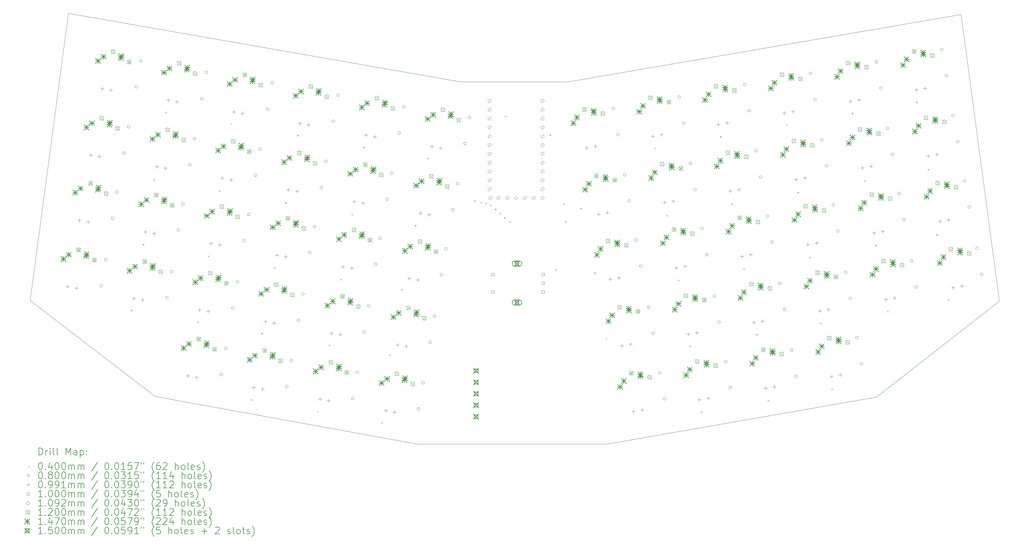
<source format=gbr>
%TF.GenerationSoftware,KiCad,Pcbnew,(6.0.7)*%
%TF.CreationDate,2022-11-08T23:53:11-08:00*%
%TF.ProjectId,Anguirus,416e6775-6972-4757-932e-6b696361645f,rev?*%
%TF.SameCoordinates,Original*%
%TF.FileFunction,Drillmap*%
%TF.FilePolarity,Positive*%
%FSLAX45Y45*%
G04 Gerber Fmt 4.5, Leading zero omitted, Abs format (unit mm)*
G04 Created by KiCad (PCBNEW (6.0.7)) date 2022-11-08 23:53:11*
%MOMM*%
%LPD*%
G01*
G04 APERTURE LIST*
%ADD10C,0.100000*%
%ADD11C,0.200000*%
%ADD12C,0.040000*%
%ADD13C,0.080000*%
%ADD14C,0.099060*%
%ADD15C,0.109220*%
%ADD16C,0.120000*%
%ADD17C,0.147000*%
%ADD18C,0.150000*%
G04 APERTURE END LIST*
D10*
X19400922Y-8084379D02*
X22464162Y-8084379D01*
X33777322Y-6143819D01*
X34879682Y-14388659D01*
X31348680Y-17150080D01*
X23591520Y-18501360D01*
X18166080Y-18501360D01*
X10622280Y-17129760D01*
X7020962Y-14373419D01*
X8123322Y-6108259D01*
X19400922Y-8084379D01*
D11*
D12*
X9918153Y-14639207D02*
X9958153Y-14679207D01*
X9958153Y-14639207D02*
X9918153Y-14679207D01*
X10254336Y-12743464D02*
X10294336Y-12783464D01*
X10294336Y-12743464D02*
X10254336Y-12783464D01*
X10568526Y-10874794D02*
X10608526Y-10914794D01*
X10608526Y-10874794D02*
X10568526Y-10914794D01*
X10909378Y-8938607D02*
X10949378Y-8978607D01*
X10949378Y-8938607D02*
X10909378Y-8978607D01*
X11824216Y-14973424D02*
X11864216Y-15013424D01*
X11864216Y-14973424D02*
X11824216Y-15013424D01*
X12130024Y-13074199D02*
X12170024Y-13114199D01*
X12170024Y-13074199D02*
X12130024Y-13114199D01*
X12451404Y-11206796D02*
X12491404Y-11246796D01*
X12491404Y-11206796D02*
X12451404Y-11246796D01*
X12792438Y-9270642D02*
X12832438Y-9310642D01*
X12832438Y-9270642D02*
X12792438Y-9310642D01*
X13361559Y-17206552D02*
X13401559Y-17246552D01*
X13401559Y-17206552D02*
X13361559Y-17246552D01*
X13666634Y-15300166D02*
X13706634Y-15340166D01*
X13706634Y-15300166D02*
X13666634Y-15340166D01*
X14031097Y-13409409D02*
X14071097Y-13449409D01*
X14071097Y-13409409D02*
X14031097Y-13449409D01*
X14350127Y-11541592D02*
X14390127Y-11581592D01*
X14390127Y-11541592D02*
X14350127Y-11581592D01*
X14696909Y-9606451D02*
X14736909Y-9646451D01*
X14736909Y-9606451D02*
X14696909Y-9646451D01*
X15273722Y-17543718D02*
X15313722Y-17583718D01*
X15313722Y-17543718D02*
X15273722Y-17583718D01*
X15607847Y-15642454D02*
X15647847Y-15682454D01*
X15647847Y-15642454D02*
X15607847Y-15682454D01*
X15937173Y-13745502D02*
X15977173Y-13785502D01*
X15977173Y-13745502D02*
X15937173Y-13785502D01*
X16257085Y-11872682D02*
X16297085Y-11912682D01*
X16297085Y-11872682D02*
X16257085Y-11912682D01*
X16601380Y-9942260D02*
X16641380Y-9982260D01*
X16641380Y-9942260D02*
X16601380Y-9982260D01*
X17113414Y-17868106D02*
X17153414Y-17908106D01*
X17153414Y-17868106D02*
X17113414Y-17908106D01*
X17341319Y-15923999D02*
X17381319Y-15963999D01*
X17381319Y-15923999D02*
X17341319Y-15963999D01*
X17679920Y-14042479D02*
X17719920Y-14082479D01*
X17719920Y-14042479D02*
X17679920Y-14082479D01*
X18082763Y-12199757D02*
X18122763Y-12239757D01*
X18122763Y-12199757D02*
X18082763Y-12239757D01*
X18443630Y-10267099D02*
X18483630Y-10307099D01*
X18483630Y-10267099D02*
X18443630Y-10307099D01*
X19779300Y-11486200D02*
X19819300Y-11526200D01*
X19819300Y-11486200D02*
X19779300Y-11526200D01*
X19969800Y-11537000D02*
X20009800Y-11577000D01*
X20009800Y-11537000D02*
X19969800Y-11577000D01*
X20101880Y-11554780D02*
X20141880Y-11594780D01*
X20141880Y-11554780D02*
X20101880Y-11594780D01*
X20240568Y-11614728D02*
X20280568Y-11654728D01*
X20280568Y-11614728D02*
X20240568Y-11654728D01*
X20377728Y-11731568D02*
X20417728Y-11771568D01*
X20417728Y-11731568D02*
X20377728Y-11771568D01*
X20512348Y-11850948D02*
X20552348Y-11890948D01*
X20552348Y-11850948D02*
X20512348Y-11890948D01*
X20644428Y-11972868D02*
X20684428Y-12012868D01*
X20684428Y-11972868D02*
X20644428Y-12012868D01*
X20673380Y-9057960D02*
X20713380Y-9097960D01*
X20713380Y-9057960D02*
X20673380Y-9097960D01*
X20791618Y-12085640D02*
X20831618Y-12125640D01*
X20831618Y-12085640D02*
X20791618Y-12125640D01*
X21951000Y-9593900D02*
X21991000Y-9633900D01*
X21991000Y-9593900D02*
X21951000Y-9633900D01*
X22116100Y-13467400D02*
X22156100Y-13507400D01*
X22156100Y-13467400D02*
X22116100Y-13507400D01*
X22347240Y-11577640D02*
X22387240Y-11617640D01*
X22387240Y-11577640D02*
X22347240Y-11617640D01*
X22387880Y-12085640D02*
X22427880Y-12125640D01*
X22427880Y-12085640D02*
X22387880Y-12125640D01*
X22834920Y-11704640D02*
X22874920Y-11744640D01*
X22874920Y-11704640D02*
X22834920Y-11744640D01*
X23231160Y-13558840D02*
X23271160Y-13598840D01*
X23271160Y-13558840D02*
X23231160Y-13598840D01*
X23561360Y-15443520D02*
X23601360Y-15483520D01*
X23601360Y-15443520D02*
X23561360Y-15483520D01*
X24959665Y-9973665D02*
X24999665Y-10013665D01*
X24999665Y-9973665D02*
X24959665Y-10013665D01*
X25312541Y-11907731D02*
X25352541Y-11947731D01*
X25352541Y-11907731D02*
X25312541Y-11947731D01*
X25640801Y-13773921D02*
X25680801Y-13813921D01*
X25680801Y-13773921D02*
X25640801Y-13813921D01*
X25976984Y-15669664D02*
X26016984Y-15709664D01*
X26016984Y-15669664D02*
X25976984Y-15709664D01*
X26301266Y-17563666D02*
X26341266Y-17603666D01*
X26341266Y-17563666D02*
X26301266Y-17603666D01*
X26847214Y-9640839D02*
X26887214Y-9680839D01*
X26887214Y-9640839D02*
X26847214Y-9680839D01*
X27183597Y-11577814D02*
X27223597Y-11617814D01*
X27223597Y-11577814D02*
X27183597Y-11617814D01*
X27517635Y-13442985D02*
X27557635Y-13482985D01*
X27557635Y-13442985D02*
X27517635Y-13482985D01*
X27881981Y-15333762D02*
X27921981Y-15373762D01*
X27921981Y-15333762D02*
X27881981Y-15373762D01*
X28212565Y-17226653D02*
X28252565Y-17266653D01*
X28252565Y-17226653D02*
X28212565Y-17266653D01*
X28753290Y-9304746D02*
X28793290Y-9344746D01*
X28793290Y-9304746D02*
X28753290Y-9344746D01*
X29079667Y-11243486D02*
X29119667Y-11283486D01*
X29119667Y-11243486D02*
X29079667Y-11283486D01*
X29418708Y-13107774D02*
X29458708Y-13147774D01*
X29458708Y-13107774D02*
X29418708Y-13147774D01*
X29721147Y-15009467D02*
X29761147Y-15049467D01*
X29761147Y-15009467D02*
X29721147Y-15049467D01*
X30053604Y-16902028D02*
X30093604Y-16942028D01*
X30093604Y-16902028D02*
X30053604Y-16942028D01*
X30640677Y-8968723D02*
X30680677Y-9008723D01*
X30680677Y-8968723D02*
X30640677Y-9008723D01*
X30990746Y-10906511D02*
X31030746Y-10946511D01*
X31030746Y-10906511D02*
X30990746Y-10946511D01*
X31318662Y-12766218D02*
X31358662Y-12806218D01*
X31358662Y-12766218D02*
X31318662Y-12806218D01*
X31651529Y-14669089D02*
X31691529Y-14709089D01*
X31691529Y-14669089D02*
X31651529Y-14709089D01*
X32486858Y-8646418D02*
X32526858Y-8686418D01*
X32526858Y-8646418D02*
X32486858Y-8686418D01*
X32821779Y-10583650D02*
X32861779Y-10623650D01*
X32861779Y-10583650D02*
X32821779Y-10623650D01*
X33062014Y-12457534D02*
X33102014Y-12497534D01*
X33102014Y-12457534D02*
X33062014Y-12497534D01*
X33397385Y-14327065D02*
X33437385Y-14367065D01*
X33437385Y-14327065D02*
X33397385Y-14367065D01*
D13*
X9104360Y-13948031D02*
G75*
G03*
X9104360Y-13948031I-40000J0D01*
G01*
X9236680Y-13197607D02*
G75*
G03*
X9236680Y-13197607I-40000J0D01*
G01*
X9431619Y-12004289D02*
G75*
G03*
X9431619Y-12004289I-40000J0D01*
G01*
X9563939Y-11253865D02*
G75*
G03*
X9563939Y-11253865I-40000J0D01*
G01*
X9762419Y-10128230D02*
G75*
G03*
X9762419Y-10128230I-40000J0D01*
G01*
X9894739Y-9377806D02*
G75*
G03*
X9894739Y-9377806I-40000J0D01*
G01*
X10108517Y-8223919D02*
G75*
G03*
X10108517Y-8223919I-40000J0D01*
G01*
X10240837Y-7473495D02*
G75*
G03*
X10240837Y-7473495I-40000J0D01*
G01*
X10994545Y-14286479D02*
G75*
G03*
X10994545Y-14286479I-40000J0D01*
G01*
X11126865Y-13536056D02*
G75*
G03*
X11126865Y-13536056I-40000J0D01*
G01*
X11321804Y-12342738D02*
G75*
G03*
X11321804Y-12342738I-40000J0D01*
G01*
X11454124Y-11592314D02*
G75*
G03*
X11454124Y-11592314I-40000J0D01*
G01*
X11652604Y-10466679D02*
G75*
G03*
X11652604Y-10466679I-40000J0D01*
G01*
X11784924Y-9716255D02*
G75*
G03*
X11784924Y-9716255I-40000J0D01*
G01*
X11998702Y-8562368D02*
G75*
G03*
X11998702Y-8562368I-40000J0D01*
G01*
X12131022Y-7811944D02*
G75*
G03*
X12131022Y-7811944I-40000J0D01*
G01*
X12553930Y-16500987D02*
G75*
G03*
X12553930Y-16500987I-40000J0D01*
G01*
X12686250Y-15750564D02*
G75*
G03*
X12686250Y-15750564I-40000J0D01*
G01*
X12885902Y-14589027D02*
G75*
G03*
X12885902Y-14589027I-40000J0D01*
G01*
X13018222Y-13838603D02*
G75*
G03*
X13018222Y-13838603I-40000J0D01*
G01*
X13213161Y-12645285D02*
G75*
G03*
X13213161Y-12645285I-40000J0D01*
G01*
X13345481Y-11894861D02*
G75*
G03*
X13345481Y-11894861I-40000J0D01*
G01*
X13543961Y-10769226D02*
G75*
G03*
X13543961Y-10769226I-40000J0D01*
G01*
X13676281Y-10018803D02*
G75*
G03*
X13676281Y-10018803I-40000J0D01*
G01*
X13890059Y-8864915D02*
G75*
G03*
X13890059Y-8864915I-40000J0D01*
G01*
X14022379Y-8114491D02*
G75*
G03*
X14022379Y-8114491I-40000J0D01*
G01*
X14442351Y-16849442D02*
G75*
G03*
X14442351Y-16849442I-40000J0D01*
G01*
X14574671Y-16099019D02*
G75*
G03*
X14574671Y-16099019I-40000J0D01*
G01*
X14774323Y-14937481D02*
G75*
G03*
X14774323Y-14937481I-40000J0D01*
G01*
X14906643Y-14187058D02*
G75*
G03*
X14906643Y-14187058I-40000J0D01*
G01*
X15101582Y-12993739D02*
G75*
G03*
X15101582Y-12993739I-40000J0D01*
G01*
X15233902Y-12243316D02*
G75*
G03*
X15233902Y-12243316I-40000J0D01*
G01*
X15432382Y-11117681D02*
G75*
G03*
X15432382Y-11117681I-40000J0D01*
G01*
X15564702Y-10367257D02*
G75*
G03*
X15564702Y-10367257I-40000J0D01*
G01*
X15778480Y-9213369D02*
G75*
G03*
X15778480Y-9213369I-40000J0D01*
G01*
X15910800Y-8462946D02*
G75*
G03*
X15910800Y-8462946I-40000J0D01*
G01*
X16332536Y-17187891D02*
G75*
G03*
X16332536Y-17187891I-40000J0D01*
G01*
X16464856Y-16437468D02*
G75*
G03*
X16464856Y-16437468I-40000J0D01*
G01*
X16664508Y-15275930D02*
G75*
G03*
X16664508Y-15275930I-40000J0D01*
G01*
X16796828Y-14525507D02*
G75*
G03*
X16796828Y-14525507I-40000J0D01*
G01*
X16991767Y-13332188D02*
G75*
G03*
X16991767Y-13332188I-40000J0D01*
G01*
X17124087Y-12581765D02*
G75*
G03*
X17124087Y-12581765I-40000J0D01*
G01*
X17322567Y-11456130D02*
G75*
G03*
X17322567Y-11456130I-40000J0D01*
G01*
X17454887Y-10705706D02*
G75*
G03*
X17454887Y-10705706I-40000J0D01*
G01*
X17668665Y-9551818D02*
G75*
G03*
X17668665Y-9551818I-40000J0D01*
G01*
X17668665Y-9551818D02*
G75*
G03*
X17668665Y-9551818I-40000J0D01*
G01*
X17800985Y-8801395D02*
G75*
G03*
X17800985Y-8801395I-40000J0D01*
G01*
X18223894Y-17490438D02*
G75*
G03*
X18223894Y-17490438I-40000J0D01*
G01*
X18356214Y-16740015D02*
G75*
G03*
X18356214Y-16740015I-40000J0D01*
G01*
X18555865Y-15578477D02*
G75*
G03*
X18555865Y-15578477I-40000J0D01*
G01*
X18688185Y-14828054D02*
G75*
G03*
X18688185Y-14828054I-40000J0D01*
G01*
X18883125Y-13634735D02*
G75*
G03*
X18883125Y-13634735I-40000J0D01*
G01*
X19015444Y-12884312D02*
G75*
G03*
X19015444Y-12884312I-40000J0D01*
G01*
X19213924Y-11758677D02*
G75*
G03*
X19213924Y-11758677I-40000J0D01*
G01*
X19346244Y-11008253D02*
G75*
G03*
X19346244Y-11008253I-40000J0D01*
G01*
X19560023Y-9854365D02*
G75*
G03*
X19560023Y-9854365I-40000J0D01*
G01*
X19692342Y-9103942D02*
G75*
G03*
X19692342Y-9103942I-40000J0D01*
G01*
X23823604Y-8847912D02*
G75*
G03*
X23823604Y-8847912I-40000J0D01*
G01*
X23955924Y-9598336D02*
G75*
G03*
X23955924Y-9598336I-40000J0D01*
G01*
X24149691Y-10755752D02*
G75*
G03*
X24149691Y-10755752I-40000J0D01*
G01*
X24282011Y-11506176D02*
G75*
G03*
X24282011Y-11506176I-40000J0D01*
G01*
X24480491Y-12631811D02*
G75*
G03*
X24480491Y-12631811I-40000J0D01*
G01*
X24612811Y-13382234D02*
G75*
G03*
X24612811Y-13382234I-40000J0D01*
G01*
X24837767Y-14570260D02*
G75*
G03*
X24837767Y-14570260I-40000J0D01*
G01*
X24970087Y-15320683D02*
G75*
G03*
X24970087Y-15320683I-40000J0D01*
G01*
X25160702Y-16449024D02*
G75*
G03*
X25160702Y-16449024I-40000J0D01*
G01*
X25293022Y-17199447D02*
G75*
G03*
X25293022Y-17199447I-40000J0D01*
G01*
X25715554Y-8519469D02*
G75*
G03*
X25715554Y-8519469I-40000J0D01*
G01*
X25847874Y-9269892D02*
G75*
G03*
X25847874Y-9269892I-40000J0D01*
G01*
X26041641Y-10427309D02*
G75*
G03*
X26041641Y-10427309I-40000J0D01*
G01*
X26173960Y-11177732D02*
G75*
G03*
X26173960Y-11177732I-40000J0D01*
G01*
X26372440Y-12303368D02*
G75*
G03*
X26372440Y-12303368I-40000J0D01*
G01*
X26504760Y-13053791D02*
G75*
G03*
X26504760Y-13053791I-40000J0D01*
G01*
X26729716Y-14241816D02*
G75*
G03*
X26729716Y-14241816I-40000J0D01*
G01*
X26862036Y-14992240D02*
G75*
G03*
X26862036Y-14992240I-40000J0D01*
G01*
X27054416Y-16130586D02*
G75*
G03*
X27054416Y-16130586I-40000J0D01*
G01*
X27186736Y-16881010D02*
G75*
G03*
X27186736Y-16881010I-40000J0D01*
G01*
X27596325Y-8156888D02*
G75*
G03*
X27596325Y-8156888I-40000J0D01*
G01*
X27728645Y-8907311D02*
G75*
G03*
X27728645Y-8907311I-40000J0D01*
G01*
X27922412Y-10064728D02*
G75*
G03*
X27922412Y-10064728I-40000J0D01*
G01*
X28054732Y-10815151D02*
G75*
G03*
X28054732Y-10815151I-40000J0D01*
G01*
X28253212Y-11940787D02*
G75*
G03*
X28253212Y-11940787I-40000J0D01*
G01*
X28385532Y-12691210D02*
G75*
G03*
X28385532Y-12691210I-40000J0D01*
G01*
X28610488Y-13879236D02*
G75*
G03*
X28610488Y-13879236I-40000J0D01*
G01*
X28742808Y-14629659D02*
G75*
G03*
X28742808Y-14629659I-40000J0D01*
G01*
X28946365Y-15802143D02*
G75*
G03*
X28946365Y-15802143I-40000J0D01*
G01*
X29078685Y-16552566D02*
G75*
G03*
X29078685Y-16552566I-40000J0D01*
G01*
X29490039Y-7838450D02*
G75*
G03*
X29490039Y-7838450I-40000J0D01*
G01*
X29622359Y-8588874D02*
G75*
G03*
X29622359Y-8588874I-40000J0D01*
G01*
X29816126Y-9746290D02*
G75*
G03*
X29816126Y-9746290I-40000J0D01*
G01*
X29948446Y-10496714D02*
G75*
G03*
X29948446Y-10496714I-40000J0D01*
G01*
X30146926Y-11622349D02*
G75*
G03*
X30146926Y-11622349I-40000J0D01*
G01*
X30279246Y-12372772D02*
G75*
G03*
X30279246Y-12372772I-40000J0D01*
G01*
X30504202Y-13560798D02*
G75*
G03*
X30504202Y-13560798I-40000J0D01*
G01*
X30636521Y-14311221D02*
G75*
G03*
X30636521Y-14311221I-40000J0D01*
G01*
X30827137Y-15439562D02*
G75*
G03*
X30827137Y-15439562I-40000J0D01*
G01*
X30959457Y-16189985D02*
G75*
G03*
X30959457Y-16189985I-40000J0D01*
G01*
X31381988Y-7510007D02*
G75*
G03*
X31381988Y-7510007I-40000J0D01*
G01*
X31514308Y-8260430D02*
G75*
G03*
X31514308Y-8260430I-40000J0D01*
G01*
X31514308Y-8260430D02*
G75*
G03*
X31514308Y-8260430I-40000J0D01*
G01*
X31708075Y-9417847D02*
G75*
G03*
X31708075Y-9417847I-40000J0D01*
G01*
X31840395Y-10168270D02*
G75*
G03*
X31840395Y-10168270I-40000J0D01*
G01*
X32038875Y-11293905D02*
G75*
G03*
X32038875Y-11293905I-40000J0D01*
G01*
X32171195Y-12044329D02*
G75*
G03*
X32171195Y-12044329I-40000J0D01*
G01*
X32396151Y-13232355D02*
G75*
G03*
X32396151Y-13232355I-40000J0D01*
G01*
X32528471Y-13982778D02*
G75*
G03*
X32528471Y-13982778I-40000J0D01*
G01*
X33262760Y-7147426D02*
G75*
G03*
X33262760Y-7147426I-40000J0D01*
G01*
X33395080Y-7897849D02*
G75*
G03*
X33395080Y-7897849I-40000J0D01*
G01*
X33588847Y-9055266D02*
G75*
G03*
X33588847Y-9055266I-40000J0D01*
G01*
X33721167Y-9805689D02*
G75*
G03*
X33721167Y-9805689I-40000J0D01*
G01*
X33919647Y-10931325D02*
G75*
G03*
X33919647Y-10931325I-40000J0D01*
G01*
X34051967Y-11681748D02*
G75*
G03*
X34051967Y-11681748I-40000J0D01*
G01*
X34276923Y-12869774D02*
G75*
G03*
X34276923Y-12869774I-40000J0D01*
G01*
X34409243Y-13620197D02*
G75*
G03*
X34409243Y-13620197I-40000J0D01*
G01*
D14*
X8097998Y-13923278D02*
X8097998Y-14022338D01*
X8048468Y-13972808D02*
X8147528Y-13972808D01*
X8348140Y-13967385D02*
X8348140Y-14066445D01*
X8298610Y-14016915D02*
X8397670Y-14016915D01*
X8437288Y-12013453D02*
X8437288Y-12112513D01*
X8387758Y-12062983D02*
X8486818Y-12062983D01*
X8687430Y-12057559D02*
X8687430Y-12156619D01*
X8637900Y-12107089D02*
X8736960Y-12107089D01*
X8763085Y-10136512D02*
X8763085Y-10235572D01*
X8713555Y-10186042D02*
X8812615Y-10186042D01*
X9013227Y-10180619D02*
X9013227Y-10279679D01*
X8963697Y-10230149D02*
X9062757Y-10230149D01*
X9095057Y-8224551D02*
X9095057Y-8323611D01*
X9045527Y-8274081D02*
X9144587Y-8274081D01*
X9345199Y-8268658D02*
X9345199Y-8367718D01*
X9295669Y-8318188D02*
X9394729Y-8318188D01*
X10001387Y-14259742D02*
X10001387Y-14358802D01*
X9951857Y-14309272D02*
X10050917Y-14309272D01*
X10251528Y-14303848D02*
X10251528Y-14402908D01*
X10201998Y-14353378D02*
X10301058Y-14353378D01*
X10333359Y-12347781D02*
X10333359Y-12446841D01*
X10283829Y-12397311D02*
X10382889Y-12397311D01*
X10583500Y-12391888D02*
X10583500Y-12490948D01*
X10533970Y-12441418D02*
X10633030Y-12441418D01*
X10659155Y-10470840D02*
X10659155Y-10569900D01*
X10609625Y-10520370D02*
X10708685Y-10520370D01*
X10909297Y-10514947D02*
X10909297Y-10614007D01*
X10859767Y-10564477D02*
X10958827Y-10564477D01*
X10991127Y-8558879D02*
X10991127Y-8657939D01*
X10941597Y-8608409D02*
X11040657Y-8608409D01*
X11241268Y-8602986D02*
X11241268Y-8702046D01*
X11191738Y-8652516D02*
X11290798Y-8652516D01*
X11553123Y-16488376D02*
X11553123Y-16587436D01*
X11503593Y-16537906D02*
X11602653Y-16537906D01*
X11803264Y-16532482D02*
X11803264Y-16631542D01*
X11753734Y-16582012D02*
X11852794Y-16582012D01*
X11887451Y-14592306D02*
X11887451Y-14691366D01*
X11837921Y-14641836D02*
X11936981Y-14641836D01*
X12137592Y-14636412D02*
X12137592Y-14735472D01*
X12088062Y-14685942D02*
X12187122Y-14685942D01*
X12219423Y-12680345D02*
X12219423Y-12779405D01*
X12169893Y-12729875D02*
X12268953Y-12729875D01*
X12469564Y-12724452D02*
X12469564Y-12823512D01*
X12420034Y-12773982D02*
X12519094Y-12773982D01*
X12545220Y-10803404D02*
X12545220Y-10902464D01*
X12495690Y-10852934D02*
X12594750Y-10852934D01*
X12795361Y-10847511D02*
X12795361Y-10946571D01*
X12745831Y-10897041D02*
X12844891Y-10897041D01*
X12877192Y-8891444D02*
X12877192Y-8990504D01*
X12827662Y-8940974D02*
X12926722Y-8940974D01*
X13127333Y-8935550D02*
X13127333Y-9034610D01*
X13077803Y-8985080D02*
X13176863Y-8985080D01*
X13449193Y-16822704D02*
X13449193Y-16921764D01*
X13399663Y-16872234D02*
X13498723Y-16872234D01*
X13699334Y-16866811D02*
X13699334Y-16965871D01*
X13649804Y-16916341D02*
X13748864Y-16916341D01*
X13783521Y-14926634D02*
X13783521Y-15025694D01*
X13733991Y-14976164D02*
X13833051Y-14976164D01*
X14033662Y-14970741D02*
X14033662Y-15069801D01*
X13984132Y-15020271D02*
X14083192Y-15020271D01*
X14115493Y-13014673D02*
X14115493Y-13113733D01*
X14065963Y-13064203D02*
X14165023Y-13064203D01*
X14365634Y-13058780D02*
X14365634Y-13157840D01*
X14316104Y-13108310D02*
X14415164Y-13108310D01*
X14441290Y-11137732D02*
X14441290Y-11236792D01*
X14391760Y-11187262D02*
X14490820Y-11187262D01*
X14691431Y-11181839D02*
X14691431Y-11280899D01*
X14641901Y-11231369D02*
X14740961Y-11231369D01*
X14773262Y-9225772D02*
X14773262Y-9324832D01*
X14723732Y-9275302D02*
X14822792Y-9275302D01*
X15023403Y-9269879D02*
X15023403Y-9368939D01*
X14973873Y-9319409D02*
X15072933Y-9319409D01*
X15350266Y-17157914D02*
X15350266Y-17256974D01*
X15300736Y-17207444D02*
X15399796Y-17207444D01*
X15600407Y-17202021D02*
X15600407Y-17301081D01*
X15550877Y-17251551D02*
X15649937Y-17251551D01*
X15684594Y-15261844D02*
X15684594Y-15360904D01*
X15635064Y-15311374D02*
X15734124Y-15311374D01*
X15934735Y-15305951D02*
X15934735Y-15405011D01*
X15885205Y-15355481D02*
X15984265Y-15355481D01*
X16016566Y-13349884D02*
X16016566Y-13448944D01*
X15967036Y-13399414D02*
X16066096Y-13399414D01*
X16266707Y-13393990D02*
X16266707Y-13493050D01*
X16217177Y-13443520D02*
X16316237Y-13443520D01*
X16342363Y-11472943D02*
X16342363Y-11572003D01*
X16292833Y-11522473D02*
X16391893Y-11522473D01*
X16592504Y-11517050D02*
X16592504Y-11616110D01*
X16542974Y-11566580D02*
X16642034Y-11566580D01*
X16674335Y-9560982D02*
X16674335Y-9660042D01*
X16624805Y-9610512D02*
X16723865Y-9610512D01*
X16924476Y-9605089D02*
X16924476Y-9704149D01*
X16874946Y-9654619D02*
X16974006Y-9654619D01*
X17246336Y-17492243D02*
X17246336Y-17591303D01*
X17196806Y-17541773D02*
X17295866Y-17541773D01*
X17496477Y-17536349D02*
X17496477Y-17635409D01*
X17446947Y-17585879D02*
X17546007Y-17585879D01*
X17580664Y-15596173D02*
X17580664Y-15695233D01*
X17531134Y-15645703D02*
X17630194Y-15645703D01*
X17830805Y-15640279D02*
X17830805Y-15739339D01*
X17781275Y-15689809D02*
X17880335Y-15689809D01*
X17912636Y-13684212D02*
X17912636Y-13783272D01*
X17863106Y-13733742D02*
X17962166Y-13733742D01*
X18162777Y-13728319D02*
X18162777Y-13827379D01*
X18113247Y-13777849D02*
X18212307Y-13777849D01*
X18238433Y-11807271D02*
X18238433Y-11906331D01*
X18188903Y-11856801D02*
X18287963Y-11856801D01*
X18488574Y-11851378D02*
X18488574Y-11950438D01*
X18439044Y-11900908D02*
X18538104Y-11900908D01*
X18570405Y-9895310D02*
X18570405Y-9994370D01*
X18520875Y-9944840D02*
X18619935Y-9944840D01*
X18820546Y-9939417D02*
X18820546Y-10038477D01*
X18771016Y-9988947D02*
X18870076Y-9988947D01*
X23018328Y-9928886D02*
X23018328Y-10027946D01*
X22968798Y-9978416D02*
X23067858Y-9978416D01*
X23268469Y-9884779D02*
X23268469Y-9983839D01*
X23218939Y-9934309D02*
X23317999Y-9934309D01*
X23360305Y-11839082D02*
X23360305Y-11938142D01*
X23310775Y-11888612D02*
X23409835Y-11888612D01*
X23610447Y-11794976D02*
X23610447Y-11894036D01*
X23560917Y-11844506D02*
X23659977Y-11844506D01*
X23696108Y-13714259D02*
X23696108Y-13813319D01*
X23646578Y-13763789D02*
X23745638Y-13763789D01*
X23946249Y-13670152D02*
X23946249Y-13769212D01*
X23896719Y-13719682D02*
X23995779Y-13719682D01*
X24029842Y-15622393D02*
X24029842Y-15721453D01*
X23980312Y-15671923D02*
X24079372Y-15671923D01*
X24279984Y-15578287D02*
X24279984Y-15677347D01*
X24230454Y-15627817D02*
X24329514Y-15627817D01*
X24362785Y-17513225D02*
X24362785Y-17612285D01*
X24313255Y-17562755D02*
X24412315Y-17562755D01*
X24612926Y-17469118D02*
X24612926Y-17568178D01*
X24563396Y-17518648D02*
X24662456Y-17518648D01*
X24914398Y-9594558D02*
X24914398Y-9693618D01*
X24864868Y-9644088D02*
X24963928Y-9644088D01*
X25164539Y-9550451D02*
X25164539Y-9649511D01*
X25115009Y-9599981D02*
X25214069Y-9599981D01*
X25256375Y-11504754D02*
X25256375Y-11603814D01*
X25206845Y-11554284D02*
X25305905Y-11554284D01*
X25506517Y-11460647D02*
X25506517Y-11559707D01*
X25456987Y-11510177D02*
X25556047Y-11510177D01*
X25592178Y-13379931D02*
X25592178Y-13478991D01*
X25542648Y-13429461D02*
X25641708Y-13429461D01*
X25842319Y-13335824D02*
X25842319Y-13434884D01*
X25792789Y-13385354D02*
X25891849Y-13385354D01*
X25934156Y-15290127D02*
X25934156Y-15389187D01*
X25884626Y-15339657D02*
X25983686Y-15339657D01*
X26184297Y-15246020D02*
X26184297Y-15345080D01*
X26134767Y-15295550D02*
X26233827Y-15295550D01*
X26258855Y-17178897D02*
X26258855Y-17277957D01*
X26209325Y-17228427D02*
X26308385Y-17228427D01*
X26508996Y-17134790D02*
X26508996Y-17233850D01*
X26459466Y-17184320D02*
X26558526Y-17184320D01*
X26800462Y-9261994D02*
X26800462Y-9361054D01*
X26750932Y-9311524D02*
X26849992Y-9311524D01*
X27050604Y-9217887D02*
X27050604Y-9316947D01*
X27001074Y-9267417D02*
X27100134Y-9267417D01*
X27142440Y-11172190D02*
X27142440Y-11271250D01*
X27092910Y-11221720D02*
X27191970Y-11221720D01*
X27392581Y-11128083D02*
X27392581Y-11227143D01*
X27343051Y-11177613D02*
X27442111Y-11177613D01*
X27478242Y-13047366D02*
X27478242Y-13146426D01*
X27428712Y-13096896D02*
X27527772Y-13096896D01*
X27728384Y-13003260D02*
X27728384Y-13102320D01*
X27678854Y-13052790D02*
X27777914Y-13052790D01*
X27820220Y-14957563D02*
X27820220Y-15056623D01*
X27770690Y-15007093D02*
X27869750Y-15007093D01*
X28070361Y-14913456D02*
X28070361Y-15012516D01*
X28020831Y-14962986D02*
X28119891Y-14962986D01*
X28159928Y-16843686D02*
X28159928Y-16942746D01*
X28110398Y-16893216D02*
X28209458Y-16893216D01*
X28410069Y-16799580D02*
X28410069Y-16898640D01*
X28360539Y-16849110D02*
X28459599Y-16849110D01*
X28696532Y-8927665D02*
X28696532Y-9026725D01*
X28647002Y-8977195D02*
X28746062Y-8977195D01*
X28946674Y-8883559D02*
X28946674Y-8982619D01*
X28897144Y-8933089D02*
X28996204Y-8933089D01*
X29038510Y-10837862D02*
X29038510Y-10936922D01*
X28988980Y-10887392D02*
X29088040Y-10887392D01*
X29288651Y-10793755D02*
X29288651Y-10892815D01*
X29239121Y-10843285D02*
X29338181Y-10843285D01*
X29374313Y-12713038D02*
X29374313Y-12812098D01*
X29324783Y-12762568D02*
X29423843Y-12762568D01*
X29624454Y-12668931D02*
X29624454Y-12767991D01*
X29574924Y-12718461D02*
X29673984Y-12718461D01*
X29716290Y-14623235D02*
X29716290Y-14722295D01*
X29666760Y-14672765D02*
X29765820Y-14672765D01*
X29966431Y-14579128D02*
X29966431Y-14678188D01*
X29916901Y-14628658D02*
X30015961Y-14628658D01*
X30055998Y-16509358D02*
X30055998Y-16608418D01*
X30006468Y-16558888D02*
X30105528Y-16558888D01*
X30306139Y-16465251D02*
X30306139Y-16564311D01*
X30256609Y-16514781D02*
X30355669Y-16514781D01*
X30597605Y-8592455D02*
X30597605Y-8691515D01*
X30548075Y-8641985D02*
X30647135Y-8641985D01*
X30847746Y-8548348D02*
X30847746Y-8647408D01*
X30798216Y-8597878D02*
X30897276Y-8597878D01*
X30939583Y-10502651D02*
X30939583Y-10601711D01*
X30890053Y-10552181D02*
X30989113Y-10552181D01*
X31189724Y-10458545D02*
X31189724Y-10557605D01*
X31140194Y-10508075D02*
X31239254Y-10508075D01*
X31275386Y-12377828D02*
X31275386Y-12476888D01*
X31225856Y-12427358D02*
X31324916Y-12427358D01*
X31525527Y-12333721D02*
X31525527Y-12432781D01*
X31475997Y-12383251D02*
X31575057Y-12383251D01*
X31617363Y-14288024D02*
X31617363Y-14387084D01*
X31567833Y-14337554D02*
X31666893Y-14337554D01*
X31867504Y-14243918D02*
X31867504Y-14342978D01*
X31817974Y-14293448D02*
X31917034Y-14293448D01*
X32493675Y-8258126D02*
X32493675Y-8357186D01*
X32444145Y-8307656D02*
X32543205Y-8307656D01*
X32743817Y-8214020D02*
X32743817Y-8313080D01*
X32694287Y-8263550D02*
X32793347Y-8263550D01*
X32835653Y-10168323D02*
X32835653Y-10267383D01*
X32786123Y-10217853D02*
X32885183Y-10217853D01*
X33085794Y-10124216D02*
X33085794Y-10223276D01*
X33036264Y-10173746D02*
X33135324Y-10173746D01*
X33171455Y-12043499D02*
X33171455Y-12142559D01*
X33121925Y-12093029D02*
X33220985Y-12093029D01*
X33421597Y-11999393D02*
X33421597Y-12098453D01*
X33372067Y-12048923D02*
X33471127Y-12048923D01*
X33551124Y-13949834D02*
X33551124Y-14048894D01*
X33501594Y-13999364D02*
X33600654Y-13999364D01*
X33801265Y-13905728D02*
X33801265Y-14004788D01*
X33751735Y-13955258D02*
X33850795Y-13955258D01*
D10*
X20352118Y-13655855D02*
X20352118Y-13585144D01*
X20281407Y-13585144D01*
X20281407Y-13655855D01*
X20352118Y-13655855D01*
X20352118Y-14155855D02*
X20352118Y-14085144D01*
X20281407Y-14085144D01*
X20281407Y-14155855D01*
X20352118Y-14155855D01*
X21802118Y-13655855D02*
X21802118Y-13585144D01*
X21731407Y-13585144D01*
X21731407Y-13655855D01*
X21802118Y-13655855D01*
X21802118Y-13905855D02*
X21802118Y-13835144D01*
X21731407Y-13835144D01*
X21731407Y-13905855D01*
X21802118Y-13905855D01*
X21802118Y-14155855D02*
X21802118Y-14085144D01*
X21731407Y-14085144D01*
X21731407Y-14155855D01*
X21802118Y-14155855D01*
D15*
X20223882Y-8678024D02*
X20278492Y-8623414D01*
X20223882Y-8568804D01*
X20169272Y-8623414D01*
X20223882Y-8678024D01*
X20223882Y-8932024D02*
X20278492Y-8877414D01*
X20223882Y-8822804D01*
X20169272Y-8877414D01*
X20223882Y-8932024D01*
X20223882Y-9186024D02*
X20278492Y-9131414D01*
X20223882Y-9076804D01*
X20169272Y-9131414D01*
X20223882Y-9186024D01*
X20223882Y-9440024D02*
X20278492Y-9385414D01*
X20223882Y-9330804D01*
X20169272Y-9385414D01*
X20223882Y-9440024D01*
X20223882Y-9694024D02*
X20278492Y-9639414D01*
X20223882Y-9584804D01*
X20169272Y-9639414D01*
X20223882Y-9694024D01*
X20223882Y-9948024D02*
X20278492Y-9893414D01*
X20223882Y-9838804D01*
X20169272Y-9893414D01*
X20223882Y-9948024D01*
X20223882Y-10202024D02*
X20278492Y-10147414D01*
X20223882Y-10092804D01*
X20169272Y-10147414D01*
X20223882Y-10202024D01*
X20223882Y-10456024D02*
X20278492Y-10401414D01*
X20223882Y-10346804D01*
X20169272Y-10401414D01*
X20223882Y-10456024D01*
X20223882Y-10710024D02*
X20278492Y-10655414D01*
X20223882Y-10600804D01*
X20169272Y-10655414D01*
X20223882Y-10710024D01*
X20223882Y-10964024D02*
X20278492Y-10909414D01*
X20223882Y-10854804D01*
X20169272Y-10909414D01*
X20223882Y-10964024D01*
X20223882Y-11218024D02*
X20278492Y-11163414D01*
X20223882Y-11108804D01*
X20169272Y-11163414D01*
X20223882Y-11218024D01*
X20246742Y-11472024D02*
X20301352Y-11417414D01*
X20246742Y-11362804D01*
X20192132Y-11417414D01*
X20246742Y-11472024D01*
X20477882Y-11472024D02*
X20532492Y-11417414D01*
X20477882Y-11362804D01*
X20423272Y-11417414D01*
X20477882Y-11472024D01*
X20731882Y-11472024D02*
X20786492Y-11417414D01*
X20731882Y-11362804D01*
X20677272Y-11417414D01*
X20731882Y-11472024D01*
X20985882Y-11472024D02*
X21040492Y-11417414D01*
X20985882Y-11362804D01*
X20931272Y-11417414D01*
X20985882Y-11472024D01*
X21239882Y-11472024D02*
X21294492Y-11417414D01*
X21239882Y-11362804D01*
X21185272Y-11417414D01*
X21239882Y-11472024D01*
X21493882Y-11472024D02*
X21548492Y-11417414D01*
X21493882Y-11362804D01*
X21439272Y-11417414D01*
X21493882Y-11472024D01*
X21747882Y-8678024D02*
X21802492Y-8623414D01*
X21747882Y-8568804D01*
X21693272Y-8623414D01*
X21747882Y-8678024D01*
X21747882Y-8932024D02*
X21802492Y-8877414D01*
X21747882Y-8822804D01*
X21693272Y-8877414D01*
X21747882Y-8932024D01*
X21747882Y-9186024D02*
X21802492Y-9131414D01*
X21747882Y-9076804D01*
X21693272Y-9131414D01*
X21747882Y-9186024D01*
X21747882Y-9440024D02*
X21802492Y-9385414D01*
X21747882Y-9330804D01*
X21693272Y-9385414D01*
X21747882Y-9440024D01*
X21747882Y-9694024D02*
X21802492Y-9639414D01*
X21747882Y-9584804D01*
X21693272Y-9639414D01*
X21747882Y-9694024D01*
X21747882Y-9948024D02*
X21802492Y-9893414D01*
X21747882Y-9838804D01*
X21693272Y-9893414D01*
X21747882Y-9948024D01*
X21747882Y-10202024D02*
X21802492Y-10147414D01*
X21747882Y-10092804D01*
X21693272Y-10147414D01*
X21747882Y-10202024D01*
X21747882Y-10456024D02*
X21802492Y-10401414D01*
X21747882Y-10346804D01*
X21693272Y-10401414D01*
X21747882Y-10456024D01*
X21747882Y-10710024D02*
X21802492Y-10655414D01*
X21747882Y-10600804D01*
X21693272Y-10655414D01*
X21747882Y-10710024D01*
X21747882Y-10964024D02*
X21802492Y-10909414D01*
X21747882Y-10854804D01*
X21693272Y-10909414D01*
X21747882Y-10964024D01*
X21747882Y-11218024D02*
X21802492Y-11163414D01*
X21747882Y-11108804D01*
X21693272Y-11163414D01*
X21747882Y-11218024D01*
X21747882Y-11472024D02*
X21802492Y-11417414D01*
X21747882Y-11362804D01*
X21693272Y-11417414D01*
X21747882Y-11472024D01*
D16*
X8353735Y-12853543D02*
X8473735Y-12973543D01*
X8473735Y-12853543D02*
X8353735Y-12973543D01*
X8473735Y-12913543D02*
G75*
G03*
X8473735Y-12913543I-60000J0D01*
G01*
X8693025Y-10943717D02*
X8813025Y-11063717D01*
X8813025Y-10943717D02*
X8693025Y-11063717D01*
X8813025Y-11003717D02*
G75*
G03*
X8813025Y-11003717I-60000J0D01*
G01*
X8809673Y-13147176D02*
X8929673Y-13267176D01*
X8929673Y-13147176D02*
X8809673Y-13267176D01*
X8929673Y-13207176D02*
G75*
G03*
X8929673Y-13207176I-60000J0D01*
G01*
X9018822Y-9066776D02*
X9138822Y-9186776D01*
X9138822Y-9066776D02*
X9018822Y-9186776D01*
X9138822Y-9126776D02*
G75*
G03*
X9138822Y-9126776I-60000J0D01*
G01*
X9148963Y-11237351D02*
X9268963Y-11357351D01*
X9268963Y-11237351D02*
X9148963Y-11357351D01*
X9268963Y-11297351D02*
G75*
G03*
X9268963Y-11297351I-60000J0D01*
G01*
X9350794Y-7154815D02*
X9470794Y-7274815D01*
X9470794Y-7154815D02*
X9350794Y-7274815D01*
X9470794Y-7214815D02*
G75*
G03*
X9470794Y-7214815I-60000J0D01*
G01*
X9474760Y-9360410D02*
X9594760Y-9480410D01*
X9594760Y-9360410D02*
X9474760Y-9480410D01*
X9594760Y-9420410D02*
G75*
G03*
X9594760Y-9420410I-60000J0D01*
G01*
X9806731Y-7448449D02*
X9926731Y-7568449D01*
X9926731Y-7448449D02*
X9806731Y-7568449D01*
X9926731Y-7508449D02*
G75*
G03*
X9926731Y-7508449I-60000J0D01*
G01*
X10257123Y-13190006D02*
X10377123Y-13310006D01*
X10377123Y-13190006D02*
X10257123Y-13310006D01*
X10377123Y-13250006D02*
G75*
G03*
X10377123Y-13250006I-60000J0D01*
G01*
X10589095Y-11278045D02*
X10709095Y-11398045D01*
X10709095Y-11278045D02*
X10589095Y-11398045D01*
X10709095Y-11338045D02*
G75*
G03*
X10709095Y-11338045I-60000J0D01*
G01*
X10713061Y-13483640D02*
X10833061Y-13603640D01*
X10833061Y-13483640D02*
X10713061Y-13603640D01*
X10833061Y-13543640D02*
G75*
G03*
X10833061Y-13543640I-60000J0D01*
G01*
X10914892Y-9401105D02*
X11034892Y-9521105D01*
X11034892Y-9401105D02*
X10914892Y-9521105D01*
X11034892Y-9461105D02*
G75*
G03*
X11034892Y-9461105I-60000J0D01*
G01*
X11045033Y-11571679D02*
X11165033Y-11691679D01*
X11165033Y-11571679D02*
X11045033Y-11691679D01*
X11165033Y-11631679D02*
G75*
G03*
X11165033Y-11631679I-60000J0D01*
G01*
X11246864Y-7489144D02*
X11366864Y-7609144D01*
X11366864Y-7489144D02*
X11246864Y-7609144D01*
X11366864Y-7549144D02*
G75*
G03*
X11366864Y-7549144I-60000J0D01*
G01*
X11370829Y-9694738D02*
X11490829Y-9814738D01*
X11490829Y-9694738D02*
X11370829Y-9814738D01*
X11490829Y-9754738D02*
G75*
G03*
X11490829Y-9754738I-60000J0D01*
G01*
X11702801Y-7782777D02*
X11822801Y-7902777D01*
X11822801Y-7782777D02*
X11702801Y-7902777D01*
X11822801Y-7842777D02*
G75*
G03*
X11822801Y-7842777I-60000J0D01*
G01*
X11808859Y-15418640D02*
X11928859Y-15538640D01*
X11928859Y-15418640D02*
X11808859Y-15538640D01*
X11928859Y-15478640D02*
G75*
G03*
X11928859Y-15478640I-60000J0D01*
G01*
X12143187Y-13522570D02*
X12263187Y-13642570D01*
X12263187Y-13522570D02*
X12143187Y-13642570D01*
X12263187Y-13582570D02*
G75*
G03*
X12263187Y-13582570I-60000J0D01*
G01*
X12264797Y-15712274D02*
X12384797Y-15832274D01*
X12384797Y-15712274D02*
X12264797Y-15832274D01*
X12384797Y-15772274D02*
G75*
G03*
X12384797Y-15772274I-60000J0D01*
G01*
X12475159Y-11610609D02*
X12595159Y-11730609D01*
X12595159Y-11610609D02*
X12475159Y-11730609D01*
X12595159Y-11670609D02*
G75*
G03*
X12595159Y-11670609I-60000J0D01*
G01*
X12599125Y-13816204D02*
X12719125Y-13936204D01*
X12719125Y-13816204D02*
X12599125Y-13936204D01*
X12719125Y-13876204D02*
G75*
G03*
X12719125Y-13876204I-60000J0D01*
G01*
X12800956Y-9733668D02*
X12920956Y-9853668D01*
X12920956Y-9733668D02*
X12800956Y-9853668D01*
X12920956Y-9793668D02*
G75*
G03*
X12920956Y-9793668I-60000J0D01*
G01*
X12931097Y-11904243D02*
X13051097Y-12024243D01*
X13051097Y-11904243D02*
X12931097Y-12024243D01*
X13051097Y-11964243D02*
G75*
G03*
X13051097Y-11964243I-60000J0D01*
G01*
X13132928Y-7821708D02*
X13252928Y-7941708D01*
X13252928Y-7821708D02*
X13132928Y-7941708D01*
X13252928Y-7881708D02*
G75*
G03*
X13252928Y-7881708I-60000J0D01*
G01*
X13256894Y-10027302D02*
X13376894Y-10147302D01*
X13376894Y-10027302D02*
X13256894Y-10147302D01*
X13376894Y-10087302D02*
G75*
G03*
X13376894Y-10087302I-60000J0D01*
G01*
X13588866Y-8115342D02*
X13708866Y-8235342D01*
X13708866Y-8115342D02*
X13588866Y-8235342D01*
X13708866Y-8175342D02*
G75*
G03*
X13708866Y-8175342I-60000J0D01*
G01*
X13704929Y-15752968D02*
X13824929Y-15872968D01*
X13824929Y-15752968D02*
X13704929Y-15872968D01*
X13824929Y-15812968D02*
G75*
G03*
X13824929Y-15812968I-60000J0D01*
G01*
X14039257Y-13856898D02*
X14159257Y-13976898D01*
X14159257Y-13856898D02*
X14039257Y-13976898D01*
X14159257Y-13916898D02*
G75*
G03*
X14159257Y-13916898I-60000J0D01*
G01*
X14160867Y-16046602D02*
X14280867Y-16166602D01*
X14280867Y-16046602D02*
X14160867Y-16166602D01*
X14280867Y-16106602D02*
G75*
G03*
X14280867Y-16106602I-60000J0D01*
G01*
X14371229Y-11944938D02*
X14491229Y-12064938D01*
X14491229Y-11944938D02*
X14371229Y-12064938D01*
X14491229Y-12004938D02*
G75*
G03*
X14491229Y-12004938I-60000J0D01*
G01*
X14495195Y-14150532D02*
X14615195Y-14270532D01*
X14615195Y-14150532D02*
X14495195Y-14270532D01*
X14615195Y-14210532D02*
G75*
G03*
X14615195Y-14210532I-60000J0D01*
G01*
X14697026Y-10067997D02*
X14817026Y-10187997D01*
X14817026Y-10067997D02*
X14697026Y-10187997D01*
X14817026Y-10127997D02*
G75*
G03*
X14817026Y-10127997I-60000J0D01*
G01*
X14827167Y-12238571D02*
X14947167Y-12358571D01*
X14947167Y-12238571D02*
X14827167Y-12358571D01*
X14947167Y-12298571D02*
G75*
G03*
X14947167Y-12298571I-60000J0D01*
G01*
X15028998Y-8156036D02*
X15148998Y-8276036D01*
X15148998Y-8156036D02*
X15028998Y-8276036D01*
X15148998Y-8216036D02*
G75*
G03*
X15148998Y-8216036I-60000J0D01*
G01*
X15152964Y-10361630D02*
X15272964Y-10481630D01*
X15272964Y-10361630D02*
X15152964Y-10481630D01*
X15272964Y-10421630D02*
G75*
G03*
X15272964Y-10421630I-60000J0D01*
G01*
X15484936Y-8449670D02*
X15604936Y-8569670D01*
X15604936Y-8449670D02*
X15484936Y-8569670D01*
X15604936Y-8509670D02*
G75*
G03*
X15604936Y-8509670I-60000J0D01*
G01*
X15606002Y-16088179D02*
X15726002Y-16208179D01*
X15726002Y-16088179D02*
X15606002Y-16208179D01*
X15726002Y-16148179D02*
G75*
G03*
X15726002Y-16148179I-60000J0D01*
G01*
X15940330Y-14192109D02*
X16060330Y-14312109D01*
X16060330Y-14192109D02*
X15940330Y-14312109D01*
X16060330Y-14252109D02*
G75*
G03*
X16060330Y-14252109I-60000J0D01*
G01*
X16061940Y-16381812D02*
X16181940Y-16501812D01*
X16181940Y-16381812D02*
X16061940Y-16501812D01*
X16181940Y-16441812D02*
G75*
G03*
X16181940Y-16441812I-60000J0D01*
G01*
X16272302Y-12280148D02*
X16392302Y-12400148D01*
X16392302Y-12280148D02*
X16272302Y-12400148D01*
X16392302Y-12340148D02*
G75*
G03*
X16392302Y-12340148I-60000J0D01*
G01*
X16396268Y-14485743D02*
X16516268Y-14605743D01*
X16516268Y-14485743D02*
X16396268Y-14605743D01*
X16516268Y-14545743D02*
G75*
G03*
X16516268Y-14545743I-60000J0D01*
G01*
X16598099Y-10403207D02*
X16718099Y-10523207D01*
X16718099Y-10403207D02*
X16598099Y-10523207D01*
X16718099Y-10463207D02*
G75*
G03*
X16718099Y-10463207I-60000J0D01*
G01*
X16728240Y-12573782D02*
X16848240Y-12693782D01*
X16848240Y-12573782D02*
X16728240Y-12693782D01*
X16848240Y-12633782D02*
G75*
G03*
X16848240Y-12633782I-60000J0D01*
G01*
X16930071Y-8491247D02*
X17050071Y-8611247D01*
X17050071Y-8491247D02*
X16930071Y-8611247D01*
X17050071Y-8551247D02*
G75*
G03*
X17050071Y-8551247I-60000J0D01*
G01*
X17054037Y-10696841D02*
X17174037Y-10816841D01*
X17174037Y-10696841D02*
X17054037Y-10816841D01*
X17174037Y-10756841D02*
G75*
G03*
X17174037Y-10756841I-60000J0D01*
G01*
X17386009Y-8784880D02*
X17506009Y-8904880D01*
X17506009Y-8784880D02*
X17386009Y-8904880D01*
X17506009Y-8844880D02*
G75*
G03*
X17506009Y-8844880I-60000J0D01*
G01*
X17502072Y-16422507D02*
X17622072Y-16542507D01*
X17622072Y-16422507D02*
X17502072Y-16542507D01*
X17622072Y-16482507D02*
G75*
G03*
X17622072Y-16482507I-60000J0D01*
G01*
X17836400Y-14526437D02*
X17956400Y-14646437D01*
X17956400Y-14526437D02*
X17836400Y-14646437D01*
X17956400Y-14586437D02*
G75*
G03*
X17956400Y-14586437I-60000J0D01*
G01*
X17958010Y-16716141D02*
X18078010Y-16836141D01*
X18078010Y-16716141D02*
X17958010Y-16836141D01*
X18078010Y-16776141D02*
G75*
G03*
X18078010Y-16776141I-60000J0D01*
G01*
X18168372Y-12614476D02*
X18288372Y-12734476D01*
X18288372Y-12614476D02*
X18168372Y-12734476D01*
X18288372Y-12674476D02*
G75*
G03*
X18288372Y-12674476I-60000J0D01*
G01*
X18292338Y-14820071D02*
X18412338Y-14940071D01*
X18412338Y-14820071D02*
X18292338Y-14940071D01*
X18412338Y-14880071D02*
G75*
G03*
X18412338Y-14880071I-60000J0D01*
G01*
X18494169Y-10737536D02*
X18614169Y-10857536D01*
X18614169Y-10737536D02*
X18494169Y-10857536D01*
X18614169Y-10797536D02*
G75*
G03*
X18614169Y-10797536I-60000J0D01*
G01*
X18624310Y-12908110D02*
X18744310Y-13028110D01*
X18744310Y-12908110D02*
X18624310Y-13028110D01*
X18744310Y-12968110D02*
G75*
G03*
X18744310Y-12968110I-60000J0D01*
G01*
X18826141Y-8825575D02*
X18946141Y-8945575D01*
X18946141Y-8825575D02*
X18826141Y-8945575D01*
X18946141Y-8885575D02*
G75*
G03*
X18946141Y-8885575I-60000J0D01*
G01*
X18950107Y-11031169D02*
X19070107Y-11151169D01*
X19070107Y-11031169D02*
X18950107Y-11151169D01*
X19070107Y-11091169D02*
G75*
G03*
X19070107Y-11091169I-60000J0D01*
G01*
X19282079Y-9119209D02*
X19402079Y-9239209D01*
X19402079Y-9119209D02*
X19282079Y-9239209D01*
X19402079Y-9179209D02*
G75*
G03*
X19402079Y-9179209I-60000J0D01*
G01*
X22892733Y-8815044D02*
X23012733Y-8935044D01*
X23012733Y-8815044D02*
X22892733Y-8935044D01*
X23012733Y-8875044D02*
G75*
G03*
X23012733Y-8875044I-60000J0D01*
G01*
X23234710Y-10725240D02*
X23354710Y-10845240D01*
X23354710Y-10725240D02*
X23234710Y-10845240D01*
X23354710Y-10785240D02*
G75*
G03*
X23354710Y-10785240I-60000J0D01*
G01*
X23421603Y-8935029D02*
X23541603Y-9055029D01*
X23541603Y-8935029D02*
X23421603Y-9055029D01*
X23541603Y-8995029D02*
G75*
G03*
X23541603Y-8995029I-60000J0D01*
G01*
X23570513Y-12600417D02*
X23690513Y-12720417D01*
X23690513Y-12600417D02*
X23570513Y-12720417D01*
X23690513Y-12660417D02*
G75*
G03*
X23690513Y-12660417I-60000J0D01*
G01*
X23763580Y-10845226D02*
X23883580Y-10965226D01*
X23883580Y-10845226D02*
X23763580Y-10965226D01*
X23883580Y-10905226D02*
G75*
G03*
X23883580Y-10905226I-60000J0D01*
G01*
X23904247Y-14508551D02*
X24024247Y-14628551D01*
X24024247Y-14508551D02*
X23904247Y-14628551D01*
X24024247Y-14568551D02*
G75*
G03*
X24024247Y-14568551I-60000J0D01*
G01*
X24099383Y-12720402D02*
X24219383Y-12840402D01*
X24219383Y-12720402D02*
X24099383Y-12840402D01*
X24219383Y-12780402D02*
G75*
G03*
X24219383Y-12780402I-60000J0D01*
G01*
X24237190Y-16399383D02*
X24357190Y-16519383D01*
X24357190Y-16399383D02*
X24237190Y-16519383D01*
X24357190Y-16459383D02*
G75*
G03*
X24357190Y-16459383I-60000J0D01*
G01*
X24433117Y-14628537D02*
X24553117Y-14748537D01*
X24553117Y-14628537D02*
X24433117Y-14748537D01*
X24553117Y-14688537D02*
G75*
G03*
X24553117Y-14688537I-60000J0D01*
G01*
X24766060Y-16519368D02*
X24886060Y-16639368D01*
X24886060Y-16519368D02*
X24766060Y-16639368D01*
X24886060Y-16579368D02*
G75*
G03*
X24886060Y-16579368I-60000J0D01*
G01*
X24788803Y-8480715D02*
X24908803Y-8600715D01*
X24908803Y-8480715D02*
X24788803Y-8600715D01*
X24908803Y-8540715D02*
G75*
G03*
X24908803Y-8540715I-60000J0D01*
G01*
X25130780Y-10390912D02*
X25250780Y-10510912D01*
X25250780Y-10390912D02*
X25130780Y-10510912D01*
X25250780Y-10450912D02*
G75*
G03*
X25250780Y-10450912I-60000J0D01*
G01*
X25317673Y-8600701D02*
X25437673Y-8720701D01*
X25437673Y-8600701D02*
X25317673Y-8720701D01*
X25437673Y-8660701D02*
G75*
G03*
X25437673Y-8660701I-60000J0D01*
G01*
X25466583Y-12266088D02*
X25586583Y-12386088D01*
X25586583Y-12266088D02*
X25466583Y-12386088D01*
X25586583Y-12326088D02*
G75*
G03*
X25586583Y-12326088I-60000J0D01*
G01*
X25659650Y-10510897D02*
X25779650Y-10630897D01*
X25779650Y-10510897D02*
X25659650Y-10630897D01*
X25779650Y-10570897D02*
G75*
G03*
X25779650Y-10570897I-60000J0D01*
G01*
X25808561Y-14176285D02*
X25928561Y-14296285D01*
X25928561Y-14176285D02*
X25808561Y-14296285D01*
X25928561Y-14236285D02*
G75*
G03*
X25928561Y-14236285I-60000J0D01*
G01*
X25995453Y-12386074D02*
X26115453Y-12506074D01*
X26115453Y-12386074D02*
X25995453Y-12506074D01*
X26115453Y-12446074D02*
G75*
G03*
X26115453Y-12446074I-60000J0D01*
G01*
X26133260Y-16065054D02*
X26253260Y-16185054D01*
X26253260Y-16065054D02*
X26133260Y-16185054D01*
X26253260Y-16125054D02*
G75*
G03*
X26253260Y-16125054I-60000J0D01*
G01*
X26337431Y-14296270D02*
X26457431Y-14416270D01*
X26457431Y-14296270D02*
X26337431Y-14416270D01*
X26457431Y-14356270D02*
G75*
G03*
X26457431Y-14356270I-60000J0D01*
G01*
X26662130Y-16185040D02*
X26782130Y-16305040D01*
X26782130Y-16185040D02*
X26662130Y-16305040D01*
X26782130Y-16245040D02*
G75*
G03*
X26782130Y-16245040I-60000J0D01*
G01*
X26674867Y-8148151D02*
X26794867Y-8268151D01*
X26794867Y-8148151D02*
X26674867Y-8268151D01*
X26794867Y-8208151D02*
G75*
G03*
X26794867Y-8208151I-60000J0D01*
G01*
X27016845Y-10058348D02*
X27136845Y-10178348D01*
X27136845Y-10058348D02*
X27016845Y-10178348D01*
X27136845Y-10118348D02*
G75*
G03*
X27136845Y-10118348I-60000J0D01*
G01*
X27203737Y-8268137D02*
X27323737Y-8388137D01*
X27323737Y-8268137D02*
X27203737Y-8388137D01*
X27323737Y-8328137D02*
G75*
G03*
X27323737Y-8328137I-60000J0D01*
G01*
X27352647Y-11933524D02*
X27472647Y-12053524D01*
X27472647Y-11933524D02*
X27352647Y-12053524D01*
X27472647Y-11993524D02*
G75*
G03*
X27472647Y-11993524I-60000J0D01*
G01*
X27545715Y-10178333D02*
X27665715Y-10298333D01*
X27665715Y-10178333D02*
X27545715Y-10298333D01*
X27665715Y-10238333D02*
G75*
G03*
X27665715Y-10238333I-60000J0D01*
G01*
X27694625Y-13843721D02*
X27814625Y-13963721D01*
X27814625Y-13843721D02*
X27694625Y-13963721D01*
X27814625Y-13903721D02*
G75*
G03*
X27814625Y-13903721I-60000J0D01*
G01*
X27881517Y-12053510D02*
X28001517Y-12173510D01*
X28001517Y-12053510D02*
X27881517Y-12173510D01*
X28001517Y-12113510D02*
G75*
G03*
X28001517Y-12113510I-60000J0D01*
G01*
X28034333Y-15729844D02*
X28154333Y-15849844D01*
X28154333Y-15729844D02*
X28034333Y-15849844D01*
X28154333Y-15789844D02*
G75*
G03*
X28154333Y-15789844I-60000J0D01*
G01*
X28223495Y-13963706D02*
X28343495Y-14083706D01*
X28343495Y-13963706D02*
X28223495Y-14083706D01*
X28343495Y-14023706D02*
G75*
G03*
X28343495Y-14023706I-60000J0D01*
G01*
X28563203Y-15849829D02*
X28683203Y-15969829D01*
X28683203Y-15849829D02*
X28563203Y-15969829D01*
X28683203Y-15909829D02*
G75*
G03*
X28683203Y-15909829I-60000J0D01*
G01*
X28570937Y-7813823D02*
X28690937Y-7933823D01*
X28690937Y-7813823D02*
X28570937Y-7933823D01*
X28690937Y-7873823D02*
G75*
G03*
X28690937Y-7873823I-60000J0D01*
G01*
X28912915Y-9724019D02*
X29032915Y-9844019D01*
X29032915Y-9724019D02*
X28912915Y-9844019D01*
X29032915Y-9784019D02*
G75*
G03*
X29032915Y-9784019I-60000J0D01*
G01*
X29099807Y-7933809D02*
X29219807Y-8053809D01*
X29219807Y-7933809D02*
X29099807Y-8053809D01*
X29219807Y-7993809D02*
G75*
G03*
X29219807Y-7993809I-60000J0D01*
G01*
X29248717Y-11599196D02*
X29368717Y-11719196D01*
X29368717Y-11599196D02*
X29248717Y-11719196D01*
X29368717Y-11659196D02*
G75*
G03*
X29368717Y-11659196I-60000J0D01*
G01*
X29441785Y-9844005D02*
X29561785Y-9964005D01*
X29561785Y-9844005D02*
X29441785Y-9964005D01*
X29561785Y-9904005D02*
G75*
G03*
X29561785Y-9904005I-60000J0D01*
G01*
X29590695Y-13509392D02*
X29710695Y-13629392D01*
X29710695Y-13509392D02*
X29590695Y-13629392D01*
X29710695Y-13569392D02*
G75*
G03*
X29710695Y-13569392I-60000J0D01*
G01*
X29777587Y-11719181D02*
X29897587Y-11839181D01*
X29897587Y-11719181D02*
X29777587Y-11839181D01*
X29897587Y-11779181D02*
G75*
G03*
X29897587Y-11779181I-60000J0D01*
G01*
X29930403Y-15395516D02*
X30050403Y-15515516D01*
X30050403Y-15395516D02*
X29930403Y-15515516D01*
X30050403Y-15455516D02*
G75*
G03*
X30050403Y-15455516I-60000J0D01*
G01*
X30119565Y-13629378D02*
X30239565Y-13749378D01*
X30239565Y-13629378D02*
X30119565Y-13749378D01*
X30239565Y-13689378D02*
G75*
G03*
X30239565Y-13689378I-60000J0D01*
G01*
X30459273Y-15515501D02*
X30579273Y-15635501D01*
X30579273Y-15515501D02*
X30459273Y-15635501D01*
X30579273Y-15575501D02*
G75*
G03*
X30579273Y-15575501I-60000J0D01*
G01*
X30472010Y-7478612D02*
X30592010Y-7598612D01*
X30592010Y-7478612D02*
X30472010Y-7598612D01*
X30592010Y-7538612D02*
G75*
G03*
X30592010Y-7538612I-60000J0D01*
G01*
X30813988Y-9388809D02*
X30933988Y-9508809D01*
X30933988Y-9388809D02*
X30813988Y-9508809D01*
X30933988Y-9448809D02*
G75*
G03*
X30933988Y-9448809I-60000J0D01*
G01*
X31000880Y-7598598D02*
X31120880Y-7718598D01*
X31120880Y-7598598D02*
X31000880Y-7718598D01*
X31120880Y-7658598D02*
G75*
G03*
X31120880Y-7658598I-60000J0D01*
G01*
X31149790Y-11263985D02*
X31269790Y-11383985D01*
X31269790Y-11263985D02*
X31149790Y-11383985D01*
X31269790Y-11323985D02*
G75*
G03*
X31269790Y-11323985I-60000J0D01*
G01*
X31342858Y-9508795D02*
X31462858Y-9628795D01*
X31462858Y-9508795D02*
X31342858Y-9628795D01*
X31462858Y-9568795D02*
G75*
G03*
X31462858Y-9568795I-60000J0D01*
G01*
X31491768Y-13174182D02*
X31611768Y-13294182D01*
X31611768Y-13174182D02*
X31491768Y-13294182D01*
X31611768Y-13234182D02*
G75*
G03*
X31611768Y-13234182I-60000J0D01*
G01*
X31678660Y-11383971D02*
X31798660Y-11503971D01*
X31798660Y-11383971D02*
X31678660Y-11503971D01*
X31798660Y-11443971D02*
G75*
G03*
X31798660Y-11443971I-60000J0D01*
G01*
X32020638Y-13294168D02*
X32140638Y-13414168D01*
X32140638Y-13294168D02*
X32020638Y-13414168D01*
X32140638Y-13354168D02*
G75*
G03*
X32140638Y-13354168I-60000J0D01*
G01*
X32368080Y-7144284D02*
X32488080Y-7264284D01*
X32488080Y-7144284D02*
X32368080Y-7264284D01*
X32488080Y-7204284D02*
G75*
G03*
X32488080Y-7204284I-60000J0D01*
G01*
X32710058Y-9054481D02*
X32830058Y-9174481D01*
X32830058Y-9054481D02*
X32710058Y-9174481D01*
X32830058Y-9114481D02*
G75*
G03*
X32830058Y-9114481I-60000J0D01*
G01*
X32896950Y-7264270D02*
X33016950Y-7384270D01*
X33016950Y-7264270D02*
X32896950Y-7384270D01*
X33016950Y-7324270D02*
G75*
G03*
X33016950Y-7324270I-60000J0D01*
G01*
X33045860Y-10929657D02*
X33165860Y-11049657D01*
X33165860Y-10929657D02*
X33045860Y-11049657D01*
X33165860Y-10989657D02*
G75*
G03*
X33165860Y-10989657I-60000J0D01*
G01*
X33238928Y-9174466D02*
X33358928Y-9294466D01*
X33358928Y-9174466D02*
X33238928Y-9294466D01*
X33358928Y-9234466D02*
G75*
G03*
X33358928Y-9234466I-60000J0D01*
G01*
X33425529Y-12835992D02*
X33545529Y-12955992D01*
X33545529Y-12835992D02*
X33425529Y-12955992D01*
X33545529Y-12895992D02*
G75*
G03*
X33545529Y-12895992I-60000J0D01*
G01*
X33574730Y-11049643D02*
X33694730Y-11169643D01*
X33694730Y-11049643D02*
X33574730Y-11169643D01*
X33694730Y-11109643D02*
G75*
G03*
X33694730Y-11109643I-60000J0D01*
G01*
X33954399Y-12955978D02*
X34074399Y-13075978D01*
X34074399Y-12955978D02*
X33954399Y-13075978D01*
X34074399Y-13015978D02*
G75*
G03*
X34074399Y-13015978I-60000J0D01*
G01*
D17*
X7906677Y-13104778D02*
X8053677Y-13251778D01*
X8053677Y-13104778D02*
X7906677Y-13251778D01*
X7980177Y-13104778D02*
X7980177Y-13251778D01*
X7906677Y-13178278D02*
X8053677Y-13178278D01*
X8061040Y-12983744D02*
X8208040Y-13130744D01*
X8208040Y-12983744D02*
X8061040Y-13130744D01*
X8134540Y-12983744D02*
X8134540Y-13130744D01*
X8061040Y-13057244D02*
X8208040Y-13057244D01*
X8245967Y-11194953D02*
X8392967Y-11341953D01*
X8392967Y-11194953D02*
X8245967Y-11341953D01*
X8319467Y-11194953D02*
X8319467Y-11341953D01*
X8245967Y-11268453D02*
X8392967Y-11268453D01*
X8400330Y-11073919D02*
X8547330Y-11220919D01*
X8547330Y-11073919D02*
X8400330Y-11220919D01*
X8473830Y-11073919D02*
X8473830Y-11220919D01*
X8400330Y-11147419D02*
X8547330Y-11147419D01*
X8562126Y-13021328D02*
X8709126Y-13168328D01*
X8709126Y-13021328D02*
X8562126Y-13168328D01*
X8635626Y-13021328D02*
X8635626Y-13168328D01*
X8562126Y-13094828D02*
X8709126Y-13094828D01*
X8571764Y-9318012D02*
X8718764Y-9465012D01*
X8718764Y-9318012D02*
X8571764Y-9465012D01*
X8645264Y-9318012D02*
X8645264Y-9465012D01*
X8571764Y-9391512D02*
X8718764Y-9391512D01*
X8576137Y-12964904D02*
X8723137Y-13111904D01*
X8723137Y-12964904D02*
X8576137Y-13111904D01*
X8649637Y-12964904D02*
X8649637Y-13111904D01*
X8576137Y-13038404D02*
X8723137Y-13038404D01*
X8726127Y-9196978D02*
X8873127Y-9343978D01*
X8873127Y-9196978D02*
X8726127Y-9343978D01*
X8799627Y-9196978D02*
X8799627Y-9343978D01*
X8726127Y-9270478D02*
X8873127Y-9270478D01*
X8901416Y-11111502D02*
X9048416Y-11258502D01*
X9048416Y-11111502D02*
X8901416Y-11258502D01*
X8974916Y-11111502D02*
X8974916Y-11258502D01*
X8901416Y-11185002D02*
X9048416Y-11185002D01*
X8903736Y-7406051D02*
X9050736Y-7553051D01*
X9050736Y-7406051D02*
X8903736Y-7553051D01*
X8977236Y-7406051D02*
X8977236Y-7553051D01*
X8903736Y-7479551D02*
X9050736Y-7479551D01*
X8915427Y-11055078D02*
X9062427Y-11202078D01*
X9062427Y-11055078D02*
X8915427Y-11202078D01*
X8988927Y-11055078D02*
X8988927Y-11202078D01*
X8915427Y-11128578D02*
X9062427Y-11128578D01*
X9058099Y-7285017D02*
X9205099Y-7432017D01*
X9205099Y-7285017D02*
X9058099Y-7432017D01*
X9131599Y-7285017D02*
X9131599Y-7432017D01*
X9058099Y-7358517D02*
X9205099Y-7358517D01*
X9227213Y-9234561D02*
X9374213Y-9381561D01*
X9374213Y-9234561D02*
X9227213Y-9381561D01*
X9300713Y-9234561D02*
X9300713Y-9381561D01*
X9227213Y-9308061D02*
X9374213Y-9308061D01*
X9241224Y-9178137D02*
X9388224Y-9325137D01*
X9388224Y-9178137D02*
X9241224Y-9325137D01*
X9314724Y-9178137D02*
X9314724Y-9325137D01*
X9241224Y-9251637D02*
X9388224Y-9251637D01*
X9559185Y-7322601D02*
X9706185Y-7469601D01*
X9706185Y-7322601D02*
X9559185Y-7469601D01*
X9632685Y-7322601D02*
X9632685Y-7469601D01*
X9559185Y-7396101D02*
X9706185Y-7396101D01*
X9573196Y-7266176D02*
X9720196Y-7413176D01*
X9720196Y-7266176D02*
X9573196Y-7413176D01*
X9646696Y-7266176D02*
X9646696Y-7413176D01*
X9573196Y-7339676D02*
X9720196Y-7339676D01*
X9810065Y-13441242D02*
X9957065Y-13588242D01*
X9957065Y-13441242D02*
X9810065Y-13588242D01*
X9883565Y-13441242D02*
X9883565Y-13588242D01*
X9810065Y-13514742D02*
X9957065Y-13514742D01*
X9964428Y-13320208D02*
X10111428Y-13467208D01*
X10111428Y-13320208D02*
X9964428Y-13467208D01*
X10037928Y-13320208D02*
X10037928Y-13467208D01*
X9964428Y-13393708D02*
X10111428Y-13393708D01*
X10142037Y-11529281D02*
X10289037Y-11676281D01*
X10289037Y-11529281D02*
X10142037Y-11676281D01*
X10215537Y-11529281D02*
X10215537Y-11676281D01*
X10142037Y-11602781D02*
X10289037Y-11602781D01*
X10296400Y-11408247D02*
X10443400Y-11555247D01*
X10443400Y-11408247D02*
X10296400Y-11555247D01*
X10369900Y-11408247D02*
X10369900Y-11555247D01*
X10296400Y-11481747D02*
X10443400Y-11481747D01*
X10465514Y-13357791D02*
X10612514Y-13504791D01*
X10612514Y-13357791D02*
X10465514Y-13504791D01*
X10539014Y-13357791D02*
X10539014Y-13504791D01*
X10465514Y-13431291D02*
X10612514Y-13431291D01*
X10467834Y-9652340D02*
X10614834Y-9799340D01*
X10614834Y-9652340D02*
X10467834Y-9799340D01*
X10541334Y-9652340D02*
X10541334Y-9799340D01*
X10467834Y-9725840D02*
X10614834Y-9725840D01*
X10479525Y-13301367D02*
X10626525Y-13448367D01*
X10626525Y-13301367D02*
X10479525Y-13448367D01*
X10553025Y-13301367D02*
X10553025Y-13448367D01*
X10479525Y-13374867D02*
X10626525Y-13374867D01*
X10622197Y-9531306D02*
X10769197Y-9678306D01*
X10769197Y-9531306D02*
X10622197Y-9678306D01*
X10695697Y-9531306D02*
X10695697Y-9678306D01*
X10622197Y-9604806D02*
X10769197Y-9604806D01*
X10797486Y-11445830D02*
X10944486Y-11592830D01*
X10944486Y-11445830D02*
X10797486Y-11592830D01*
X10870986Y-11445830D02*
X10870986Y-11592830D01*
X10797486Y-11519330D02*
X10944486Y-11519330D01*
X10799806Y-7740379D02*
X10946806Y-7887379D01*
X10946806Y-7740379D02*
X10799806Y-7887379D01*
X10873306Y-7740379D02*
X10873306Y-7887379D01*
X10799806Y-7813879D02*
X10946806Y-7813879D01*
X10811497Y-11389406D02*
X10958497Y-11536406D01*
X10958497Y-11389406D02*
X10811497Y-11536406D01*
X10884997Y-11389406D02*
X10884997Y-11536406D01*
X10811497Y-11462906D02*
X10958497Y-11462906D01*
X10954169Y-7619345D02*
X11101169Y-7766345D01*
X11101169Y-7619345D02*
X10954169Y-7766345D01*
X11027669Y-7619345D02*
X11027669Y-7766345D01*
X10954169Y-7692845D02*
X11101169Y-7692845D01*
X11123283Y-9568890D02*
X11270283Y-9715890D01*
X11270283Y-9568890D02*
X11123283Y-9715890D01*
X11196783Y-9568890D02*
X11196783Y-9715890D01*
X11123283Y-9642390D02*
X11270283Y-9642390D01*
X11137294Y-9512465D02*
X11284294Y-9659465D01*
X11284294Y-9512465D02*
X11137294Y-9659465D01*
X11210794Y-9512465D02*
X11210794Y-9659465D01*
X11137294Y-9585965D02*
X11284294Y-9585965D01*
X11361801Y-15669876D02*
X11508801Y-15816876D01*
X11508801Y-15669876D02*
X11361801Y-15816876D01*
X11435301Y-15669876D02*
X11435301Y-15816876D01*
X11361801Y-15743376D02*
X11508801Y-15743376D01*
X11455255Y-7656929D02*
X11602255Y-7803929D01*
X11602255Y-7656929D02*
X11455255Y-7803929D01*
X11528755Y-7656929D02*
X11528755Y-7803929D01*
X11455255Y-7730429D02*
X11602255Y-7730429D01*
X11469266Y-7600505D02*
X11616266Y-7747505D01*
X11616266Y-7600505D02*
X11469266Y-7747505D01*
X11542766Y-7600505D02*
X11542766Y-7747505D01*
X11469266Y-7674005D02*
X11616266Y-7674005D01*
X11516164Y-15548842D02*
X11663164Y-15695842D01*
X11663164Y-15548842D02*
X11516164Y-15695842D01*
X11589664Y-15548842D02*
X11589664Y-15695842D01*
X11516164Y-15622342D02*
X11663164Y-15622342D01*
X11696130Y-13773805D02*
X11843130Y-13920805D01*
X11843130Y-13773805D02*
X11696130Y-13920805D01*
X11769630Y-13773805D02*
X11769630Y-13920805D01*
X11696130Y-13847305D02*
X11843130Y-13847305D01*
X11850492Y-13652771D02*
X11997492Y-13799771D01*
X11997492Y-13652771D02*
X11850492Y-13799771D01*
X11923992Y-13652771D02*
X11923992Y-13799771D01*
X11850492Y-13726271D02*
X11997492Y-13726271D01*
X12017250Y-15586425D02*
X12164250Y-15733425D01*
X12164250Y-15586425D02*
X12017250Y-15733425D01*
X12090750Y-15586425D02*
X12090750Y-15733425D01*
X12017250Y-15659925D02*
X12164250Y-15659925D01*
X12028102Y-11861845D02*
X12175102Y-12008845D01*
X12175102Y-11861845D02*
X12028102Y-12008845D01*
X12101602Y-11861845D02*
X12101602Y-12008845D01*
X12028102Y-11935345D02*
X12175102Y-11935345D01*
X12031261Y-15530001D02*
X12178261Y-15677001D01*
X12178261Y-15530001D02*
X12031261Y-15677001D01*
X12104761Y-15530001D02*
X12104761Y-15677001D01*
X12031261Y-15603501D02*
X12178261Y-15603501D01*
X12182464Y-11740811D02*
X12329464Y-11887811D01*
X12329464Y-11740811D02*
X12182464Y-11887811D01*
X12255964Y-11740811D02*
X12255964Y-11887811D01*
X12182464Y-11814311D02*
X12329464Y-11814311D01*
X12351578Y-13690355D02*
X12498578Y-13837355D01*
X12498578Y-13690355D02*
X12351578Y-13837355D01*
X12425078Y-13690355D02*
X12425078Y-13837355D01*
X12351578Y-13763855D02*
X12498578Y-13763855D01*
X12353899Y-9984904D02*
X12500899Y-10131904D01*
X12500899Y-9984904D02*
X12353899Y-10131904D01*
X12427399Y-9984904D02*
X12427399Y-10131904D01*
X12353899Y-10058404D02*
X12500899Y-10058404D01*
X12365589Y-13633931D02*
X12512589Y-13780931D01*
X12512589Y-13633931D02*
X12365589Y-13780931D01*
X12439089Y-13633931D02*
X12439089Y-13780931D01*
X12365589Y-13707431D02*
X12512589Y-13707431D01*
X12508261Y-9863870D02*
X12655261Y-10010870D01*
X12655261Y-9863870D02*
X12508261Y-10010870D01*
X12581761Y-9863870D02*
X12581761Y-10010870D01*
X12508261Y-9937370D02*
X12655261Y-9937370D01*
X12683550Y-11778394D02*
X12830550Y-11925394D01*
X12830550Y-11778394D02*
X12683550Y-11925394D01*
X12757050Y-11778394D02*
X12757050Y-11925394D01*
X12683550Y-11851894D02*
X12830550Y-11851894D01*
X12685870Y-8072943D02*
X12832870Y-8219943D01*
X12832870Y-8072943D02*
X12685870Y-8219943D01*
X12759370Y-8072943D02*
X12759370Y-8219943D01*
X12685870Y-8146443D02*
X12832870Y-8146443D01*
X12697561Y-11721970D02*
X12844561Y-11868970D01*
X12844561Y-11721970D02*
X12697561Y-11868970D01*
X12771061Y-11721970D02*
X12771061Y-11868970D01*
X12697561Y-11795470D02*
X12844561Y-11795470D01*
X12840233Y-7951909D02*
X12987233Y-8098909D01*
X12987233Y-7951909D02*
X12840233Y-8098909D01*
X12913733Y-7951909D02*
X12913733Y-8098909D01*
X12840233Y-8025409D02*
X12987233Y-8025409D01*
X13009347Y-9901454D02*
X13156347Y-10048454D01*
X13156347Y-9901454D02*
X13009347Y-10048454D01*
X13082847Y-9901454D02*
X13082847Y-10048454D01*
X13009347Y-9974954D02*
X13156347Y-9974954D01*
X13023358Y-9845029D02*
X13170358Y-9992029D01*
X13170358Y-9845029D02*
X13023358Y-9992029D01*
X13096858Y-9845029D02*
X13096858Y-9992029D01*
X13023358Y-9918529D02*
X13170358Y-9918529D01*
X13257872Y-16004204D02*
X13404872Y-16151204D01*
X13404872Y-16004204D02*
X13257872Y-16151204D01*
X13331372Y-16004204D02*
X13331372Y-16151204D01*
X13257872Y-16077704D02*
X13404872Y-16077704D01*
X13341319Y-7989493D02*
X13488319Y-8136493D01*
X13488319Y-7989493D02*
X13341319Y-8136493D01*
X13414819Y-7989493D02*
X13414819Y-8136493D01*
X13341319Y-8062993D02*
X13488319Y-8062993D01*
X13355330Y-7933069D02*
X13502330Y-8080069D01*
X13502330Y-7933069D02*
X13355330Y-8080069D01*
X13428830Y-7933069D02*
X13428830Y-8080069D01*
X13355330Y-8006569D02*
X13502330Y-8006569D01*
X13412234Y-15883170D02*
X13559234Y-16030170D01*
X13559234Y-15883170D02*
X13412234Y-16030170D01*
X13485734Y-15883170D02*
X13485734Y-16030170D01*
X13412234Y-15956670D02*
X13559234Y-15956670D01*
X13592200Y-14108134D02*
X13739200Y-14255134D01*
X13739200Y-14108134D02*
X13592200Y-14255134D01*
X13665700Y-14108134D02*
X13665700Y-14255134D01*
X13592200Y-14181634D02*
X13739200Y-14181634D01*
X13746562Y-13987100D02*
X13893562Y-14134100D01*
X13893562Y-13987100D02*
X13746562Y-14134100D01*
X13820062Y-13987100D02*
X13820062Y-14134100D01*
X13746562Y-14060600D02*
X13893562Y-14060600D01*
X13913320Y-15920754D02*
X14060320Y-16067754D01*
X14060320Y-15920754D02*
X13913320Y-16067754D01*
X13986820Y-15920754D02*
X13986820Y-16067754D01*
X13913320Y-15994254D02*
X14060320Y-15994254D01*
X13924172Y-12196173D02*
X14071172Y-12343173D01*
X14071172Y-12196173D02*
X13924172Y-12343173D01*
X13997672Y-12196173D02*
X13997672Y-12343173D01*
X13924172Y-12269673D02*
X14071172Y-12269673D01*
X13927331Y-15864329D02*
X14074331Y-16011329D01*
X14074331Y-15864329D02*
X13927331Y-16011329D01*
X14000831Y-15864329D02*
X14000831Y-16011329D01*
X13927331Y-15937829D02*
X14074331Y-15937829D01*
X14078534Y-12075139D02*
X14225534Y-12222139D01*
X14225534Y-12075139D02*
X14078534Y-12222139D01*
X14152034Y-12075139D02*
X14152034Y-12222139D01*
X14078534Y-12148639D02*
X14225534Y-12148639D01*
X14247649Y-14024683D02*
X14394649Y-14171683D01*
X14394649Y-14024683D02*
X14247649Y-14171683D01*
X14321149Y-14024683D02*
X14321149Y-14171683D01*
X14247649Y-14098183D02*
X14394649Y-14098183D01*
X14249969Y-10319232D02*
X14396969Y-10466232D01*
X14396969Y-10319232D02*
X14249969Y-10466232D01*
X14323469Y-10319232D02*
X14323469Y-10466232D01*
X14249969Y-10392732D02*
X14396969Y-10392732D01*
X14261659Y-13968259D02*
X14408659Y-14115259D01*
X14408659Y-13968259D02*
X14261659Y-14115259D01*
X14335159Y-13968259D02*
X14335159Y-14115259D01*
X14261659Y-14041759D02*
X14408659Y-14041759D01*
X14404331Y-10198198D02*
X14551331Y-10345198D01*
X14551331Y-10198198D02*
X14404331Y-10345198D01*
X14477831Y-10198198D02*
X14477831Y-10345198D01*
X14404331Y-10271698D02*
X14551331Y-10271698D01*
X14579620Y-12112723D02*
X14726620Y-12259723D01*
X14726620Y-12112723D02*
X14579620Y-12259723D01*
X14653120Y-12112723D02*
X14653120Y-12259723D01*
X14579620Y-12186223D02*
X14726620Y-12186223D01*
X14581941Y-8407272D02*
X14728941Y-8554272D01*
X14728941Y-8407272D02*
X14581941Y-8554272D01*
X14655441Y-8407272D02*
X14655441Y-8554272D01*
X14581941Y-8480772D02*
X14728941Y-8480772D01*
X14593631Y-12056298D02*
X14740631Y-12203298D01*
X14740631Y-12056298D02*
X14593631Y-12203298D01*
X14667131Y-12056298D02*
X14667131Y-12203298D01*
X14593631Y-12129798D02*
X14740631Y-12129798D01*
X14736303Y-8286238D02*
X14883303Y-8433238D01*
X14883303Y-8286238D02*
X14736303Y-8433238D01*
X14809803Y-8286238D02*
X14809803Y-8433238D01*
X14736303Y-8359738D02*
X14883303Y-8359738D01*
X14905417Y-10235782D02*
X15052417Y-10382782D01*
X15052417Y-10235782D02*
X14905417Y-10382782D01*
X14978917Y-10235782D02*
X14978917Y-10382782D01*
X14905417Y-10309282D02*
X15052417Y-10309282D01*
X14919428Y-10179358D02*
X15066428Y-10326358D01*
X15066428Y-10179358D02*
X14919428Y-10326358D01*
X14992928Y-10179358D02*
X14992928Y-10326358D01*
X14919428Y-10252858D02*
X15066428Y-10252858D01*
X15158944Y-16339414D02*
X15305944Y-16486414D01*
X15305944Y-16339414D02*
X15158944Y-16486414D01*
X15232444Y-16339414D02*
X15232444Y-16486414D01*
X15158944Y-16412914D02*
X15305944Y-16412914D01*
X15237389Y-8323821D02*
X15384389Y-8470821D01*
X15384389Y-8323821D02*
X15237389Y-8470821D01*
X15310889Y-8323821D02*
X15310889Y-8470821D01*
X15237389Y-8397321D02*
X15384389Y-8397321D01*
X15251400Y-8267397D02*
X15398400Y-8414397D01*
X15398400Y-8267397D02*
X15251400Y-8414397D01*
X15324900Y-8267397D02*
X15324900Y-8414397D01*
X15251400Y-8340897D02*
X15398400Y-8340897D01*
X15313307Y-16218380D02*
X15460307Y-16365380D01*
X15460307Y-16218380D02*
X15313307Y-16365380D01*
X15386807Y-16218380D02*
X15386807Y-16365380D01*
X15313307Y-16291880D02*
X15460307Y-16291880D01*
X15493273Y-14443344D02*
X15640273Y-14590344D01*
X15640273Y-14443344D02*
X15493273Y-14590344D01*
X15566773Y-14443344D02*
X15566773Y-14590344D01*
X15493273Y-14516844D02*
X15640273Y-14516844D01*
X15647635Y-14322310D02*
X15794635Y-14469310D01*
X15794635Y-14322310D02*
X15647635Y-14469310D01*
X15721135Y-14322310D02*
X15721135Y-14469310D01*
X15647635Y-14395810D02*
X15794635Y-14395810D01*
X15814393Y-16255964D02*
X15961393Y-16402964D01*
X15961393Y-16255964D02*
X15814393Y-16402964D01*
X15887893Y-16255964D02*
X15887893Y-16402964D01*
X15814393Y-16329464D02*
X15961393Y-16329464D01*
X15825245Y-12531384D02*
X15972245Y-12678384D01*
X15972245Y-12531384D02*
X15825245Y-12678384D01*
X15898745Y-12531384D02*
X15898745Y-12678384D01*
X15825245Y-12604884D02*
X15972245Y-12604884D01*
X15828404Y-16199540D02*
X15975404Y-16346540D01*
X15975404Y-16199540D02*
X15828404Y-16346540D01*
X15901904Y-16199540D02*
X15901904Y-16346540D01*
X15828404Y-16273040D02*
X15975404Y-16273040D01*
X15979607Y-12410350D02*
X16126607Y-12557350D01*
X16126607Y-12410350D02*
X15979607Y-12557350D01*
X16053107Y-12410350D02*
X16053107Y-12557350D01*
X15979607Y-12483850D02*
X16126607Y-12483850D01*
X16148722Y-14359894D02*
X16295722Y-14506894D01*
X16295722Y-14359894D02*
X16148722Y-14506894D01*
X16222222Y-14359894D02*
X16222222Y-14506894D01*
X16148722Y-14433394D02*
X16295722Y-14433394D01*
X16151042Y-10654443D02*
X16298042Y-10801443D01*
X16298042Y-10654443D02*
X16151042Y-10801443D01*
X16224542Y-10654443D02*
X16224542Y-10801443D01*
X16151042Y-10727943D02*
X16298042Y-10727943D01*
X16162732Y-14303470D02*
X16309732Y-14450470D01*
X16309732Y-14303470D02*
X16162732Y-14450470D01*
X16236232Y-14303470D02*
X16236232Y-14450470D01*
X16162732Y-14376970D02*
X16309732Y-14376970D01*
X16305404Y-10533409D02*
X16452404Y-10680409D01*
X16452404Y-10533409D02*
X16305404Y-10680409D01*
X16378904Y-10533409D02*
X16378904Y-10680409D01*
X16305404Y-10606909D02*
X16452404Y-10606909D01*
X16480693Y-12447933D02*
X16627693Y-12594933D01*
X16627693Y-12447933D02*
X16480693Y-12594933D01*
X16554193Y-12447933D02*
X16554193Y-12594933D01*
X16480693Y-12521433D02*
X16627693Y-12521433D01*
X16483013Y-8742482D02*
X16630013Y-8889482D01*
X16630013Y-8742482D02*
X16483013Y-8889482D01*
X16556513Y-8742482D02*
X16556513Y-8889482D01*
X16483013Y-8815982D02*
X16630013Y-8815982D01*
X16494704Y-12391509D02*
X16641704Y-12538509D01*
X16641704Y-12391509D02*
X16494704Y-12538509D01*
X16568204Y-12391509D02*
X16568204Y-12538509D01*
X16494704Y-12465009D02*
X16641704Y-12465009D01*
X16637376Y-8621448D02*
X16784376Y-8768448D01*
X16784376Y-8621448D02*
X16637376Y-8768448D01*
X16710876Y-8621448D02*
X16710876Y-8768448D01*
X16637376Y-8694948D02*
X16784376Y-8694948D01*
X16806490Y-10570993D02*
X16953490Y-10717993D01*
X16953490Y-10570993D02*
X16806490Y-10717993D01*
X16879990Y-10570993D02*
X16879990Y-10717993D01*
X16806490Y-10644493D02*
X16953490Y-10644493D01*
X16820501Y-10514568D02*
X16967501Y-10661568D01*
X16967501Y-10514568D02*
X16820501Y-10661568D01*
X16894001Y-10514568D02*
X16894001Y-10661568D01*
X16820501Y-10588068D02*
X16967501Y-10588068D01*
X17055015Y-16673743D02*
X17202015Y-16820743D01*
X17202015Y-16673743D02*
X17055015Y-16820743D01*
X17128515Y-16673743D02*
X17128515Y-16820743D01*
X17055015Y-16747243D02*
X17202015Y-16747243D01*
X17138462Y-8659032D02*
X17285462Y-8806032D01*
X17285462Y-8659032D02*
X17138462Y-8806032D01*
X17211962Y-8659032D02*
X17211962Y-8806032D01*
X17138462Y-8732532D02*
X17285462Y-8732532D01*
X17152473Y-8602607D02*
X17299473Y-8749607D01*
X17299473Y-8602607D02*
X17152473Y-8749607D01*
X17225973Y-8602607D02*
X17225973Y-8749607D01*
X17152473Y-8676107D02*
X17299473Y-8676107D01*
X17209377Y-16552709D02*
X17356377Y-16699709D01*
X17356377Y-16552709D02*
X17209377Y-16699709D01*
X17282877Y-16552709D02*
X17282877Y-16699709D01*
X17209377Y-16626209D02*
X17356377Y-16626209D01*
X17389343Y-14777673D02*
X17536343Y-14924673D01*
X17536343Y-14777673D02*
X17389343Y-14924673D01*
X17462843Y-14777673D02*
X17462843Y-14924673D01*
X17389343Y-14851173D02*
X17536343Y-14851173D01*
X17543705Y-14656639D02*
X17690705Y-14803639D01*
X17690705Y-14656639D02*
X17543705Y-14803639D01*
X17617205Y-14656639D02*
X17617205Y-14803639D01*
X17543705Y-14730139D02*
X17690705Y-14730139D01*
X17710463Y-16590292D02*
X17857463Y-16737292D01*
X17857463Y-16590292D02*
X17710463Y-16737292D01*
X17783963Y-16590292D02*
X17783963Y-16737292D01*
X17710463Y-16663792D02*
X17857463Y-16663792D01*
X17721315Y-12865712D02*
X17868315Y-13012712D01*
X17868315Y-12865712D02*
X17721315Y-13012712D01*
X17794815Y-12865712D02*
X17794815Y-13012712D01*
X17721315Y-12939212D02*
X17868315Y-12939212D01*
X17724474Y-16533868D02*
X17871474Y-16680868D01*
X17871474Y-16533868D02*
X17724474Y-16680868D01*
X17797974Y-16533868D02*
X17797974Y-16680868D01*
X17724474Y-16607368D02*
X17871474Y-16607368D01*
X17875677Y-12744678D02*
X18022677Y-12891678D01*
X18022677Y-12744678D02*
X17875677Y-12891678D01*
X17949177Y-12744678D02*
X17949177Y-12891678D01*
X17875677Y-12818178D02*
X18022677Y-12818178D01*
X18044792Y-14694222D02*
X18191792Y-14841222D01*
X18191792Y-14694222D02*
X18044792Y-14841222D01*
X18118292Y-14694222D02*
X18118292Y-14841222D01*
X18044792Y-14767722D02*
X18191792Y-14767722D01*
X18047112Y-10988771D02*
X18194112Y-11135771D01*
X18194112Y-10988771D02*
X18047112Y-11135771D01*
X18120612Y-10988771D02*
X18120612Y-11135771D01*
X18047112Y-11062271D02*
X18194112Y-11062271D01*
X18058802Y-14637798D02*
X18205802Y-14784798D01*
X18205802Y-14637798D02*
X18058802Y-14784798D01*
X18132302Y-14637798D02*
X18132302Y-14784798D01*
X18058802Y-14711298D02*
X18205802Y-14711298D01*
X18201474Y-10867737D02*
X18348474Y-11014737D01*
X18348474Y-10867737D02*
X18201474Y-11014737D01*
X18274974Y-10867737D02*
X18274974Y-11014737D01*
X18201474Y-10941237D02*
X18348474Y-10941237D01*
X18376763Y-12782262D02*
X18523763Y-12929262D01*
X18523763Y-12782262D02*
X18376763Y-12929262D01*
X18450263Y-12782262D02*
X18450263Y-12929262D01*
X18376763Y-12855762D02*
X18523763Y-12855762D01*
X18379084Y-9076810D02*
X18526084Y-9223810D01*
X18526084Y-9076810D02*
X18379084Y-9223810D01*
X18452584Y-9076810D02*
X18452584Y-9223810D01*
X18379084Y-9150310D02*
X18526084Y-9150310D01*
X18390774Y-12725837D02*
X18537774Y-12872837D01*
X18537774Y-12725837D02*
X18390774Y-12872837D01*
X18464274Y-12725837D02*
X18464274Y-12872837D01*
X18390774Y-12799337D02*
X18537774Y-12799337D01*
X18533446Y-8955776D02*
X18680446Y-9102776D01*
X18680446Y-8955776D02*
X18533446Y-9102776D01*
X18606946Y-8955776D02*
X18606946Y-9102776D01*
X18533446Y-9029276D02*
X18680446Y-9029276D01*
X18702560Y-10905321D02*
X18849560Y-11052321D01*
X18849560Y-10905321D02*
X18702560Y-11052321D01*
X18776060Y-10905321D02*
X18776060Y-11052321D01*
X18702560Y-10978821D02*
X18849560Y-10978821D01*
X18716571Y-10848896D02*
X18863571Y-10995896D01*
X18863571Y-10848896D02*
X18716571Y-10995896D01*
X18790071Y-10848896D02*
X18790071Y-10995896D01*
X18716571Y-10922396D02*
X18863571Y-10922396D01*
X19034532Y-8993360D02*
X19181532Y-9140360D01*
X19181532Y-8993360D02*
X19034532Y-9140360D01*
X19108032Y-8993360D02*
X19108032Y-9140360D01*
X19034532Y-9066860D02*
X19181532Y-9066860D01*
X19048543Y-8936936D02*
X19195543Y-9083936D01*
X19195543Y-8936936D02*
X19048543Y-9083936D01*
X19122043Y-8936936D02*
X19122043Y-9083936D01*
X19048543Y-9010436D02*
X19195543Y-9010436D01*
X22562367Y-9198599D02*
X22709367Y-9345599D01*
X22709367Y-9198599D02*
X22562367Y-9345599D01*
X22635867Y-9198599D02*
X22635867Y-9345599D01*
X22562367Y-9272099D02*
X22709367Y-9272099D01*
X22666024Y-9032069D02*
X22813024Y-9179069D01*
X22813024Y-9032069D02*
X22666024Y-9179069D01*
X22739524Y-9032069D02*
X22739524Y-9179069D01*
X22666024Y-9105569D02*
X22813024Y-9105569D01*
X22904344Y-11108796D02*
X23051344Y-11255795D01*
X23051344Y-11108796D02*
X22904344Y-11255795D01*
X22977844Y-11108796D02*
X22977844Y-11255795D01*
X22904344Y-11182296D02*
X23051344Y-11182296D01*
X23008002Y-10942266D02*
X23155002Y-11089266D01*
X23155002Y-10942266D02*
X23008002Y-11089266D01*
X23081502Y-10942266D02*
X23081502Y-11089266D01*
X23008002Y-11015766D02*
X23155002Y-11015766D01*
X23143613Y-8838191D02*
X23290613Y-8985191D01*
X23290613Y-8838191D02*
X23143613Y-8985191D01*
X23217113Y-8838191D02*
X23217113Y-8985191D01*
X23143613Y-8911691D02*
X23290613Y-8911691D01*
X23149745Y-8896005D02*
X23296745Y-9043005D01*
X23296745Y-8896005D02*
X23149745Y-9043005D01*
X23223245Y-8896005D02*
X23223245Y-9043005D01*
X23149745Y-8969505D02*
X23296745Y-8969505D01*
X23240147Y-12983972D02*
X23387147Y-13130972D01*
X23387147Y-12983972D02*
X23240147Y-13130972D01*
X23313647Y-12983972D02*
X23313647Y-13130972D01*
X23240147Y-13057472D02*
X23387147Y-13057472D01*
X23343804Y-12817442D02*
X23490804Y-12964442D01*
X23490804Y-12817442D02*
X23343804Y-12964442D01*
X23417304Y-12817442D02*
X23417304Y-12964442D01*
X23343804Y-12890942D02*
X23490804Y-12890942D01*
X23485591Y-10748388D02*
X23632591Y-10895388D01*
X23632591Y-10748388D02*
X23485591Y-10895388D01*
X23559091Y-10748388D02*
X23559091Y-10895388D01*
X23485591Y-10821888D02*
X23632591Y-10821888D01*
X23491723Y-10806201D02*
X23638723Y-10953201D01*
X23638723Y-10806201D02*
X23491723Y-10953201D01*
X23565223Y-10806201D02*
X23565223Y-10953201D01*
X23491723Y-10879701D02*
X23638723Y-10879701D01*
X23573881Y-14892106D02*
X23720881Y-15039106D01*
X23720881Y-14892106D02*
X23573881Y-15039106D01*
X23647381Y-14892106D02*
X23647381Y-15039106D01*
X23573881Y-14965606D02*
X23720881Y-14965606D01*
X23677539Y-14725576D02*
X23824539Y-14872576D01*
X23824539Y-14725576D02*
X23677539Y-14872576D01*
X23751039Y-14725576D02*
X23751039Y-14872576D01*
X23677539Y-14799076D02*
X23824539Y-14799076D01*
X23821393Y-12623564D02*
X23968393Y-12770564D01*
X23968393Y-12623564D02*
X23821393Y-12770564D01*
X23894893Y-12623564D02*
X23894893Y-12770564D01*
X23821393Y-12697064D02*
X23968393Y-12697064D01*
X23827526Y-12681378D02*
X23974526Y-12828378D01*
X23974526Y-12681378D02*
X23827526Y-12828378D01*
X23901026Y-12681378D02*
X23901026Y-12828378D01*
X23827526Y-12754878D02*
X23974526Y-12754878D01*
X23906824Y-16782938D02*
X24053824Y-16929938D01*
X24053824Y-16782938D02*
X23906824Y-16929938D01*
X23980324Y-16782938D02*
X23980324Y-16929938D01*
X23906824Y-16856438D02*
X24053824Y-16856438D01*
X24010481Y-16616408D02*
X24157481Y-16763408D01*
X24157481Y-16616408D02*
X24010481Y-16763408D01*
X24083981Y-16616408D02*
X24083981Y-16763408D01*
X24010481Y-16689908D02*
X24157481Y-16689908D01*
X24155128Y-14531699D02*
X24302128Y-14678699D01*
X24302128Y-14531699D02*
X24155128Y-14678699D01*
X24228628Y-14531699D02*
X24228628Y-14678699D01*
X24155128Y-14605199D02*
X24302128Y-14605199D01*
X24161260Y-14589512D02*
X24308260Y-14736512D01*
X24308260Y-14589512D02*
X24161260Y-14736512D01*
X24234760Y-14589512D02*
X24234760Y-14736512D01*
X24161260Y-14663012D02*
X24308260Y-14663012D01*
X24458437Y-8864271D02*
X24605437Y-9011271D01*
X24605437Y-8864271D02*
X24458437Y-9011271D01*
X24531937Y-8864271D02*
X24531937Y-9011271D01*
X24458437Y-8937771D02*
X24605437Y-8937771D01*
X24488070Y-16422530D02*
X24635070Y-16569530D01*
X24635070Y-16422530D02*
X24488070Y-16569530D01*
X24561570Y-16422530D02*
X24561570Y-16569530D01*
X24488070Y-16496030D02*
X24635070Y-16496030D01*
X24494203Y-16480344D02*
X24641203Y-16627344D01*
X24641203Y-16480344D02*
X24494203Y-16627344D01*
X24567703Y-16480344D02*
X24567703Y-16627344D01*
X24494203Y-16553844D02*
X24641203Y-16553844D01*
X24562094Y-8697741D02*
X24709094Y-8844741D01*
X24709094Y-8697741D02*
X24562094Y-8844741D01*
X24635594Y-8697741D02*
X24635594Y-8844741D01*
X24562094Y-8771241D02*
X24709094Y-8771241D01*
X24800414Y-10774467D02*
X24947414Y-10921467D01*
X24947414Y-10774467D02*
X24800414Y-10921467D01*
X24873914Y-10774467D02*
X24873914Y-10921467D01*
X24800414Y-10847967D02*
X24947414Y-10847967D01*
X24904072Y-10607937D02*
X25051072Y-10754937D01*
X25051072Y-10607937D02*
X24904072Y-10754937D01*
X24977572Y-10607937D02*
X24977572Y-10754937D01*
X24904072Y-10681437D02*
X25051072Y-10681437D01*
X25039683Y-8503863D02*
X25186683Y-8650863D01*
X25186683Y-8503863D02*
X25039683Y-8650863D01*
X25113183Y-8503863D02*
X25113183Y-8650863D01*
X25039683Y-8577363D02*
X25186683Y-8577363D01*
X25045815Y-8561676D02*
X25192815Y-8708676D01*
X25192815Y-8561676D02*
X25045815Y-8708676D01*
X25119315Y-8561676D02*
X25119315Y-8708676D01*
X25045815Y-8635176D02*
X25192815Y-8635176D01*
X25136217Y-12649644D02*
X25283217Y-12796644D01*
X25283217Y-12649644D02*
X25136217Y-12796644D01*
X25209717Y-12649644D02*
X25209717Y-12796644D01*
X25136217Y-12723144D02*
X25283217Y-12723144D01*
X25239874Y-12483114D02*
X25386874Y-12630114D01*
X25386874Y-12483114D02*
X25239874Y-12630114D01*
X25313374Y-12483114D02*
X25313374Y-12630114D01*
X25239874Y-12556614D02*
X25386874Y-12556614D01*
X25381661Y-10414059D02*
X25528661Y-10561059D01*
X25528661Y-10414059D02*
X25381661Y-10561059D01*
X25455161Y-10414059D02*
X25455161Y-10561059D01*
X25381661Y-10487559D02*
X25528661Y-10487559D01*
X25387793Y-10471873D02*
X25534793Y-10618873D01*
X25534793Y-10471873D02*
X25387793Y-10618873D01*
X25461293Y-10471873D02*
X25461293Y-10618873D01*
X25387793Y-10545373D02*
X25534793Y-10545373D01*
X25478195Y-14559840D02*
X25625195Y-14706840D01*
X25625195Y-14559840D02*
X25478195Y-14706840D01*
X25551695Y-14559840D02*
X25551695Y-14706840D01*
X25478195Y-14633340D02*
X25625195Y-14633340D01*
X25581852Y-14393310D02*
X25728852Y-14540310D01*
X25728852Y-14393310D02*
X25581852Y-14540310D01*
X25655352Y-14393310D02*
X25655352Y-14540310D01*
X25581852Y-14466810D02*
X25728852Y-14466810D01*
X25717463Y-12289236D02*
X25864463Y-12436236D01*
X25864463Y-12289236D02*
X25717463Y-12436236D01*
X25790963Y-12289236D02*
X25790963Y-12436236D01*
X25717463Y-12362736D02*
X25864463Y-12362736D01*
X25723596Y-12347049D02*
X25870596Y-12494049D01*
X25870596Y-12347049D02*
X25723596Y-12494049D01*
X25797096Y-12347049D02*
X25797096Y-12494049D01*
X25723596Y-12420549D02*
X25870596Y-12420549D01*
X25802894Y-16448610D02*
X25949894Y-16595610D01*
X25949894Y-16448610D02*
X25802894Y-16595610D01*
X25876394Y-16448610D02*
X25876394Y-16595610D01*
X25802894Y-16522110D02*
X25949894Y-16522110D01*
X25906551Y-16282080D02*
X26053551Y-16429080D01*
X26053551Y-16282080D02*
X25906551Y-16429080D01*
X25980051Y-16282080D02*
X25980051Y-16429080D01*
X25906551Y-16355580D02*
X26053551Y-16355580D01*
X26059441Y-14199432D02*
X26206441Y-14346432D01*
X26206441Y-14199432D02*
X26059441Y-14346432D01*
X26132941Y-14199432D02*
X26132941Y-14346432D01*
X26059441Y-14272932D02*
X26206441Y-14272932D01*
X26065573Y-14257246D02*
X26212573Y-14404246D01*
X26212573Y-14257246D02*
X26065573Y-14404246D01*
X26139073Y-14257246D02*
X26139073Y-14404246D01*
X26065573Y-14330746D02*
X26212573Y-14330746D01*
X26344501Y-8531707D02*
X26491501Y-8678707D01*
X26491501Y-8531707D02*
X26344501Y-8678707D01*
X26418001Y-8531707D02*
X26418001Y-8678707D01*
X26344501Y-8605207D02*
X26491501Y-8605207D01*
X26384140Y-16088202D02*
X26531140Y-16235202D01*
X26531140Y-16088202D02*
X26384140Y-16235202D01*
X26457640Y-16088202D02*
X26457640Y-16235202D01*
X26384140Y-16161702D02*
X26531140Y-16161702D01*
X26390273Y-16146015D02*
X26537273Y-16293015D01*
X26537273Y-16146015D02*
X26390273Y-16293015D01*
X26463773Y-16146015D02*
X26463773Y-16293015D01*
X26390273Y-16219515D02*
X26537273Y-16219515D01*
X26448158Y-8365177D02*
X26595158Y-8512177D01*
X26595158Y-8365177D02*
X26448158Y-8512177D01*
X26521658Y-8365177D02*
X26521658Y-8512177D01*
X26448158Y-8438677D02*
X26595158Y-8438677D01*
X26686479Y-10441903D02*
X26833479Y-10588903D01*
X26833479Y-10441903D02*
X26686479Y-10588903D01*
X26759979Y-10441903D02*
X26759979Y-10588903D01*
X26686479Y-10515403D02*
X26833479Y-10515403D01*
X26790136Y-10275373D02*
X26937136Y-10422373D01*
X26937136Y-10275373D02*
X26790136Y-10422373D01*
X26863636Y-10275373D02*
X26863636Y-10422373D01*
X26790136Y-10348873D02*
X26937136Y-10348873D01*
X26925748Y-8171299D02*
X27072748Y-8318299D01*
X27072748Y-8171299D02*
X26925748Y-8318299D01*
X26999248Y-8171299D02*
X26999248Y-8318299D01*
X26925748Y-8244799D02*
X27072748Y-8244799D01*
X26931880Y-8229112D02*
X27078880Y-8376112D01*
X27078880Y-8229112D02*
X26931880Y-8376112D01*
X27005380Y-8229112D02*
X27005380Y-8376112D01*
X26931880Y-8302612D02*
X27078880Y-8302612D01*
X27022281Y-12317080D02*
X27169281Y-12464080D01*
X27169281Y-12317080D02*
X27022281Y-12464080D01*
X27095781Y-12317080D02*
X27095781Y-12464080D01*
X27022281Y-12390580D02*
X27169281Y-12390580D01*
X27125939Y-12150550D02*
X27272939Y-12297550D01*
X27272939Y-12150550D02*
X27125939Y-12297550D01*
X27199439Y-12150550D02*
X27199439Y-12297550D01*
X27125939Y-12224050D02*
X27272939Y-12224050D01*
X27267725Y-10081495D02*
X27414725Y-10228495D01*
X27414725Y-10081495D02*
X27267725Y-10228495D01*
X27341225Y-10081495D02*
X27341225Y-10228495D01*
X27267725Y-10154995D02*
X27414725Y-10154995D01*
X27273857Y-10139309D02*
X27420857Y-10286309D01*
X27420857Y-10139309D02*
X27273857Y-10286309D01*
X27347357Y-10139309D02*
X27347357Y-10286309D01*
X27273857Y-10212809D02*
X27420857Y-10212809D01*
X27364259Y-14227276D02*
X27511259Y-14374276D01*
X27511259Y-14227276D02*
X27364259Y-14374276D01*
X27437759Y-14227276D02*
X27437759Y-14374276D01*
X27364259Y-14300776D02*
X27511259Y-14300776D01*
X27467916Y-14060746D02*
X27614916Y-14207746D01*
X27614916Y-14060746D02*
X27467916Y-14207746D01*
X27541416Y-14060746D02*
X27541416Y-14207746D01*
X27467916Y-14134246D02*
X27614916Y-14134246D01*
X27603528Y-11956672D02*
X27750528Y-12103672D01*
X27750528Y-11956672D02*
X27603528Y-12103672D01*
X27677028Y-11956672D02*
X27677028Y-12103672D01*
X27603528Y-12030172D02*
X27750528Y-12030172D01*
X27609660Y-12014485D02*
X27756660Y-12161485D01*
X27756660Y-12014485D02*
X27609660Y-12161485D01*
X27683160Y-12014485D02*
X27683160Y-12161485D01*
X27609660Y-12087985D02*
X27756660Y-12087985D01*
X27703967Y-16113399D02*
X27850967Y-16260399D01*
X27850967Y-16113399D02*
X27703967Y-16260399D01*
X27777467Y-16113399D02*
X27777467Y-16260399D01*
X27703967Y-16186899D02*
X27850967Y-16186899D01*
X27807624Y-15946869D02*
X27954624Y-16093869D01*
X27954624Y-15946869D02*
X27807624Y-16093869D01*
X27881124Y-15946869D02*
X27881124Y-16093869D01*
X27807624Y-16020369D02*
X27954624Y-16020369D01*
X27945505Y-13866868D02*
X28092505Y-14013868D01*
X28092505Y-13866868D02*
X27945505Y-14013868D01*
X28019005Y-13866868D02*
X28019005Y-14013868D01*
X27945505Y-13940368D02*
X28092505Y-13940368D01*
X27951638Y-13924682D02*
X28098638Y-14071682D01*
X28098638Y-13924682D02*
X27951638Y-14071682D01*
X28025138Y-13924682D02*
X28025138Y-14071682D01*
X27951638Y-13998182D02*
X28098638Y-13998182D01*
X28240571Y-8197378D02*
X28387571Y-8344378D01*
X28387571Y-8197378D02*
X28240571Y-8344378D01*
X28314071Y-8197378D02*
X28314071Y-8344378D01*
X28240571Y-8270878D02*
X28387571Y-8270878D01*
X28285213Y-15752991D02*
X28432213Y-15899991D01*
X28432213Y-15752991D02*
X28285213Y-15899991D01*
X28358713Y-15752991D02*
X28358713Y-15899991D01*
X28285213Y-15826491D02*
X28432213Y-15826491D01*
X28291346Y-15810805D02*
X28438346Y-15957805D01*
X28438346Y-15810805D02*
X28291346Y-15957805D01*
X28364846Y-15810805D02*
X28364846Y-15957805D01*
X28291346Y-15884305D02*
X28438346Y-15884305D01*
X28344229Y-8030848D02*
X28491229Y-8177848D01*
X28491229Y-8030848D02*
X28344229Y-8177848D01*
X28417729Y-8030848D02*
X28417729Y-8177848D01*
X28344229Y-8104348D02*
X28491229Y-8104348D01*
X28582549Y-10107575D02*
X28729549Y-10254575D01*
X28729549Y-10107575D02*
X28582549Y-10254575D01*
X28656049Y-10107575D02*
X28656049Y-10254575D01*
X28582549Y-10181075D02*
X28729549Y-10181075D01*
X28686206Y-9941045D02*
X28833206Y-10088045D01*
X28833206Y-9941045D02*
X28686206Y-10088045D01*
X28759706Y-9941045D02*
X28759706Y-10088045D01*
X28686206Y-10014545D02*
X28833206Y-10014545D01*
X28821818Y-7836971D02*
X28968818Y-7983971D01*
X28968818Y-7836971D02*
X28821818Y-7983971D01*
X28895318Y-7836971D02*
X28895318Y-7983971D01*
X28821818Y-7910471D02*
X28968818Y-7910471D01*
X28827950Y-7894784D02*
X28974950Y-8041784D01*
X28974950Y-7894784D02*
X28827950Y-8041784D01*
X28901450Y-7894784D02*
X28901450Y-8041784D01*
X28827950Y-7968284D02*
X28974950Y-7968284D01*
X28918351Y-11982751D02*
X29065351Y-12129751D01*
X29065351Y-11982751D02*
X28918351Y-12129751D01*
X28991851Y-11982751D02*
X28991851Y-12129751D01*
X28918351Y-12056251D02*
X29065351Y-12056251D01*
X29022009Y-11816221D02*
X29169009Y-11963221D01*
X29169009Y-11816221D02*
X29022009Y-11963221D01*
X29095509Y-11816221D02*
X29095509Y-11963221D01*
X29022009Y-11889721D02*
X29169009Y-11889721D01*
X29163795Y-9747167D02*
X29310795Y-9894167D01*
X29310795Y-9747167D02*
X29163795Y-9894167D01*
X29237295Y-9747167D02*
X29237295Y-9894167D01*
X29163795Y-9820667D02*
X29310795Y-9820667D01*
X29169927Y-9804980D02*
X29316927Y-9951980D01*
X29316927Y-9804980D02*
X29169927Y-9951980D01*
X29243427Y-9804980D02*
X29243427Y-9951980D01*
X29169927Y-9878480D02*
X29316927Y-9878480D01*
X29260329Y-13892948D02*
X29407329Y-14039948D01*
X29407329Y-13892948D02*
X29260329Y-14039948D01*
X29333829Y-13892948D02*
X29333829Y-14039948D01*
X29260329Y-13966448D02*
X29407329Y-13966448D01*
X29363986Y-13726418D02*
X29510986Y-13873418D01*
X29510986Y-13726418D02*
X29363986Y-13873418D01*
X29437486Y-13726418D02*
X29437486Y-13873418D01*
X29363986Y-13799918D02*
X29510986Y-13799918D01*
X29499598Y-11622343D02*
X29646598Y-11769343D01*
X29646598Y-11622343D02*
X29499598Y-11769343D01*
X29573098Y-11622343D02*
X29573098Y-11769343D01*
X29499598Y-11695843D02*
X29646598Y-11695843D01*
X29505730Y-11680157D02*
X29652730Y-11827157D01*
X29652730Y-11680157D02*
X29505730Y-11827157D01*
X29579230Y-11680157D02*
X29579230Y-11827157D01*
X29505730Y-11753657D02*
X29652730Y-11753657D01*
X29600037Y-15779071D02*
X29747037Y-15926071D01*
X29747037Y-15779071D02*
X29600037Y-15926071D01*
X29673537Y-15779071D02*
X29673537Y-15926071D01*
X29600037Y-15852571D02*
X29747037Y-15852571D01*
X29703694Y-15612541D02*
X29850694Y-15759541D01*
X29850694Y-15612541D02*
X29703694Y-15759541D01*
X29777194Y-15612541D02*
X29777194Y-15759541D01*
X29703694Y-15686041D02*
X29850694Y-15686041D01*
X29841575Y-13532540D02*
X29988575Y-13679540D01*
X29988575Y-13532540D02*
X29841575Y-13679540D01*
X29915075Y-13532540D02*
X29915075Y-13679540D01*
X29841575Y-13606040D02*
X29988575Y-13606040D01*
X29847708Y-13590353D02*
X29994708Y-13737353D01*
X29994708Y-13590353D02*
X29847708Y-13737353D01*
X29921208Y-13590353D02*
X29921208Y-13737353D01*
X29847708Y-13663853D02*
X29994708Y-13663853D01*
X30141644Y-7862168D02*
X30288644Y-8009168D01*
X30288644Y-7862168D02*
X30141644Y-8009168D01*
X30215144Y-7862168D02*
X30215144Y-8009168D01*
X30141644Y-7935668D02*
X30288644Y-7935668D01*
X30181283Y-15418663D02*
X30328283Y-15565663D01*
X30328283Y-15418663D02*
X30181283Y-15565663D01*
X30254783Y-15418663D02*
X30254783Y-15565663D01*
X30181283Y-15492163D02*
X30328283Y-15492163D01*
X30187416Y-15476477D02*
X30334416Y-15623477D01*
X30334416Y-15476477D02*
X30187416Y-15623477D01*
X30260916Y-15476477D02*
X30260916Y-15623477D01*
X30187416Y-15549977D02*
X30334416Y-15549977D01*
X30245301Y-7695638D02*
X30392301Y-7842638D01*
X30392301Y-7695638D02*
X30245301Y-7842638D01*
X30318801Y-7695638D02*
X30318801Y-7842638D01*
X30245301Y-7769138D02*
X30392301Y-7769138D01*
X30483622Y-9772364D02*
X30630622Y-9919364D01*
X30630622Y-9772364D02*
X30483622Y-9919364D01*
X30557122Y-9772364D02*
X30557122Y-9919364D01*
X30483622Y-9845864D02*
X30630622Y-9845864D01*
X30587279Y-9605835D02*
X30734279Y-9752835D01*
X30734279Y-9605835D02*
X30587279Y-9752835D01*
X30660779Y-9605835D02*
X30660779Y-9752835D01*
X30587279Y-9679335D02*
X30734279Y-9679335D01*
X30722890Y-7501760D02*
X30869890Y-7648760D01*
X30869890Y-7501760D02*
X30722890Y-7648760D01*
X30796390Y-7501760D02*
X30796390Y-7648760D01*
X30722890Y-7575260D02*
X30869890Y-7575260D01*
X30729023Y-7559574D02*
X30876023Y-7706574D01*
X30876023Y-7559574D02*
X30729023Y-7706574D01*
X30802523Y-7559574D02*
X30802523Y-7706574D01*
X30729023Y-7633074D02*
X30876023Y-7633074D01*
X30819424Y-11647541D02*
X30966424Y-11794541D01*
X30966424Y-11647541D02*
X30819424Y-11794541D01*
X30892924Y-11647541D02*
X30892924Y-11794541D01*
X30819424Y-11721041D02*
X30966424Y-11721041D01*
X30923082Y-11481011D02*
X31070082Y-11628011D01*
X31070082Y-11481011D02*
X30923082Y-11628011D01*
X30996582Y-11481011D02*
X30996582Y-11628011D01*
X30923082Y-11554511D02*
X31070082Y-11554511D01*
X31064868Y-9411957D02*
X31211868Y-9558957D01*
X31211868Y-9411957D02*
X31064868Y-9558957D01*
X31138368Y-9411957D02*
X31138368Y-9558957D01*
X31064868Y-9485457D02*
X31211868Y-9485457D01*
X31071000Y-9469770D02*
X31218000Y-9616770D01*
X31218000Y-9469770D02*
X31071000Y-9616770D01*
X31144500Y-9469770D02*
X31144500Y-9616770D01*
X31071000Y-9543270D02*
X31218000Y-9543270D01*
X31161402Y-13557737D02*
X31308402Y-13704737D01*
X31308402Y-13557737D02*
X31161402Y-13704737D01*
X31234902Y-13557737D02*
X31234902Y-13704737D01*
X31161402Y-13631237D02*
X31308402Y-13631237D01*
X31265059Y-13391207D02*
X31412059Y-13538207D01*
X31412059Y-13391207D02*
X31265059Y-13538207D01*
X31338559Y-13391207D02*
X31338559Y-13538207D01*
X31265059Y-13464707D02*
X31412059Y-13464707D01*
X31400671Y-11287133D02*
X31547671Y-11434133D01*
X31547671Y-11287133D02*
X31400671Y-11434133D01*
X31474171Y-11287133D02*
X31474171Y-11434133D01*
X31400671Y-11360633D02*
X31547671Y-11360633D01*
X31406803Y-11344947D02*
X31553803Y-11491947D01*
X31553803Y-11344947D02*
X31406803Y-11491947D01*
X31480303Y-11344947D02*
X31480303Y-11491947D01*
X31406803Y-11418447D02*
X31553803Y-11418447D01*
X31742648Y-13197330D02*
X31889648Y-13344330D01*
X31889648Y-13197330D02*
X31742648Y-13344330D01*
X31816148Y-13197330D02*
X31816148Y-13344330D01*
X31742648Y-13270830D02*
X31889648Y-13270830D01*
X31748781Y-13255143D02*
X31895781Y-13402143D01*
X31895781Y-13255143D02*
X31748781Y-13402143D01*
X31822281Y-13255143D02*
X31822281Y-13402143D01*
X31748781Y-13328643D02*
X31895781Y-13328643D01*
X32037714Y-7527839D02*
X32184714Y-7674839D01*
X32184714Y-7527839D02*
X32037714Y-7674839D01*
X32111214Y-7527839D02*
X32111214Y-7674839D01*
X32037714Y-7601339D02*
X32184714Y-7601339D01*
X32141372Y-7361310D02*
X32288372Y-7508310D01*
X32288372Y-7361310D02*
X32141372Y-7508310D01*
X32214872Y-7361310D02*
X32214872Y-7508310D01*
X32141372Y-7434810D02*
X32288372Y-7434810D01*
X32379692Y-9438036D02*
X32526692Y-9585036D01*
X32526692Y-9438036D02*
X32379692Y-9585036D01*
X32453192Y-9438036D02*
X32453192Y-9585036D01*
X32379692Y-9511536D02*
X32526692Y-9511536D01*
X32483349Y-9271506D02*
X32630349Y-9418506D01*
X32630349Y-9271506D02*
X32483349Y-9418506D01*
X32556849Y-9271506D02*
X32556849Y-9418506D01*
X32483349Y-9345006D02*
X32630349Y-9345006D01*
X32618961Y-7167432D02*
X32765961Y-7314432D01*
X32765961Y-7167432D02*
X32618961Y-7314432D01*
X32692461Y-7167432D02*
X32692461Y-7314432D01*
X32618961Y-7240932D02*
X32765961Y-7240932D01*
X32625093Y-7225245D02*
X32772093Y-7372245D01*
X32772093Y-7225245D02*
X32625093Y-7372245D01*
X32698593Y-7225245D02*
X32698593Y-7372245D01*
X32625093Y-7298745D02*
X32772093Y-7298745D01*
X32715494Y-11313213D02*
X32862494Y-11460213D01*
X32862494Y-11313213D02*
X32715494Y-11460213D01*
X32788994Y-11313213D02*
X32788994Y-11460213D01*
X32715494Y-11386713D02*
X32862494Y-11386713D01*
X32819152Y-11146683D02*
X32966152Y-11293683D01*
X32966152Y-11146683D02*
X32819152Y-11293683D01*
X32892652Y-11146683D02*
X32892652Y-11293683D01*
X32819152Y-11220183D02*
X32966152Y-11220183D01*
X32960938Y-9077628D02*
X33107938Y-9224628D01*
X33107938Y-9077628D02*
X32960938Y-9224628D01*
X33034438Y-9077628D02*
X33034438Y-9224628D01*
X32960938Y-9151128D02*
X33107938Y-9151128D01*
X32967071Y-9135442D02*
X33114071Y-9282442D01*
X33114071Y-9135442D02*
X32967071Y-9282442D01*
X33040571Y-9135442D02*
X33040571Y-9282442D01*
X32967071Y-9208942D02*
X33114071Y-9208942D01*
X33095163Y-13219547D02*
X33242163Y-13366547D01*
X33242163Y-13219547D02*
X33095163Y-13366547D01*
X33168663Y-13219547D02*
X33168663Y-13366547D01*
X33095163Y-13293047D02*
X33242163Y-13293047D01*
X33198820Y-13053017D02*
X33345820Y-13200017D01*
X33345820Y-13053017D02*
X33198820Y-13200017D01*
X33272320Y-13053017D02*
X33272320Y-13200017D01*
X33198820Y-13126517D02*
X33345820Y-13126517D01*
X33296741Y-10952805D02*
X33443741Y-11099805D01*
X33443741Y-10952805D02*
X33296741Y-11099805D01*
X33370241Y-10952805D02*
X33370241Y-11099805D01*
X33296741Y-11026305D02*
X33443741Y-11026305D01*
X33302873Y-11010618D02*
X33449873Y-11157618D01*
X33449873Y-11010618D02*
X33302873Y-11157618D01*
X33376373Y-11010618D02*
X33376373Y-11157618D01*
X33302873Y-11084118D02*
X33449873Y-11084118D01*
X33676409Y-12859140D02*
X33823409Y-13006140D01*
X33823409Y-12859140D02*
X33676409Y-13006140D01*
X33749909Y-12859140D02*
X33749909Y-13006140D01*
X33676409Y-12932640D02*
X33823409Y-12932640D01*
X33682542Y-12916953D02*
X33829542Y-13063953D01*
X33829542Y-12916953D02*
X33682542Y-13063953D01*
X33756042Y-12916953D02*
X33756042Y-13063953D01*
X33682542Y-12990453D02*
X33829542Y-12990453D01*
D18*
X19767882Y-16317719D02*
X19917882Y-16467719D01*
X19917882Y-16317719D02*
X19767882Y-16467719D01*
X19895916Y-16445753D02*
X19895916Y-16339686D01*
X19789849Y-16339686D01*
X19789849Y-16445753D01*
X19895916Y-16445753D01*
X19767882Y-16647919D02*
X19917882Y-16797919D01*
X19917882Y-16647919D02*
X19767882Y-16797919D01*
X19895916Y-16775953D02*
X19895916Y-16669886D01*
X19789849Y-16669886D01*
X19789849Y-16775953D01*
X19895916Y-16775953D01*
X19767882Y-16978119D02*
X19917882Y-17128119D01*
X19917882Y-16978119D02*
X19767882Y-17128119D01*
X19895916Y-17106153D02*
X19895916Y-17000086D01*
X19789849Y-17000086D01*
X19789849Y-17106153D01*
X19895916Y-17106153D01*
X19767882Y-17308319D02*
X19917882Y-17458319D01*
X19917882Y-17308319D02*
X19767882Y-17458319D01*
X19895916Y-17436353D02*
X19895916Y-17330286D01*
X19789849Y-17330286D01*
X19789849Y-17436353D01*
X19895916Y-17436353D01*
X19767882Y-17638519D02*
X19917882Y-17788519D01*
X19917882Y-17638519D02*
X19767882Y-17788519D01*
X19895916Y-17766553D02*
X19895916Y-17660486D01*
X19789849Y-17660486D01*
X19789849Y-17766553D01*
X19895916Y-17766553D01*
X20941762Y-13235499D02*
X21091762Y-13385499D01*
X21091762Y-13235499D02*
X20941762Y-13385499D01*
X21069796Y-13363533D02*
X21069796Y-13257466D01*
X20963729Y-13257466D01*
X20963729Y-13363533D01*
X21069796Y-13363533D01*
D11*
X21081762Y-13235499D02*
X20951762Y-13235499D01*
X21081762Y-13385499D02*
X20951762Y-13385499D01*
X20951762Y-13235499D02*
G75*
G03*
X20951762Y-13385499I0J-75000D01*
G01*
X21081762Y-13385499D02*
G75*
G03*
X21081762Y-13235499I0J75000D01*
G01*
D18*
X20941762Y-14355499D02*
X21091762Y-14505499D01*
X21091762Y-14355499D02*
X20941762Y-14505499D01*
X21069796Y-14483533D02*
X21069796Y-14377466D01*
X20963729Y-14377466D01*
X20963729Y-14483533D01*
X21069796Y-14483533D01*
D11*
X21081762Y-14355499D02*
X20951762Y-14355499D01*
X21081762Y-14505499D02*
X20951762Y-14505499D01*
X20951762Y-14355499D02*
G75*
G03*
X20951762Y-14505499I0J-75000D01*
G01*
X21081762Y-14505499D02*
G75*
G03*
X21081762Y-14355499I0J75000D01*
G01*
X7273581Y-18816836D02*
X7273581Y-18616836D01*
X7321200Y-18616836D01*
X7349772Y-18626360D01*
X7368819Y-18645408D01*
X7378343Y-18664455D01*
X7387867Y-18702550D01*
X7387867Y-18731122D01*
X7378343Y-18769217D01*
X7368819Y-18788265D01*
X7349772Y-18807312D01*
X7321200Y-18816836D01*
X7273581Y-18816836D01*
X7473581Y-18816836D02*
X7473581Y-18683503D01*
X7473581Y-18721598D02*
X7483105Y-18702550D01*
X7492629Y-18693027D01*
X7511677Y-18683503D01*
X7530724Y-18683503D01*
X7597391Y-18816836D02*
X7597391Y-18683503D01*
X7597391Y-18616836D02*
X7587867Y-18626360D01*
X7597391Y-18635884D01*
X7606915Y-18626360D01*
X7597391Y-18616836D01*
X7597391Y-18635884D01*
X7721200Y-18816836D02*
X7702153Y-18807312D01*
X7692629Y-18788265D01*
X7692629Y-18616836D01*
X7825962Y-18816836D02*
X7806915Y-18807312D01*
X7797391Y-18788265D01*
X7797391Y-18616836D01*
X8054534Y-18816836D02*
X8054534Y-18616836D01*
X8121200Y-18759693D01*
X8187867Y-18616836D01*
X8187867Y-18816836D01*
X8368819Y-18816836D02*
X8368819Y-18712074D01*
X8359296Y-18693027D01*
X8340248Y-18683503D01*
X8302153Y-18683503D01*
X8283105Y-18693027D01*
X8368819Y-18807312D02*
X8349772Y-18816836D01*
X8302153Y-18816836D01*
X8283105Y-18807312D01*
X8273581Y-18788265D01*
X8273581Y-18769217D01*
X8283105Y-18750170D01*
X8302153Y-18740646D01*
X8349772Y-18740646D01*
X8368819Y-18731122D01*
X8464058Y-18683503D02*
X8464058Y-18883503D01*
X8464058Y-18693027D02*
X8483105Y-18683503D01*
X8521200Y-18683503D01*
X8540248Y-18693027D01*
X8549772Y-18702550D01*
X8559296Y-18721598D01*
X8559296Y-18778741D01*
X8549772Y-18797789D01*
X8540248Y-18807312D01*
X8521200Y-18816836D01*
X8483105Y-18816836D01*
X8464058Y-18807312D01*
X8645010Y-18797789D02*
X8654534Y-18807312D01*
X8645010Y-18816836D01*
X8635486Y-18807312D01*
X8645010Y-18797789D01*
X8645010Y-18816836D01*
X8645010Y-18693027D02*
X8654534Y-18702550D01*
X8645010Y-18712074D01*
X8635486Y-18702550D01*
X8645010Y-18693027D01*
X8645010Y-18712074D01*
D12*
X6975962Y-19126360D02*
X7015962Y-19166360D01*
X7015962Y-19126360D02*
X6975962Y-19166360D01*
D11*
X7311677Y-19036836D02*
X7330724Y-19036836D01*
X7349772Y-19046360D01*
X7359296Y-19055884D01*
X7368819Y-19074931D01*
X7378343Y-19113027D01*
X7378343Y-19160646D01*
X7368819Y-19198741D01*
X7359296Y-19217789D01*
X7349772Y-19227312D01*
X7330724Y-19236836D01*
X7311677Y-19236836D01*
X7292629Y-19227312D01*
X7283105Y-19217789D01*
X7273581Y-19198741D01*
X7264058Y-19160646D01*
X7264058Y-19113027D01*
X7273581Y-19074931D01*
X7283105Y-19055884D01*
X7292629Y-19046360D01*
X7311677Y-19036836D01*
X7464058Y-19217789D02*
X7473581Y-19227312D01*
X7464058Y-19236836D01*
X7454534Y-19227312D01*
X7464058Y-19217789D01*
X7464058Y-19236836D01*
X7645010Y-19103503D02*
X7645010Y-19236836D01*
X7597391Y-19027312D02*
X7549772Y-19170170D01*
X7673581Y-19170170D01*
X7787867Y-19036836D02*
X7806915Y-19036836D01*
X7825962Y-19046360D01*
X7835486Y-19055884D01*
X7845010Y-19074931D01*
X7854534Y-19113027D01*
X7854534Y-19160646D01*
X7845010Y-19198741D01*
X7835486Y-19217789D01*
X7825962Y-19227312D01*
X7806915Y-19236836D01*
X7787867Y-19236836D01*
X7768819Y-19227312D01*
X7759296Y-19217789D01*
X7749772Y-19198741D01*
X7740248Y-19160646D01*
X7740248Y-19113027D01*
X7749772Y-19074931D01*
X7759296Y-19055884D01*
X7768819Y-19046360D01*
X7787867Y-19036836D01*
X7978343Y-19036836D02*
X7997391Y-19036836D01*
X8016438Y-19046360D01*
X8025962Y-19055884D01*
X8035486Y-19074931D01*
X8045010Y-19113027D01*
X8045010Y-19160646D01*
X8035486Y-19198741D01*
X8025962Y-19217789D01*
X8016438Y-19227312D01*
X7997391Y-19236836D01*
X7978343Y-19236836D01*
X7959296Y-19227312D01*
X7949772Y-19217789D01*
X7940248Y-19198741D01*
X7930724Y-19160646D01*
X7930724Y-19113027D01*
X7940248Y-19074931D01*
X7949772Y-19055884D01*
X7959296Y-19046360D01*
X7978343Y-19036836D01*
X8130724Y-19236836D02*
X8130724Y-19103503D01*
X8130724Y-19122550D02*
X8140248Y-19113027D01*
X8159296Y-19103503D01*
X8187867Y-19103503D01*
X8206915Y-19113027D01*
X8216438Y-19132074D01*
X8216438Y-19236836D01*
X8216438Y-19132074D02*
X8225962Y-19113027D01*
X8245010Y-19103503D01*
X8273581Y-19103503D01*
X8292629Y-19113027D01*
X8302153Y-19132074D01*
X8302153Y-19236836D01*
X8397391Y-19236836D02*
X8397391Y-19103503D01*
X8397391Y-19122550D02*
X8406915Y-19113027D01*
X8425962Y-19103503D01*
X8454534Y-19103503D01*
X8473581Y-19113027D01*
X8483105Y-19132074D01*
X8483105Y-19236836D01*
X8483105Y-19132074D02*
X8492629Y-19113027D01*
X8511677Y-19103503D01*
X8540248Y-19103503D01*
X8559296Y-19113027D01*
X8568820Y-19132074D01*
X8568820Y-19236836D01*
X8959296Y-19027312D02*
X8787867Y-19284455D01*
X9216439Y-19036836D02*
X9235486Y-19036836D01*
X9254534Y-19046360D01*
X9264058Y-19055884D01*
X9273581Y-19074931D01*
X9283105Y-19113027D01*
X9283105Y-19160646D01*
X9273581Y-19198741D01*
X9264058Y-19217789D01*
X9254534Y-19227312D01*
X9235486Y-19236836D01*
X9216439Y-19236836D01*
X9197391Y-19227312D01*
X9187867Y-19217789D01*
X9178343Y-19198741D01*
X9168820Y-19160646D01*
X9168820Y-19113027D01*
X9178343Y-19074931D01*
X9187867Y-19055884D01*
X9197391Y-19046360D01*
X9216439Y-19036836D01*
X9368820Y-19217789D02*
X9378343Y-19227312D01*
X9368820Y-19236836D01*
X9359296Y-19227312D01*
X9368820Y-19217789D01*
X9368820Y-19236836D01*
X9502153Y-19036836D02*
X9521200Y-19036836D01*
X9540248Y-19046360D01*
X9549772Y-19055884D01*
X9559296Y-19074931D01*
X9568820Y-19113027D01*
X9568820Y-19160646D01*
X9559296Y-19198741D01*
X9549772Y-19217789D01*
X9540248Y-19227312D01*
X9521200Y-19236836D01*
X9502153Y-19236836D01*
X9483105Y-19227312D01*
X9473581Y-19217789D01*
X9464058Y-19198741D01*
X9454534Y-19160646D01*
X9454534Y-19113027D01*
X9464058Y-19074931D01*
X9473581Y-19055884D01*
X9483105Y-19046360D01*
X9502153Y-19036836D01*
X9759296Y-19236836D02*
X9645010Y-19236836D01*
X9702153Y-19236836D02*
X9702153Y-19036836D01*
X9683105Y-19065408D01*
X9664058Y-19084455D01*
X9645010Y-19093979D01*
X9940248Y-19036836D02*
X9845010Y-19036836D01*
X9835486Y-19132074D01*
X9845010Y-19122550D01*
X9864058Y-19113027D01*
X9911677Y-19113027D01*
X9930724Y-19122550D01*
X9940248Y-19132074D01*
X9949772Y-19151122D01*
X9949772Y-19198741D01*
X9940248Y-19217789D01*
X9930724Y-19227312D01*
X9911677Y-19236836D01*
X9864058Y-19236836D01*
X9845010Y-19227312D01*
X9835486Y-19217789D01*
X10016439Y-19036836D02*
X10149772Y-19036836D01*
X10064058Y-19236836D01*
X10216439Y-19036836D02*
X10216439Y-19074931D01*
X10292629Y-19036836D02*
X10292629Y-19074931D01*
X10587867Y-19313027D02*
X10578343Y-19303503D01*
X10559296Y-19274931D01*
X10549772Y-19255884D01*
X10540248Y-19227312D01*
X10530724Y-19179693D01*
X10530724Y-19141598D01*
X10540248Y-19093979D01*
X10549772Y-19065408D01*
X10559296Y-19046360D01*
X10578343Y-19017789D01*
X10587867Y-19008265D01*
X10749772Y-19036836D02*
X10711677Y-19036836D01*
X10692629Y-19046360D01*
X10683105Y-19055884D01*
X10664058Y-19084455D01*
X10654534Y-19122550D01*
X10654534Y-19198741D01*
X10664058Y-19217789D01*
X10673581Y-19227312D01*
X10692629Y-19236836D01*
X10730724Y-19236836D01*
X10749772Y-19227312D01*
X10759296Y-19217789D01*
X10768820Y-19198741D01*
X10768820Y-19151122D01*
X10759296Y-19132074D01*
X10749772Y-19122550D01*
X10730724Y-19113027D01*
X10692629Y-19113027D01*
X10673581Y-19122550D01*
X10664058Y-19132074D01*
X10654534Y-19151122D01*
X10845010Y-19055884D02*
X10854534Y-19046360D01*
X10873581Y-19036836D01*
X10921200Y-19036836D01*
X10940248Y-19046360D01*
X10949772Y-19055884D01*
X10959296Y-19074931D01*
X10959296Y-19093979D01*
X10949772Y-19122550D01*
X10835486Y-19236836D01*
X10959296Y-19236836D01*
X11197391Y-19236836D02*
X11197391Y-19036836D01*
X11283105Y-19236836D02*
X11283105Y-19132074D01*
X11273581Y-19113027D01*
X11254534Y-19103503D01*
X11225962Y-19103503D01*
X11206915Y-19113027D01*
X11197391Y-19122550D01*
X11406915Y-19236836D02*
X11387867Y-19227312D01*
X11378343Y-19217789D01*
X11368819Y-19198741D01*
X11368819Y-19141598D01*
X11378343Y-19122550D01*
X11387867Y-19113027D01*
X11406915Y-19103503D01*
X11435486Y-19103503D01*
X11454534Y-19113027D01*
X11464058Y-19122550D01*
X11473581Y-19141598D01*
X11473581Y-19198741D01*
X11464058Y-19217789D01*
X11454534Y-19227312D01*
X11435486Y-19236836D01*
X11406915Y-19236836D01*
X11587867Y-19236836D02*
X11568819Y-19227312D01*
X11559296Y-19208265D01*
X11559296Y-19036836D01*
X11740248Y-19227312D02*
X11721200Y-19236836D01*
X11683105Y-19236836D01*
X11664058Y-19227312D01*
X11654534Y-19208265D01*
X11654534Y-19132074D01*
X11664058Y-19113027D01*
X11683105Y-19103503D01*
X11721200Y-19103503D01*
X11740248Y-19113027D01*
X11749772Y-19132074D01*
X11749772Y-19151122D01*
X11654534Y-19170170D01*
X11825962Y-19227312D02*
X11845010Y-19236836D01*
X11883105Y-19236836D01*
X11902153Y-19227312D01*
X11911677Y-19208265D01*
X11911677Y-19198741D01*
X11902153Y-19179693D01*
X11883105Y-19170170D01*
X11854534Y-19170170D01*
X11835486Y-19160646D01*
X11825962Y-19141598D01*
X11825962Y-19132074D01*
X11835486Y-19113027D01*
X11854534Y-19103503D01*
X11883105Y-19103503D01*
X11902153Y-19113027D01*
X11978343Y-19313027D02*
X11987867Y-19303503D01*
X12006915Y-19274931D01*
X12016438Y-19255884D01*
X12025962Y-19227312D01*
X12035486Y-19179693D01*
X12035486Y-19141598D01*
X12025962Y-19093979D01*
X12016438Y-19065408D01*
X12006915Y-19046360D01*
X11987867Y-19017789D01*
X11978343Y-19008265D01*
D13*
X7015962Y-19410360D02*
G75*
G03*
X7015962Y-19410360I-40000J0D01*
G01*
D11*
X7311677Y-19300836D02*
X7330724Y-19300836D01*
X7349772Y-19310360D01*
X7359296Y-19319884D01*
X7368819Y-19338931D01*
X7378343Y-19377027D01*
X7378343Y-19424646D01*
X7368819Y-19462741D01*
X7359296Y-19481789D01*
X7349772Y-19491312D01*
X7330724Y-19500836D01*
X7311677Y-19500836D01*
X7292629Y-19491312D01*
X7283105Y-19481789D01*
X7273581Y-19462741D01*
X7264058Y-19424646D01*
X7264058Y-19377027D01*
X7273581Y-19338931D01*
X7283105Y-19319884D01*
X7292629Y-19310360D01*
X7311677Y-19300836D01*
X7464058Y-19481789D02*
X7473581Y-19491312D01*
X7464058Y-19500836D01*
X7454534Y-19491312D01*
X7464058Y-19481789D01*
X7464058Y-19500836D01*
X7587867Y-19386550D02*
X7568819Y-19377027D01*
X7559296Y-19367503D01*
X7549772Y-19348455D01*
X7549772Y-19338931D01*
X7559296Y-19319884D01*
X7568819Y-19310360D01*
X7587867Y-19300836D01*
X7625962Y-19300836D01*
X7645010Y-19310360D01*
X7654534Y-19319884D01*
X7664058Y-19338931D01*
X7664058Y-19348455D01*
X7654534Y-19367503D01*
X7645010Y-19377027D01*
X7625962Y-19386550D01*
X7587867Y-19386550D01*
X7568819Y-19396074D01*
X7559296Y-19405598D01*
X7549772Y-19424646D01*
X7549772Y-19462741D01*
X7559296Y-19481789D01*
X7568819Y-19491312D01*
X7587867Y-19500836D01*
X7625962Y-19500836D01*
X7645010Y-19491312D01*
X7654534Y-19481789D01*
X7664058Y-19462741D01*
X7664058Y-19424646D01*
X7654534Y-19405598D01*
X7645010Y-19396074D01*
X7625962Y-19386550D01*
X7787867Y-19300836D02*
X7806915Y-19300836D01*
X7825962Y-19310360D01*
X7835486Y-19319884D01*
X7845010Y-19338931D01*
X7854534Y-19377027D01*
X7854534Y-19424646D01*
X7845010Y-19462741D01*
X7835486Y-19481789D01*
X7825962Y-19491312D01*
X7806915Y-19500836D01*
X7787867Y-19500836D01*
X7768819Y-19491312D01*
X7759296Y-19481789D01*
X7749772Y-19462741D01*
X7740248Y-19424646D01*
X7740248Y-19377027D01*
X7749772Y-19338931D01*
X7759296Y-19319884D01*
X7768819Y-19310360D01*
X7787867Y-19300836D01*
X7978343Y-19300836D02*
X7997391Y-19300836D01*
X8016438Y-19310360D01*
X8025962Y-19319884D01*
X8035486Y-19338931D01*
X8045010Y-19377027D01*
X8045010Y-19424646D01*
X8035486Y-19462741D01*
X8025962Y-19481789D01*
X8016438Y-19491312D01*
X7997391Y-19500836D01*
X7978343Y-19500836D01*
X7959296Y-19491312D01*
X7949772Y-19481789D01*
X7940248Y-19462741D01*
X7930724Y-19424646D01*
X7930724Y-19377027D01*
X7940248Y-19338931D01*
X7949772Y-19319884D01*
X7959296Y-19310360D01*
X7978343Y-19300836D01*
X8130724Y-19500836D02*
X8130724Y-19367503D01*
X8130724Y-19386550D02*
X8140248Y-19377027D01*
X8159296Y-19367503D01*
X8187867Y-19367503D01*
X8206915Y-19377027D01*
X8216438Y-19396074D01*
X8216438Y-19500836D01*
X8216438Y-19396074D02*
X8225962Y-19377027D01*
X8245010Y-19367503D01*
X8273581Y-19367503D01*
X8292629Y-19377027D01*
X8302153Y-19396074D01*
X8302153Y-19500836D01*
X8397391Y-19500836D02*
X8397391Y-19367503D01*
X8397391Y-19386550D02*
X8406915Y-19377027D01*
X8425962Y-19367503D01*
X8454534Y-19367503D01*
X8473581Y-19377027D01*
X8483105Y-19396074D01*
X8483105Y-19500836D01*
X8483105Y-19396074D02*
X8492629Y-19377027D01*
X8511677Y-19367503D01*
X8540248Y-19367503D01*
X8559296Y-19377027D01*
X8568820Y-19396074D01*
X8568820Y-19500836D01*
X8959296Y-19291312D02*
X8787867Y-19548455D01*
X9216439Y-19300836D02*
X9235486Y-19300836D01*
X9254534Y-19310360D01*
X9264058Y-19319884D01*
X9273581Y-19338931D01*
X9283105Y-19377027D01*
X9283105Y-19424646D01*
X9273581Y-19462741D01*
X9264058Y-19481789D01*
X9254534Y-19491312D01*
X9235486Y-19500836D01*
X9216439Y-19500836D01*
X9197391Y-19491312D01*
X9187867Y-19481789D01*
X9178343Y-19462741D01*
X9168820Y-19424646D01*
X9168820Y-19377027D01*
X9178343Y-19338931D01*
X9187867Y-19319884D01*
X9197391Y-19310360D01*
X9216439Y-19300836D01*
X9368820Y-19481789D02*
X9378343Y-19491312D01*
X9368820Y-19500836D01*
X9359296Y-19491312D01*
X9368820Y-19481789D01*
X9368820Y-19500836D01*
X9502153Y-19300836D02*
X9521200Y-19300836D01*
X9540248Y-19310360D01*
X9549772Y-19319884D01*
X9559296Y-19338931D01*
X9568820Y-19377027D01*
X9568820Y-19424646D01*
X9559296Y-19462741D01*
X9549772Y-19481789D01*
X9540248Y-19491312D01*
X9521200Y-19500836D01*
X9502153Y-19500836D01*
X9483105Y-19491312D01*
X9473581Y-19481789D01*
X9464058Y-19462741D01*
X9454534Y-19424646D01*
X9454534Y-19377027D01*
X9464058Y-19338931D01*
X9473581Y-19319884D01*
X9483105Y-19310360D01*
X9502153Y-19300836D01*
X9635486Y-19300836D02*
X9759296Y-19300836D01*
X9692629Y-19377027D01*
X9721200Y-19377027D01*
X9740248Y-19386550D01*
X9749772Y-19396074D01*
X9759296Y-19415122D01*
X9759296Y-19462741D01*
X9749772Y-19481789D01*
X9740248Y-19491312D01*
X9721200Y-19500836D01*
X9664058Y-19500836D01*
X9645010Y-19491312D01*
X9635486Y-19481789D01*
X9949772Y-19500836D02*
X9835486Y-19500836D01*
X9892629Y-19500836D02*
X9892629Y-19300836D01*
X9873581Y-19329408D01*
X9854534Y-19348455D01*
X9835486Y-19357979D01*
X10130724Y-19300836D02*
X10035486Y-19300836D01*
X10025962Y-19396074D01*
X10035486Y-19386550D01*
X10054534Y-19377027D01*
X10102153Y-19377027D01*
X10121200Y-19386550D01*
X10130724Y-19396074D01*
X10140248Y-19415122D01*
X10140248Y-19462741D01*
X10130724Y-19481789D01*
X10121200Y-19491312D01*
X10102153Y-19500836D01*
X10054534Y-19500836D01*
X10035486Y-19491312D01*
X10025962Y-19481789D01*
X10216439Y-19300836D02*
X10216439Y-19338931D01*
X10292629Y-19300836D02*
X10292629Y-19338931D01*
X10587867Y-19577027D02*
X10578343Y-19567503D01*
X10559296Y-19538931D01*
X10549772Y-19519884D01*
X10540248Y-19491312D01*
X10530724Y-19443693D01*
X10530724Y-19405598D01*
X10540248Y-19357979D01*
X10549772Y-19329408D01*
X10559296Y-19310360D01*
X10578343Y-19281789D01*
X10587867Y-19272265D01*
X10768820Y-19500836D02*
X10654534Y-19500836D01*
X10711677Y-19500836D02*
X10711677Y-19300836D01*
X10692629Y-19329408D01*
X10673581Y-19348455D01*
X10654534Y-19357979D01*
X10959296Y-19500836D02*
X10845010Y-19500836D01*
X10902153Y-19500836D02*
X10902153Y-19300836D01*
X10883105Y-19329408D01*
X10864058Y-19348455D01*
X10845010Y-19357979D01*
X11130724Y-19367503D02*
X11130724Y-19500836D01*
X11083105Y-19291312D02*
X11035486Y-19434170D01*
X11159296Y-19434170D01*
X11387867Y-19500836D02*
X11387867Y-19300836D01*
X11473581Y-19500836D02*
X11473581Y-19396074D01*
X11464058Y-19377027D01*
X11445010Y-19367503D01*
X11416438Y-19367503D01*
X11397391Y-19377027D01*
X11387867Y-19386550D01*
X11597391Y-19500836D02*
X11578343Y-19491312D01*
X11568819Y-19481789D01*
X11559296Y-19462741D01*
X11559296Y-19405598D01*
X11568819Y-19386550D01*
X11578343Y-19377027D01*
X11597391Y-19367503D01*
X11625962Y-19367503D01*
X11645010Y-19377027D01*
X11654534Y-19386550D01*
X11664058Y-19405598D01*
X11664058Y-19462741D01*
X11654534Y-19481789D01*
X11645010Y-19491312D01*
X11625962Y-19500836D01*
X11597391Y-19500836D01*
X11778343Y-19500836D02*
X11759296Y-19491312D01*
X11749772Y-19472265D01*
X11749772Y-19300836D01*
X11930724Y-19491312D02*
X11911677Y-19500836D01*
X11873581Y-19500836D01*
X11854534Y-19491312D01*
X11845010Y-19472265D01*
X11845010Y-19396074D01*
X11854534Y-19377027D01*
X11873581Y-19367503D01*
X11911677Y-19367503D01*
X11930724Y-19377027D01*
X11940248Y-19396074D01*
X11940248Y-19415122D01*
X11845010Y-19434170D01*
X12016438Y-19491312D02*
X12035486Y-19500836D01*
X12073581Y-19500836D01*
X12092629Y-19491312D01*
X12102153Y-19472265D01*
X12102153Y-19462741D01*
X12092629Y-19443693D01*
X12073581Y-19434170D01*
X12045010Y-19434170D01*
X12025962Y-19424646D01*
X12016438Y-19405598D01*
X12016438Y-19396074D01*
X12025962Y-19377027D01*
X12045010Y-19367503D01*
X12073581Y-19367503D01*
X12092629Y-19377027D01*
X12168819Y-19577027D02*
X12178343Y-19567503D01*
X12197391Y-19538931D01*
X12206915Y-19519884D01*
X12216438Y-19491312D01*
X12225962Y-19443693D01*
X12225962Y-19405598D01*
X12216438Y-19357979D01*
X12206915Y-19329408D01*
X12197391Y-19310360D01*
X12178343Y-19281789D01*
X12168819Y-19272265D01*
D14*
X6966432Y-19624830D02*
X6966432Y-19723890D01*
X6916902Y-19674360D02*
X7015962Y-19674360D01*
D11*
X7311677Y-19564836D02*
X7330724Y-19564836D01*
X7349772Y-19574360D01*
X7359296Y-19583884D01*
X7368819Y-19602931D01*
X7378343Y-19641027D01*
X7378343Y-19688646D01*
X7368819Y-19726741D01*
X7359296Y-19745789D01*
X7349772Y-19755312D01*
X7330724Y-19764836D01*
X7311677Y-19764836D01*
X7292629Y-19755312D01*
X7283105Y-19745789D01*
X7273581Y-19726741D01*
X7264058Y-19688646D01*
X7264058Y-19641027D01*
X7273581Y-19602931D01*
X7283105Y-19583884D01*
X7292629Y-19574360D01*
X7311677Y-19564836D01*
X7464058Y-19745789D02*
X7473581Y-19755312D01*
X7464058Y-19764836D01*
X7454534Y-19755312D01*
X7464058Y-19745789D01*
X7464058Y-19764836D01*
X7568819Y-19764836D02*
X7606915Y-19764836D01*
X7625962Y-19755312D01*
X7635486Y-19745789D01*
X7654534Y-19717217D01*
X7664058Y-19679122D01*
X7664058Y-19602931D01*
X7654534Y-19583884D01*
X7645010Y-19574360D01*
X7625962Y-19564836D01*
X7587867Y-19564836D01*
X7568819Y-19574360D01*
X7559296Y-19583884D01*
X7549772Y-19602931D01*
X7549772Y-19650550D01*
X7559296Y-19669598D01*
X7568819Y-19679122D01*
X7587867Y-19688646D01*
X7625962Y-19688646D01*
X7645010Y-19679122D01*
X7654534Y-19669598D01*
X7664058Y-19650550D01*
X7759296Y-19764836D02*
X7797391Y-19764836D01*
X7816438Y-19755312D01*
X7825962Y-19745789D01*
X7845010Y-19717217D01*
X7854534Y-19679122D01*
X7854534Y-19602931D01*
X7845010Y-19583884D01*
X7835486Y-19574360D01*
X7816438Y-19564836D01*
X7778343Y-19564836D01*
X7759296Y-19574360D01*
X7749772Y-19583884D01*
X7740248Y-19602931D01*
X7740248Y-19650550D01*
X7749772Y-19669598D01*
X7759296Y-19679122D01*
X7778343Y-19688646D01*
X7816438Y-19688646D01*
X7835486Y-19679122D01*
X7845010Y-19669598D01*
X7854534Y-19650550D01*
X8045010Y-19764836D02*
X7930724Y-19764836D01*
X7987867Y-19764836D02*
X7987867Y-19564836D01*
X7968819Y-19593408D01*
X7949772Y-19612455D01*
X7930724Y-19621979D01*
X8130724Y-19764836D02*
X8130724Y-19631503D01*
X8130724Y-19650550D02*
X8140248Y-19641027D01*
X8159296Y-19631503D01*
X8187867Y-19631503D01*
X8206915Y-19641027D01*
X8216438Y-19660074D01*
X8216438Y-19764836D01*
X8216438Y-19660074D02*
X8225962Y-19641027D01*
X8245010Y-19631503D01*
X8273581Y-19631503D01*
X8292629Y-19641027D01*
X8302153Y-19660074D01*
X8302153Y-19764836D01*
X8397391Y-19764836D02*
X8397391Y-19631503D01*
X8397391Y-19650550D02*
X8406915Y-19641027D01*
X8425962Y-19631503D01*
X8454534Y-19631503D01*
X8473581Y-19641027D01*
X8483105Y-19660074D01*
X8483105Y-19764836D01*
X8483105Y-19660074D02*
X8492629Y-19641027D01*
X8511677Y-19631503D01*
X8540248Y-19631503D01*
X8559296Y-19641027D01*
X8568820Y-19660074D01*
X8568820Y-19764836D01*
X8959296Y-19555312D02*
X8787867Y-19812455D01*
X9216439Y-19564836D02*
X9235486Y-19564836D01*
X9254534Y-19574360D01*
X9264058Y-19583884D01*
X9273581Y-19602931D01*
X9283105Y-19641027D01*
X9283105Y-19688646D01*
X9273581Y-19726741D01*
X9264058Y-19745789D01*
X9254534Y-19755312D01*
X9235486Y-19764836D01*
X9216439Y-19764836D01*
X9197391Y-19755312D01*
X9187867Y-19745789D01*
X9178343Y-19726741D01*
X9168820Y-19688646D01*
X9168820Y-19641027D01*
X9178343Y-19602931D01*
X9187867Y-19583884D01*
X9197391Y-19574360D01*
X9216439Y-19564836D01*
X9368820Y-19745789D02*
X9378343Y-19755312D01*
X9368820Y-19764836D01*
X9359296Y-19755312D01*
X9368820Y-19745789D01*
X9368820Y-19764836D01*
X9502153Y-19564836D02*
X9521200Y-19564836D01*
X9540248Y-19574360D01*
X9549772Y-19583884D01*
X9559296Y-19602931D01*
X9568820Y-19641027D01*
X9568820Y-19688646D01*
X9559296Y-19726741D01*
X9549772Y-19745789D01*
X9540248Y-19755312D01*
X9521200Y-19764836D01*
X9502153Y-19764836D01*
X9483105Y-19755312D01*
X9473581Y-19745789D01*
X9464058Y-19726741D01*
X9454534Y-19688646D01*
X9454534Y-19641027D01*
X9464058Y-19602931D01*
X9473581Y-19583884D01*
X9483105Y-19574360D01*
X9502153Y-19564836D01*
X9635486Y-19564836D02*
X9759296Y-19564836D01*
X9692629Y-19641027D01*
X9721200Y-19641027D01*
X9740248Y-19650550D01*
X9749772Y-19660074D01*
X9759296Y-19679122D01*
X9759296Y-19726741D01*
X9749772Y-19745789D01*
X9740248Y-19755312D01*
X9721200Y-19764836D01*
X9664058Y-19764836D01*
X9645010Y-19755312D01*
X9635486Y-19745789D01*
X9854534Y-19764836D02*
X9892629Y-19764836D01*
X9911677Y-19755312D01*
X9921200Y-19745789D01*
X9940248Y-19717217D01*
X9949772Y-19679122D01*
X9949772Y-19602931D01*
X9940248Y-19583884D01*
X9930724Y-19574360D01*
X9911677Y-19564836D01*
X9873581Y-19564836D01*
X9854534Y-19574360D01*
X9845010Y-19583884D01*
X9835486Y-19602931D01*
X9835486Y-19650550D01*
X9845010Y-19669598D01*
X9854534Y-19679122D01*
X9873581Y-19688646D01*
X9911677Y-19688646D01*
X9930724Y-19679122D01*
X9940248Y-19669598D01*
X9949772Y-19650550D01*
X10073581Y-19564836D02*
X10092629Y-19564836D01*
X10111677Y-19574360D01*
X10121200Y-19583884D01*
X10130724Y-19602931D01*
X10140248Y-19641027D01*
X10140248Y-19688646D01*
X10130724Y-19726741D01*
X10121200Y-19745789D01*
X10111677Y-19755312D01*
X10092629Y-19764836D01*
X10073581Y-19764836D01*
X10054534Y-19755312D01*
X10045010Y-19745789D01*
X10035486Y-19726741D01*
X10025962Y-19688646D01*
X10025962Y-19641027D01*
X10035486Y-19602931D01*
X10045010Y-19583884D01*
X10054534Y-19574360D01*
X10073581Y-19564836D01*
X10216439Y-19564836D02*
X10216439Y-19602931D01*
X10292629Y-19564836D02*
X10292629Y-19602931D01*
X10587867Y-19841027D02*
X10578343Y-19831503D01*
X10559296Y-19802931D01*
X10549772Y-19783884D01*
X10540248Y-19755312D01*
X10530724Y-19707693D01*
X10530724Y-19669598D01*
X10540248Y-19621979D01*
X10549772Y-19593408D01*
X10559296Y-19574360D01*
X10578343Y-19545789D01*
X10587867Y-19536265D01*
X10768820Y-19764836D02*
X10654534Y-19764836D01*
X10711677Y-19764836D02*
X10711677Y-19564836D01*
X10692629Y-19593408D01*
X10673581Y-19612455D01*
X10654534Y-19621979D01*
X10959296Y-19764836D02*
X10845010Y-19764836D01*
X10902153Y-19764836D02*
X10902153Y-19564836D01*
X10883105Y-19593408D01*
X10864058Y-19612455D01*
X10845010Y-19621979D01*
X11035486Y-19583884D02*
X11045010Y-19574360D01*
X11064058Y-19564836D01*
X11111677Y-19564836D01*
X11130724Y-19574360D01*
X11140248Y-19583884D01*
X11149772Y-19602931D01*
X11149772Y-19621979D01*
X11140248Y-19650550D01*
X11025962Y-19764836D01*
X11149772Y-19764836D01*
X11387867Y-19764836D02*
X11387867Y-19564836D01*
X11473581Y-19764836D02*
X11473581Y-19660074D01*
X11464058Y-19641027D01*
X11445010Y-19631503D01*
X11416438Y-19631503D01*
X11397391Y-19641027D01*
X11387867Y-19650550D01*
X11597391Y-19764836D02*
X11578343Y-19755312D01*
X11568819Y-19745789D01*
X11559296Y-19726741D01*
X11559296Y-19669598D01*
X11568819Y-19650550D01*
X11578343Y-19641027D01*
X11597391Y-19631503D01*
X11625962Y-19631503D01*
X11645010Y-19641027D01*
X11654534Y-19650550D01*
X11664058Y-19669598D01*
X11664058Y-19726741D01*
X11654534Y-19745789D01*
X11645010Y-19755312D01*
X11625962Y-19764836D01*
X11597391Y-19764836D01*
X11778343Y-19764836D02*
X11759296Y-19755312D01*
X11749772Y-19736265D01*
X11749772Y-19564836D01*
X11930724Y-19755312D02*
X11911677Y-19764836D01*
X11873581Y-19764836D01*
X11854534Y-19755312D01*
X11845010Y-19736265D01*
X11845010Y-19660074D01*
X11854534Y-19641027D01*
X11873581Y-19631503D01*
X11911677Y-19631503D01*
X11930724Y-19641027D01*
X11940248Y-19660074D01*
X11940248Y-19679122D01*
X11845010Y-19698170D01*
X12016438Y-19755312D02*
X12035486Y-19764836D01*
X12073581Y-19764836D01*
X12092629Y-19755312D01*
X12102153Y-19736265D01*
X12102153Y-19726741D01*
X12092629Y-19707693D01*
X12073581Y-19698170D01*
X12045010Y-19698170D01*
X12025962Y-19688646D01*
X12016438Y-19669598D01*
X12016438Y-19660074D01*
X12025962Y-19641027D01*
X12045010Y-19631503D01*
X12073581Y-19631503D01*
X12092629Y-19641027D01*
X12168819Y-19841027D02*
X12178343Y-19831503D01*
X12197391Y-19802931D01*
X12206915Y-19783884D01*
X12216438Y-19755312D01*
X12225962Y-19707693D01*
X12225962Y-19669598D01*
X12216438Y-19621979D01*
X12206915Y-19593408D01*
X12197391Y-19574360D01*
X12178343Y-19545789D01*
X12168819Y-19536265D01*
D10*
X7001318Y-19973716D02*
X7001318Y-19903004D01*
X6930607Y-19903004D01*
X6930607Y-19973716D01*
X7001318Y-19973716D01*
D11*
X7378343Y-20028836D02*
X7264058Y-20028836D01*
X7321200Y-20028836D02*
X7321200Y-19828836D01*
X7302153Y-19857408D01*
X7283105Y-19876455D01*
X7264058Y-19885979D01*
X7464058Y-20009789D02*
X7473581Y-20019312D01*
X7464058Y-20028836D01*
X7454534Y-20019312D01*
X7464058Y-20009789D01*
X7464058Y-20028836D01*
X7597391Y-19828836D02*
X7616438Y-19828836D01*
X7635486Y-19838360D01*
X7645010Y-19847884D01*
X7654534Y-19866931D01*
X7664058Y-19905027D01*
X7664058Y-19952646D01*
X7654534Y-19990741D01*
X7645010Y-20009789D01*
X7635486Y-20019312D01*
X7616438Y-20028836D01*
X7597391Y-20028836D01*
X7578343Y-20019312D01*
X7568819Y-20009789D01*
X7559296Y-19990741D01*
X7549772Y-19952646D01*
X7549772Y-19905027D01*
X7559296Y-19866931D01*
X7568819Y-19847884D01*
X7578343Y-19838360D01*
X7597391Y-19828836D01*
X7787867Y-19828836D02*
X7806915Y-19828836D01*
X7825962Y-19838360D01*
X7835486Y-19847884D01*
X7845010Y-19866931D01*
X7854534Y-19905027D01*
X7854534Y-19952646D01*
X7845010Y-19990741D01*
X7835486Y-20009789D01*
X7825962Y-20019312D01*
X7806915Y-20028836D01*
X7787867Y-20028836D01*
X7768819Y-20019312D01*
X7759296Y-20009789D01*
X7749772Y-19990741D01*
X7740248Y-19952646D01*
X7740248Y-19905027D01*
X7749772Y-19866931D01*
X7759296Y-19847884D01*
X7768819Y-19838360D01*
X7787867Y-19828836D01*
X7978343Y-19828836D02*
X7997391Y-19828836D01*
X8016438Y-19838360D01*
X8025962Y-19847884D01*
X8035486Y-19866931D01*
X8045010Y-19905027D01*
X8045010Y-19952646D01*
X8035486Y-19990741D01*
X8025962Y-20009789D01*
X8016438Y-20019312D01*
X7997391Y-20028836D01*
X7978343Y-20028836D01*
X7959296Y-20019312D01*
X7949772Y-20009789D01*
X7940248Y-19990741D01*
X7930724Y-19952646D01*
X7930724Y-19905027D01*
X7940248Y-19866931D01*
X7949772Y-19847884D01*
X7959296Y-19838360D01*
X7978343Y-19828836D01*
X8130724Y-20028836D02*
X8130724Y-19895503D01*
X8130724Y-19914550D02*
X8140248Y-19905027D01*
X8159296Y-19895503D01*
X8187867Y-19895503D01*
X8206915Y-19905027D01*
X8216438Y-19924074D01*
X8216438Y-20028836D01*
X8216438Y-19924074D02*
X8225962Y-19905027D01*
X8245010Y-19895503D01*
X8273581Y-19895503D01*
X8292629Y-19905027D01*
X8302153Y-19924074D01*
X8302153Y-20028836D01*
X8397391Y-20028836D02*
X8397391Y-19895503D01*
X8397391Y-19914550D02*
X8406915Y-19905027D01*
X8425962Y-19895503D01*
X8454534Y-19895503D01*
X8473581Y-19905027D01*
X8483105Y-19924074D01*
X8483105Y-20028836D01*
X8483105Y-19924074D02*
X8492629Y-19905027D01*
X8511677Y-19895503D01*
X8540248Y-19895503D01*
X8559296Y-19905027D01*
X8568820Y-19924074D01*
X8568820Y-20028836D01*
X8959296Y-19819312D02*
X8787867Y-20076455D01*
X9216439Y-19828836D02*
X9235486Y-19828836D01*
X9254534Y-19838360D01*
X9264058Y-19847884D01*
X9273581Y-19866931D01*
X9283105Y-19905027D01*
X9283105Y-19952646D01*
X9273581Y-19990741D01*
X9264058Y-20009789D01*
X9254534Y-20019312D01*
X9235486Y-20028836D01*
X9216439Y-20028836D01*
X9197391Y-20019312D01*
X9187867Y-20009789D01*
X9178343Y-19990741D01*
X9168820Y-19952646D01*
X9168820Y-19905027D01*
X9178343Y-19866931D01*
X9187867Y-19847884D01*
X9197391Y-19838360D01*
X9216439Y-19828836D01*
X9368820Y-20009789D02*
X9378343Y-20019312D01*
X9368820Y-20028836D01*
X9359296Y-20019312D01*
X9368820Y-20009789D01*
X9368820Y-20028836D01*
X9502153Y-19828836D02*
X9521200Y-19828836D01*
X9540248Y-19838360D01*
X9549772Y-19847884D01*
X9559296Y-19866931D01*
X9568820Y-19905027D01*
X9568820Y-19952646D01*
X9559296Y-19990741D01*
X9549772Y-20009789D01*
X9540248Y-20019312D01*
X9521200Y-20028836D01*
X9502153Y-20028836D01*
X9483105Y-20019312D01*
X9473581Y-20009789D01*
X9464058Y-19990741D01*
X9454534Y-19952646D01*
X9454534Y-19905027D01*
X9464058Y-19866931D01*
X9473581Y-19847884D01*
X9483105Y-19838360D01*
X9502153Y-19828836D01*
X9635486Y-19828836D02*
X9759296Y-19828836D01*
X9692629Y-19905027D01*
X9721200Y-19905027D01*
X9740248Y-19914550D01*
X9749772Y-19924074D01*
X9759296Y-19943122D01*
X9759296Y-19990741D01*
X9749772Y-20009789D01*
X9740248Y-20019312D01*
X9721200Y-20028836D01*
X9664058Y-20028836D01*
X9645010Y-20019312D01*
X9635486Y-20009789D01*
X9854534Y-20028836D02*
X9892629Y-20028836D01*
X9911677Y-20019312D01*
X9921200Y-20009789D01*
X9940248Y-19981217D01*
X9949772Y-19943122D01*
X9949772Y-19866931D01*
X9940248Y-19847884D01*
X9930724Y-19838360D01*
X9911677Y-19828836D01*
X9873581Y-19828836D01*
X9854534Y-19838360D01*
X9845010Y-19847884D01*
X9835486Y-19866931D01*
X9835486Y-19914550D01*
X9845010Y-19933598D01*
X9854534Y-19943122D01*
X9873581Y-19952646D01*
X9911677Y-19952646D01*
X9930724Y-19943122D01*
X9940248Y-19933598D01*
X9949772Y-19914550D01*
X10121200Y-19895503D02*
X10121200Y-20028836D01*
X10073581Y-19819312D02*
X10025962Y-19962170D01*
X10149772Y-19962170D01*
X10216439Y-19828836D02*
X10216439Y-19866931D01*
X10292629Y-19828836D02*
X10292629Y-19866931D01*
X10587867Y-20105027D02*
X10578343Y-20095503D01*
X10559296Y-20066931D01*
X10549772Y-20047884D01*
X10540248Y-20019312D01*
X10530724Y-19971693D01*
X10530724Y-19933598D01*
X10540248Y-19885979D01*
X10549772Y-19857408D01*
X10559296Y-19838360D01*
X10578343Y-19809789D01*
X10587867Y-19800265D01*
X10759296Y-19828836D02*
X10664058Y-19828836D01*
X10654534Y-19924074D01*
X10664058Y-19914550D01*
X10683105Y-19905027D01*
X10730724Y-19905027D01*
X10749772Y-19914550D01*
X10759296Y-19924074D01*
X10768820Y-19943122D01*
X10768820Y-19990741D01*
X10759296Y-20009789D01*
X10749772Y-20019312D01*
X10730724Y-20028836D01*
X10683105Y-20028836D01*
X10664058Y-20019312D01*
X10654534Y-20009789D01*
X11006915Y-20028836D02*
X11006915Y-19828836D01*
X11092629Y-20028836D02*
X11092629Y-19924074D01*
X11083105Y-19905027D01*
X11064058Y-19895503D01*
X11035486Y-19895503D01*
X11016439Y-19905027D01*
X11006915Y-19914550D01*
X11216438Y-20028836D02*
X11197391Y-20019312D01*
X11187867Y-20009789D01*
X11178343Y-19990741D01*
X11178343Y-19933598D01*
X11187867Y-19914550D01*
X11197391Y-19905027D01*
X11216438Y-19895503D01*
X11245010Y-19895503D01*
X11264058Y-19905027D01*
X11273581Y-19914550D01*
X11283105Y-19933598D01*
X11283105Y-19990741D01*
X11273581Y-20009789D01*
X11264058Y-20019312D01*
X11245010Y-20028836D01*
X11216438Y-20028836D01*
X11397391Y-20028836D02*
X11378343Y-20019312D01*
X11368819Y-20000265D01*
X11368819Y-19828836D01*
X11549772Y-20019312D02*
X11530724Y-20028836D01*
X11492629Y-20028836D01*
X11473581Y-20019312D01*
X11464058Y-20000265D01*
X11464058Y-19924074D01*
X11473581Y-19905027D01*
X11492629Y-19895503D01*
X11530724Y-19895503D01*
X11549772Y-19905027D01*
X11559296Y-19924074D01*
X11559296Y-19943122D01*
X11464058Y-19962170D01*
X11635486Y-20019312D02*
X11654534Y-20028836D01*
X11692629Y-20028836D01*
X11711677Y-20019312D01*
X11721200Y-20000265D01*
X11721200Y-19990741D01*
X11711677Y-19971693D01*
X11692629Y-19962170D01*
X11664058Y-19962170D01*
X11645010Y-19952646D01*
X11635486Y-19933598D01*
X11635486Y-19924074D01*
X11645010Y-19905027D01*
X11664058Y-19895503D01*
X11692629Y-19895503D01*
X11711677Y-19905027D01*
X11787867Y-20105027D02*
X11797391Y-20095503D01*
X11816438Y-20066931D01*
X11825962Y-20047884D01*
X11835486Y-20019312D01*
X11845010Y-19971693D01*
X11845010Y-19933598D01*
X11835486Y-19885979D01*
X11825962Y-19857408D01*
X11816438Y-19838360D01*
X11797391Y-19809789D01*
X11787867Y-19800265D01*
D15*
X6961352Y-20256970D02*
X7015962Y-20202360D01*
X6961352Y-20147750D01*
X6906742Y-20202360D01*
X6961352Y-20256970D01*
D11*
X7378343Y-20292836D02*
X7264058Y-20292836D01*
X7321200Y-20292836D02*
X7321200Y-20092836D01*
X7302153Y-20121408D01*
X7283105Y-20140455D01*
X7264058Y-20149979D01*
X7464058Y-20273789D02*
X7473581Y-20283312D01*
X7464058Y-20292836D01*
X7454534Y-20283312D01*
X7464058Y-20273789D01*
X7464058Y-20292836D01*
X7597391Y-20092836D02*
X7616438Y-20092836D01*
X7635486Y-20102360D01*
X7645010Y-20111884D01*
X7654534Y-20130931D01*
X7664058Y-20169027D01*
X7664058Y-20216646D01*
X7654534Y-20254741D01*
X7645010Y-20273789D01*
X7635486Y-20283312D01*
X7616438Y-20292836D01*
X7597391Y-20292836D01*
X7578343Y-20283312D01*
X7568819Y-20273789D01*
X7559296Y-20254741D01*
X7549772Y-20216646D01*
X7549772Y-20169027D01*
X7559296Y-20130931D01*
X7568819Y-20111884D01*
X7578343Y-20102360D01*
X7597391Y-20092836D01*
X7759296Y-20292836D02*
X7797391Y-20292836D01*
X7816438Y-20283312D01*
X7825962Y-20273789D01*
X7845010Y-20245217D01*
X7854534Y-20207122D01*
X7854534Y-20130931D01*
X7845010Y-20111884D01*
X7835486Y-20102360D01*
X7816438Y-20092836D01*
X7778343Y-20092836D01*
X7759296Y-20102360D01*
X7749772Y-20111884D01*
X7740248Y-20130931D01*
X7740248Y-20178550D01*
X7749772Y-20197598D01*
X7759296Y-20207122D01*
X7778343Y-20216646D01*
X7816438Y-20216646D01*
X7835486Y-20207122D01*
X7845010Y-20197598D01*
X7854534Y-20178550D01*
X7930724Y-20111884D02*
X7940248Y-20102360D01*
X7959296Y-20092836D01*
X8006915Y-20092836D01*
X8025962Y-20102360D01*
X8035486Y-20111884D01*
X8045010Y-20130931D01*
X8045010Y-20149979D01*
X8035486Y-20178550D01*
X7921200Y-20292836D01*
X8045010Y-20292836D01*
X8130724Y-20292836D02*
X8130724Y-20159503D01*
X8130724Y-20178550D02*
X8140248Y-20169027D01*
X8159296Y-20159503D01*
X8187867Y-20159503D01*
X8206915Y-20169027D01*
X8216438Y-20188074D01*
X8216438Y-20292836D01*
X8216438Y-20188074D02*
X8225962Y-20169027D01*
X8245010Y-20159503D01*
X8273581Y-20159503D01*
X8292629Y-20169027D01*
X8302153Y-20188074D01*
X8302153Y-20292836D01*
X8397391Y-20292836D02*
X8397391Y-20159503D01*
X8397391Y-20178550D02*
X8406915Y-20169027D01*
X8425962Y-20159503D01*
X8454534Y-20159503D01*
X8473581Y-20169027D01*
X8483105Y-20188074D01*
X8483105Y-20292836D01*
X8483105Y-20188074D02*
X8492629Y-20169027D01*
X8511677Y-20159503D01*
X8540248Y-20159503D01*
X8559296Y-20169027D01*
X8568820Y-20188074D01*
X8568820Y-20292836D01*
X8959296Y-20083312D02*
X8787867Y-20340455D01*
X9216439Y-20092836D02*
X9235486Y-20092836D01*
X9254534Y-20102360D01*
X9264058Y-20111884D01*
X9273581Y-20130931D01*
X9283105Y-20169027D01*
X9283105Y-20216646D01*
X9273581Y-20254741D01*
X9264058Y-20273789D01*
X9254534Y-20283312D01*
X9235486Y-20292836D01*
X9216439Y-20292836D01*
X9197391Y-20283312D01*
X9187867Y-20273789D01*
X9178343Y-20254741D01*
X9168820Y-20216646D01*
X9168820Y-20169027D01*
X9178343Y-20130931D01*
X9187867Y-20111884D01*
X9197391Y-20102360D01*
X9216439Y-20092836D01*
X9368820Y-20273789D02*
X9378343Y-20283312D01*
X9368820Y-20292836D01*
X9359296Y-20283312D01*
X9368820Y-20273789D01*
X9368820Y-20292836D01*
X9502153Y-20092836D02*
X9521200Y-20092836D01*
X9540248Y-20102360D01*
X9549772Y-20111884D01*
X9559296Y-20130931D01*
X9568820Y-20169027D01*
X9568820Y-20216646D01*
X9559296Y-20254741D01*
X9549772Y-20273789D01*
X9540248Y-20283312D01*
X9521200Y-20292836D01*
X9502153Y-20292836D01*
X9483105Y-20283312D01*
X9473581Y-20273789D01*
X9464058Y-20254741D01*
X9454534Y-20216646D01*
X9454534Y-20169027D01*
X9464058Y-20130931D01*
X9473581Y-20111884D01*
X9483105Y-20102360D01*
X9502153Y-20092836D01*
X9740248Y-20159503D02*
X9740248Y-20292836D01*
X9692629Y-20083312D02*
X9645010Y-20226170D01*
X9768820Y-20226170D01*
X9825962Y-20092836D02*
X9949772Y-20092836D01*
X9883105Y-20169027D01*
X9911677Y-20169027D01*
X9930724Y-20178550D01*
X9940248Y-20188074D01*
X9949772Y-20207122D01*
X9949772Y-20254741D01*
X9940248Y-20273789D01*
X9930724Y-20283312D01*
X9911677Y-20292836D01*
X9854534Y-20292836D01*
X9835486Y-20283312D01*
X9825962Y-20273789D01*
X10073581Y-20092836D02*
X10092629Y-20092836D01*
X10111677Y-20102360D01*
X10121200Y-20111884D01*
X10130724Y-20130931D01*
X10140248Y-20169027D01*
X10140248Y-20216646D01*
X10130724Y-20254741D01*
X10121200Y-20273789D01*
X10111677Y-20283312D01*
X10092629Y-20292836D01*
X10073581Y-20292836D01*
X10054534Y-20283312D01*
X10045010Y-20273789D01*
X10035486Y-20254741D01*
X10025962Y-20216646D01*
X10025962Y-20169027D01*
X10035486Y-20130931D01*
X10045010Y-20111884D01*
X10054534Y-20102360D01*
X10073581Y-20092836D01*
X10216439Y-20092836D02*
X10216439Y-20130931D01*
X10292629Y-20092836D02*
X10292629Y-20130931D01*
X10587867Y-20369027D02*
X10578343Y-20359503D01*
X10559296Y-20330931D01*
X10549772Y-20311884D01*
X10540248Y-20283312D01*
X10530724Y-20235693D01*
X10530724Y-20197598D01*
X10540248Y-20149979D01*
X10549772Y-20121408D01*
X10559296Y-20102360D01*
X10578343Y-20073789D01*
X10587867Y-20064265D01*
X10654534Y-20111884D02*
X10664058Y-20102360D01*
X10683105Y-20092836D01*
X10730724Y-20092836D01*
X10749772Y-20102360D01*
X10759296Y-20111884D01*
X10768820Y-20130931D01*
X10768820Y-20149979D01*
X10759296Y-20178550D01*
X10645010Y-20292836D01*
X10768820Y-20292836D01*
X10864058Y-20292836D02*
X10902153Y-20292836D01*
X10921200Y-20283312D01*
X10930724Y-20273789D01*
X10949772Y-20245217D01*
X10959296Y-20207122D01*
X10959296Y-20130931D01*
X10949772Y-20111884D01*
X10940248Y-20102360D01*
X10921200Y-20092836D01*
X10883105Y-20092836D01*
X10864058Y-20102360D01*
X10854534Y-20111884D01*
X10845010Y-20130931D01*
X10845010Y-20178550D01*
X10854534Y-20197598D01*
X10864058Y-20207122D01*
X10883105Y-20216646D01*
X10921200Y-20216646D01*
X10940248Y-20207122D01*
X10949772Y-20197598D01*
X10959296Y-20178550D01*
X11197391Y-20292836D02*
X11197391Y-20092836D01*
X11283105Y-20292836D02*
X11283105Y-20188074D01*
X11273581Y-20169027D01*
X11254534Y-20159503D01*
X11225962Y-20159503D01*
X11206915Y-20169027D01*
X11197391Y-20178550D01*
X11406915Y-20292836D02*
X11387867Y-20283312D01*
X11378343Y-20273789D01*
X11368819Y-20254741D01*
X11368819Y-20197598D01*
X11378343Y-20178550D01*
X11387867Y-20169027D01*
X11406915Y-20159503D01*
X11435486Y-20159503D01*
X11454534Y-20169027D01*
X11464058Y-20178550D01*
X11473581Y-20197598D01*
X11473581Y-20254741D01*
X11464058Y-20273789D01*
X11454534Y-20283312D01*
X11435486Y-20292836D01*
X11406915Y-20292836D01*
X11587867Y-20292836D02*
X11568819Y-20283312D01*
X11559296Y-20264265D01*
X11559296Y-20092836D01*
X11740248Y-20283312D02*
X11721200Y-20292836D01*
X11683105Y-20292836D01*
X11664058Y-20283312D01*
X11654534Y-20264265D01*
X11654534Y-20188074D01*
X11664058Y-20169027D01*
X11683105Y-20159503D01*
X11721200Y-20159503D01*
X11740248Y-20169027D01*
X11749772Y-20188074D01*
X11749772Y-20207122D01*
X11654534Y-20226170D01*
X11825962Y-20283312D02*
X11845010Y-20292836D01*
X11883105Y-20292836D01*
X11902153Y-20283312D01*
X11911677Y-20264265D01*
X11911677Y-20254741D01*
X11902153Y-20235693D01*
X11883105Y-20226170D01*
X11854534Y-20226170D01*
X11835486Y-20216646D01*
X11825962Y-20197598D01*
X11825962Y-20188074D01*
X11835486Y-20169027D01*
X11854534Y-20159503D01*
X11883105Y-20159503D01*
X11902153Y-20169027D01*
X11978343Y-20369027D02*
X11987867Y-20359503D01*
X12006915Y-20330931D01*
X12016438Y-20311884D01*
X12025962Y-20283312D01*
X12035486Y-20235693D01*
X12035486Y-20197598D01*
X12025962Y-20149979D01*
X12016438Y-20121408D01*
X12006915Y-20102360D01*
X11987867Y-20073789D01*
X11978343Y-20064265D01*
D16*
X6895962Y-20406360D02*
X7015962Y-20526360D01*
X7015962Y-20406360D02*
X6895962Y-20526360D01*
X7015962Y-20466360D02*
G75*
G03*
X7015962Y-20466360I-60000J0D01*
G01*
D11*
X7378343Y-20556836D02*
X7264058Y-20556836D01*
X7321200Y-20556836D02*
X7321200Y-20356836D01*
X7302153Y-20385408D01*
X7283105Y-20404455D01*
X7264058Y-20413979D01*
X7464058Y-20537789D02*
X7473581Y-20547312D01*
X7464058Y-20556836D01*
X7454534Y-20547312D01*
X7464058Y-20537789D01*
X7464058Y-20556836D01*
X7549772Y-20375884D02*
X7559296Y-20366360D01*
X7578343Y-20356836D01*
X7625962Y-20356836D01*
X7645010Y-20366360D01*
X7654534Y-20375884D01*
X7664058Y-20394931D01*
X7664058Y-20413979D01*
X7654534Y-20442550D01*
X7540248Y-20556836D01*
X7664058Y-20556836D01*
X7787867Y-20356836D02*
X7806915Y-20356836D01*
X7825962Y-20366360D01*
X7835486Y-20375884D01*
X7845010Y-20394931D01*
X7854534Y-20433027D01*
X7854534Y-20480646D01*
X7845010Y-20518741D01*
X7835486Y-20537789D01*
X7825962Y-20547312D01*
X7806915Y-20556836D01*
X7787867Y-20556836D01*
X7768819Y-20547312D01*
X7759296Y-20537789D01*
X7749772Y-20518741D01*
X7740248Y-20480646D01*
X7740248Y-20433027D01*
X7749772Y-20394931D01*
X7759296Y-20375884D01*
X7768819Y-20366360D01*
X7787867Y-20356836D01*
X7978343Y-20356836D02*
X7997391Y-20356836D01*
X8016438Y-20366360D01*
X8025962Y-20375884D01*
X8035486Y-20394931D01*
X8045010Y-20433027D01*
X8045010Y-20480646D01*
X8035486Y-20518741D01*
X8025962Y-20537789D01*
X8016438Y-20547312D01*
X7997391Y-20556836D01*
X7978343Y-20556836D01*
X7959296Y-20547312D01*
X7949772Y-20537789D01*
X7940248Y-20518741D01*
X7930724Y-20480646D01*
X7930724Y-20433027D01*
X7940248Y-20394931D01*
X7949772Y-20375884D01*
X7959296Y-20366360D01*
X7978343Y-20356836D01*
X8130724Y-20556836D02*
X8130724Y-20423503D01*
X8130724Y-20442550D02*
X8140248Y-20433027D01*
X8159296Y-20423503D01*
X8187867Y-20423503D01*
X8206915Y-20433027D01*
X8216438Y-20452074D01*
X8216438Y-20556836D01*
X8216438Y-20452074D02*
X8225962Y-20433027D01*
X8245010Y-20423503D01*
X8273581Y-20423503D01*
X8292629Y-20433027D01*
X8302153Y-20452074D01*
X8302153Y-20556836D01*
X8397391Y-20556836D02*
X8397391Y-20423503D01*
X8397391Y-20442550D02*
X8406915Y-20433027D01*
X8425962Y-20423503D01*
X8454534Y-20423503D01*
X8473581Y-20433027D01*
X8483105Y-20452074D01*
X8483105Y-20556836D01*
X8483105Y-20452074D02*
X8492629Y-20433027D01*
X8511677Y-20423503D01*
X8540248Y-20423503D01*
X8559296Y-20433027D01*
X8568820Y-20452074D01*
X8568820Y-20556836D01*
X8959296Y-20347312D02*
X8787867Y-20604455D01*
X9216439Y-20356836D02*
X9235486Y-20356836D01*
X9254534Y-20366360D01*
X9264058Y-20375884D01*
X9273581Y-20394931D01*
X9283105Y-20433027D01*
X9283105Y-20480646D01*
X9273581Y-20518741D01*
X9264058Y-20537789D01*
X9254534Y-20547312D01*
X9235486Y-20556836D01*
X9216439Y-20556836D01*
X9197391Y-20547312D01*
X9187867Y-20537789D01*
X9178343Y-20518741D01*
X9168820Y-20480646D01*
X9168820Y-20433027D01*
X9178343Y-20394931D01*
X9187867Y-20375884D01*
X9197391Y-20366360D01*
X9216439Y-20356836D01*
X9368820Y-20537789D02*
X9378343Y-20547312D01*
X9368820Y-20556836D01*
X9359296Y-20547312D01*
X9368820Y-20537789D01*
X9368820Y-20556836D01*
X9502153Y-20356836D02*
X9521200Y-20356836D01*
X9540248Y-20366360D01*
X9549772Y-20375884D01*
X9559296Y-20394931D01*
X9568820Y-20433027D01*
X9568820Y-20480646D01*
X9559296Y-20518741D01*
X9549772Y-20537789D01*
X9540248Y-20547312D01*
X9521200Y-20556836D01*
X9502153Y-20556836D01*
X9483105Y-20547312D01*
X9473581Y-20537789D01*
X9464058Y-20518741D01*
X9454534Y-20480646D01*
X9454534Y-20433027D01*
X9464058Y-20394931D01*
X9473581Y-20375884D01*
X9483105Y-20366360D01*
X9502153Y-20356836D01*
X9740248Y-20423503D02*
X9740248Y-20556836D01*
X9692629Y-20347312D02*
X9645010Y-20490170D01*
X9768820Y-20490170D01*
X9825962Y-20356836D02*
X9959296Y-20356836D01*
X9873581Y-20556836D01*
X10025962Y-20375884D02*
X10035486Y-20366360D01*
X10054534Y-20356836D01*
X10102153Y-20356836D01*
X10121200Y-20366360D01*
X10130724Y-20375884D01*
X10140248Y-20394931D01*
X10140248Y-20413979D01*
X10130724Y-20442550D01*
X10016439Y-20556836D01*
X10140248Y-20556836D01*
X10216439Y-20356836D02*
X10216439Y-20394931D01*
X10292629Y-20356836D02*
X10292629Y-20394931D01*
X10587867Y-20633027D02*
X10578343Y-20623503D01*
X10559296Y-20594931D01*
X10549772Y-20575884D01*
X10540248Y-20547312D01*
X10530724Y-20499693D01*
X10530724Y-20461598D01*
X10540248Y-20413979D01*
X10549772Y-20385408D01*
X10559296Y-20366360D01*
X10578343Y-20337789D01*
X10587867Y-20328265D01*
X10768820Y-20556836D02*
X10654534Y-20556836D01*
X10711677Y-20556836D02*
X10711677Y-20356836D01*
X10692629Y-20385408D01*
X10673581Y-20404455D01*
X10654534Y-20413979D01*
X10959296Y-20556836D02*
X10845010Y-20556836D01*
X10902153Y-20556836D02*
X10902153Y-20356836D01*
X10883105Y-20385408D01*
X10864058Y-20404455D01*
X10845010Y-20413979D01*
X11035486Y-20375884D02*
X11045010Y-20366360D01*
X11064058Y-20356836D01*
X11111677Y-20356836D01*
X11130724Y-20366360D01*
X11140248Y-20375884D01*
X11149772Y-20394931D01*
X11149772Y-20413979D01*
X11140248Y-20442550D01*
X11025962Y-20556836D01*
X11149772Y-20556836D01*
X11387867Y-20556836D02*
X11387867Y-20356836D01*
X11473581Y-20556836D02*
X11473581Y-20452074D01*
X11464058Y-20433027D01*
X11445010Y-20423503D01*
X11416438Y-20423503D01*
X11397391Y-20433027D01*
X11387867Y-20442550D01*
X11597391Y-20556836D02*
X11578343Y-20547312D01*
X11568819Y-20537789D01*
X11559296Y-20518741D01*
X11559296Y-20461598D01*
X11568819Y-20442550D01*
X11578343Y-20433027D01*
X11597391Y-20423503D01*
X11625962Y-20423503D01*
X11645010Y-20433027D01*
X11654534Y-20442550D01*
X11664058Y-20461598D01*
X11664058Y-20518741D01*
X11654534Y-20537789D01*
X11645010Y-20547312D01*
X11625962Y-20556836D01*
X11597391Y-20556836D01*
X11778343Y-20556836D02*
X11759296Y-20547312D01*
X11749772Y-20528265D01*
X11749772Y-20356836D01*
X11930724Y-20547312D02*
X11911677Y-20556836D01*
X11873581Y-20556836D01*
X11854534Y-20547312D01*
X11845010Y-20528265D01*
X11845010Y-20452074D01*
X11854534Y-20433027D01*
X11873581Y-20423503D01*
X11911677Y-20423503D01*
X11930724Y-20433027D01*
X11940248Y-20452074D01*
X11940248Y-20471122D01*
X11845010Y-20490170D01*
X12016438Y-20547312D02*
X12035486Y-20556836D01*
X12073581Y-20556836D01*
X12092629Y-20547312D01*
X12102153Y-20528265D01*
X12102153Y-20518741D01*
X12092629Y-20499693D01*
X12073581Y-20490170D01*
X12045010Y-20490170D01*
X12025962Y-20480646D01*
X12016438Y-20461598D01*
X12016438Y-20452074D01*
X12025962Y-20433027D01*
X12045010Y-20423503D01*
X12073581Y-20423503D01*
X12092629Y-20433027D01*
X12168819Y-20633027D02*
X12178343Y-20623503D01*
X12197391Y-20594931D01*
X12206915Y-20575884D01*
X12216438Y-20547312D01*
X12225962Y-20499693D01*
X12225962Y-20461598D01*
X12216438Y-20413979D01*
X12206915Y-20385408D01*
X12197391Y-20366360D01*
X12178343Y-20337789D01*
X12168819Y-20328265D01*
D17*
X6868962Y-20656860D02*
X7015962Y-20803860D01*
X7015962Y-20656860D02*
X6868962Y-20803860D01*
X6942462Y-20656860D02*
X6942462Y-20803860D01*
X6868962Y-20730360D02*
X7015962Y-20730360D01*
D11*
X7378343Y-20820836D02*
X7264058Y-20820836D01*
X7321200Y-20820836D02*
X7321200Y-20620836D01*
X7302153Y-20649408D01*
X7283105Y-20668455D01*
X7264058Y-20677979D01*
X7464058Y-20801789D02*
X7473581Y-20811312D01*
X7464058Y-20820836D01*
X7454534Y-20811312D01*
X7464058Y-20801789D01*
X7464058Y-20820836D01*
X7645010Y-20687503D02*
X7645010Y-20820836D01*
X7597391Y-20611312D02*
X7549772Y-20754170D01*
X7673581Y-20754170D01*
X7730724Y-20620836D02*
X7864058Y-20620836D01*
X7778343Y-20820836D01*
X7978343Y-20620836D02*
X7997391Y-20620836D01*
X8016438Y-20630360D01*
X8025962Y-20639884D01*
X8035486Y-20658931D01*
X8045010Y-20697027D01*
X8045010Y-20744646D01*
X8035486Y-20782741D01*
X8025962Y-20801789D01*
X8016438Y-20811312D01*
X7997391Y-20820836D01*
X7978343Y-20820836D01*
X7959296Y-20811312D01*
X7949772Y-20801789D01*
X7940248Y-20782741D01*
X7930724Y-20744646D01*
X7930724Y-20697027D01*
X7940248Y-20658931D01*
X7949772Y-20639884D01*
X7959296Y-20630360D01*
X7978343Y-20620836D01*
X8130724Y-20820836D02*
X8130724Y-20687503D01*
X8130724Y-20706550D02*
X8140248Y-20697027D01*
X8159296Y-20687503D01*
X8187867Y-20687503D01*
X8206915Y-20697027D01*
X8216438Y-20716074D01*
X8216438Y-20820836D01*
X8216438Y-20716074D02*
X8225962Y-20697027D01*
X8245010Y-20687503D01*
X8273581Y-20687503D01*
X8292629Y-20697027D01*
X8302153Y-20716074D01*
X8302153Y-20820836D01*
X8397391Y-20820836D02*
X8397391Y-20687503D01*
X8397391Y-20706550D02*
X8406915Y-20697027D01*
X8425962Y-20687503D01*
X8454534Y-20687503D01*
X8473581Y-20697027D01*
X8483105Y-20716074D01*
X8483105Y-20820836D01*
X8483105Y-20716074D02*
X8492629Y-20697027D01*
X8511677Y-20687503D01*
X8540248Y-20687503D01*
X8559296Y-20697027D01*
X8568820Y-20716074D01*
X8568820Y-20820836D01*
X8959296Y-20611312D02*
X8787867Y-20868455D01*
X9216439Y-20620836D02*
X9235486Y-20620836D01*
X9254534Y-20630360D01*
X9264058Y-20639884D01*
X9273581Y-20658931D01*
X9283105Y-20697027D01*
X9283105Y-20744646D01*
X9273581Y-20782741D01*
X9264058Y-20801789D01*
X9254534Y-20811312D01*
X9235486Y-20820836D01*
X9216439Y-20820836D01*
X9197391Y-20811312D01*
X9187867Y-20801789D01*
X9178343Y-20782741D01*
X9168820Y-20744646D01*
X9168820Y-20697027D01*
X9178343Y-20658931D01*
X9187867Y-20639884D01*
X9197391Y-20630360D01*
X9216439Y-20620836D01*
X9368820Y-20801789D02*
X9378343Y-20811312D01*
X9368820Y-20820836D01*
X9359296Y-20811312D01*
X9368820Y-20801789D01*
X9368820Y-20820836D01*
X9502153Y-20620836D02*
X9521200Y-20620836D01*
X9540248Y-20630360D01*
X9549772Y-20639884D01*
X9559296Y-20658931D01*
X9568820Y-20697027D01*
X9568820Y-20744646D01*
X9559296Y-20782741D01*
X9549772Y-20801789D01*
X9540248Y-20811312D01*
X9521200Y-20820836D01*
X9502153Y-20820836D01*
X9483105Y-20811312D01*
X9473581Y-20801789D01*
X9464058Y-20782741D01*
X9454534Y-20744646D01*
X9454534Y-20697027D01*
X9464058Y-20658931D01*
X9473581Y-20639884D01*
X9483105Y-20630360D01*
X9502153Y-20620836D01*
X9749772Y-20620836D02*
X9654534Y-20620836D01*
X9645010Y-20716074D01*
X9654534Y-20706550D01*
X9673581Y-20697027D01*
X9721200Y-20697027D01*
X9740248Y-20706550D01*
X9749772Y-20716074D01*
X9759296Y-20735122D01*
X9759296Y-20782741D01*
X9749772Y-20801789D01*
X9740248Y-20811312D01*
X9721200Y-20820836D01*
X9673581Y-20820836D01*
X9654534Y-20811312D01*
X9645010Y-20801789D01*
X9825962Y-20620836D02*
X9959296Y-20620836D01*
X9873581Y-20820836D01*
X10045010Y-20820836D02*
X10083105Y-20820836D01*
X10102153Y-20811312D01*
X10111677Y-20801789D01*
X10130724Y-20773217D01*
X10140248Y-20735122D01*
X10140248Y-20658931D01*
X10130724Y-20639884D01*
X10121200Y-20630360D01*
X10102153Y-20620836D01*
X10064058Y-20620836D01*
X10045010Y-20630360D01*
X10035486Y-20639884D01*
X10025962Y-20658931D01*
X10025962Y-20706550D01*
X10035486Y-20725598D01*
X10045010Y-20735122D01*
X10064058Y-20744646D01*
X10102153Y-20744646D01*
X10121200Y-20735122D01*
X10130724Y-20725598D01*
X10140248Y-20706550D01*
X10216439Y-20620836D02*
X10216439Y-20658931D01*
X10292629Y-20620836D02*
X10292629Y-20658931D01*
X10587867Y-20897027D02*
X10578343Y-20887503D01*
X10559296Y-20858931D01*
X10549772Y-20839884D01*
X10540248Y-20811312D01*
X10530724Y-20763693D01*
X10530724Y-20725598D01*
X10540248Y-20677979D01*
X10549772Y-20649408D01*
X10559296Y-20630360D01*
X10578343Y-20601789D01*
X10587867Y-20592265D01*
X10654534Y-20639884D02*
X10664058Y-20630360D01*
X10683105Y-20620836D01*
X10730724Y-20620836D01*
X10749772Y-20630360D01*
X10759296Y-20639884D01*
X10768820Y-20658931D01*
X10768820Y-20677979D01*
X10759296Y-20706550D01*
X10645010Y-20820836D01*
X10768820Y-20820836D01*
X10845010Y-20639884D02*
X10854534Y-20630360D01*
X10873581Y-20620836D01*
X10921200Y-20620836D01*
X10940248Y-20630360D01*
X10949772Y-20639884D01*
X10959296Y-20658931D01*
X10959296Y-20677979D01*
X10949772Y-20706550D01*
X10835486Y-20820836D01*
X10959296Y-20820836D01*
X11130724Y-20687503D02*
X11130724Y-20820836D01*
X11083105Y-20611312D02*
X11035486Y-20754170D01*
X11159296Y-20754170D01*
X11387867Y-20820836D02*
X11387867Y-20620836D01*
X11473581Y-20820836D02*
X11473581Y-20716074D01*
X11464058Y-20697027D01*
X11445010Y-20687503D01*
X11416438Y-20687503D01*
X11397391Y-20697027D01*
X11387867Y-20706550D01*
X11597391Y-20820836D02*
X11578343Y-20811312D01*
X11568819Y-20801789D01*
X11559296Y-20782741D01*
X11559296Y-20725598D01*
X11568819Y-20706550D01*
X11578343Y-20697027D01*
X11597391Y-20687503D01*
X11625962Y-20687503D01*
X11645010Y-20697027D01*
X11654534Y-20706550D01*
X11664058Y-20725598D01*
X11664058Y-20782741D01*
X11654534Y-20801789D01*
X11645010Y-20811312D01*
X11625962Y-20820836D01*
X11597391Y-20820836D01*
X11778343Y-20820836D02*
X11759296Y-20811312D01*
X11749772Y-20792265D01*
X11749772Y-20620836D01*
X11930724Y-20811312D02*
X11911677Y-20820836D01*
X11873581Y-20820836D01*
X11854534Y-20811312D01*
X11845010Y-20792265D01*
X11845010Y-20716074D01*
X11854534Y-20697027D01*
X11873581Y-20687503D01*
X11911677Y-20687503D01*
X11930724Y-20697027D01*
X11940248Y-20716074D01*
X11940248Y-20735122D01*
X11845010Y-20754170D01*
X12016438Y-20811312D02*
X12035486Y-20820836D01*
X12073581Y-20820836D01*
X12092629Y-20811312D01*
X12102153Y-20792265D01*
X12102153Y-20782741D01*
X12092629Y-20763693D01*
X12073581Y-20754170D01*
X12045010Y-20754170D01*
X12025962Y-20744646D01*
X12016438Y-20725598D01*
X12016438Y-20716074D01*
X12025962Y-20697027D01*
X12045010Y-20687503D01*
X12073581Y-20687503D01*
X12092629Y-20697027D01*
X12168819Y-20897027D02*
X12178343Y-20887503D01*
X12197391Y-20858931D01*
X12206915Y-20839884D01*
X12216438Y-20811312D01*
X12225962Y-20763693D01*
X12225962Y-20725598D01*
X12216438Y-20677979D01*
X12206915Y-20649408D01*
X12197391Y-20630360D01*
X12178343Y-20601789D01*
X12168819Y-20592265D01*
D18*
X6865962Y-20922360D02*
X7015962Y-21072360D01*
X7015962Y-20922360D02*
X6865962Y-21072360D01*
X6993996Y-21050394D02*
X6993996Y-20944327D01*
X6887929Y-20944327D01*
X6887929Y-21050394D01*
X6993996Y-21050394D01*
D11*
X7378343Y-21087836D02*
X7264058Y-21087836D01*
X7321200Y-21087836D02*
X7321200Y-20887836D01*
X7302153Y-20916408D01*
X7283105Y-20935455D01*
X7264058Y-20944979D01*
X7464058Y-21068789D02*
X7473581Y-21078312D01*
X7464058Y-21087836D01*
X7454534Y-21078312D01*
X7464058Y-21068789D01*
X7464058Y-21087836D01*
X7654534Y-20887836D02*
X7559296Y-20887836D01*
X7549772Y-20983074D01*
X7559296Y-20973550D01*
X7578343Y-20964027D01*
X7625962Y-20964027D01*
X7645010Y-20973550D01*
X7654534Y-20983074D01*
X7664058Y-21002122D01*
X7664058Y-21049741D01*
X7654534Y-21068789D01*
X7645010Y-21078312D01*
X7625962Y-21087836D01*
X7578343Y-21087836D01*
X7559296Y-21078312D01*
X7549772Y-21068789D01*
X7787867Y-20887836D02*
X7806915Y-20887836D01*
X7825962Y-20897360D01*
X7835486Y-20906884D01*
X7845010Y-20925931D01*
X7854534Y-20964027D01*
X7854534Y-21011646D01*
X7845010Y-21049741D01*
X7835486Y-21068789D01*
X7825962Y-21078312D01*
X7806915Y-21087836D01*
X7787867Y-21087836D01*
X7768819Y-21078312D01*
X7759296Y-21068789D01*
X7749772Y-21049741D01*
X7740248Y-21011646D01*
X7740248Y-20964027D01*
X7749772Y-20925931D01*
X7759296Y-20906884D01*
X7768819Y-20897360D01*
X7787867Y-20887836D01*
X7978343Y-20887836D02*
X7997391Y-20887836D01*
X8016438Y-20897360D01*
X8025962Y-20906884D01*
X8035486Y-20925931D01*
X8045010Y-20964027D01*
X8045010Y-21011646D01*
X8035486Y-21049741D01*
X8025962Y-21068789D01*
X8016438Y-21078312D01*
X7997391Y-21087836D01*
X7978343Y-21087836D01*
X7959296Y-21078312D01*
X7949772Y-21068789D01*
X7940248Y-21049741D01*
X7930724Y-21011646D01*
X7930724Y-20964027D01*
X7940248Y-20925931D01*
X7949772Y-20906884D01*
X7959296Y-20897360D01*
X7978343Y-20887836D01*
X8130724Y-21087836D02*
X8130724Y-20954503D01*
X8130724Y-20973550D02*
X8140248Y-20964027D01*
X8159296Y-20954503D01*
X8187867Y-20954503D01*
X8206915Y-20964027D01*
X8216438Y-20983074D01*
X8216438Y-21087836D01*
X8216438Y-20983074D02*
X8225962Y-20964027D01*
X8245010Y-20954503D01*
X8273581Y-20954503D01*
X8292629Y-20964027D01*
X8302153Y-20983074D01*
X8302153Y-21087836D01*
X8397391Y-21087836D02*
X8397391Y-20954503D01*
X8397391Y-20973550D02*
X8406915Y-20964027D01*
X8425962Y-20954503D01*
X8454534Y-20954503D01*
X8473581Y-20964027D01*
X8483105Y-20983074D01*
X8483105Y-21087836D01*
X8483105Y-20983074D02*
X8492629Y-20964027D01*
X8511677Y-20954503D01*
X8540248Y-20954503D01*
X8559296Y-20964027D01*
X8568820Y-20983074D01*
X8568820Y-21087836D01*
X8959296Y-20878312D02*
X8787867Y-21135455D01*
X9216439Y-20887836D02*
X9235486Y-20887836D01*
X9254534Y-20897360D01*
X9264058Y-20906884D01*
X9273581Y-20925931D01*
X9283105Y-20964027D01*
X9283105Y-21011646D01*
X9273581Y-21049741D01*
X9264058Y-21068789D01*
X9254534Y-21078312D01*
X9235486Y-21087836D01*
X9216439Y-21087836D01*
X9197391Y-21078312D01*
X9187867Y-21068789D01*
X9178343Y-21049741D01*
X9168820Y-21011646D01*
X9168820Y-20964027D01*
X9178343Y-20925931D01*
X9187867Y-20906884D01*
X9197391Y-20897360D01*
X9216439Y-20887836D01*
X9368820Y-21068789D02*
X9378343Y-21078312D01*
X9368820Y-21087836D01*
X9359296Y-21078312D01*
X9368820Y-21068789D01*
X9368820Y-21087836D01*
X9502153Y-20887836D02*
X9521200Y-20887836D01*
X9540248Y-20897360D01*
X9549772Y-20906884D01*
X9559296Y-20925931D01*
X9568820Y-20964027D01*
X9568820Y-21011646D01*
X9559296Y-21049741D01*
X9549772Y-21068789D01*
X9540248Y-21078312D01*
X9521200Y-21087836D01*
X9502153Y-21087836D01*
X9483105Y-21078312D01*
X9473581Y-21068789D01*
X9464058Y-21049741D01*
X9454534Y-21011646D01*
X9454534Y-20964027D01*
X9464058Y-20925931D01*
X9473581Y-20906884D01*
X9483105Y-20897360D01*
X9502153Y-20887836D01*
X9749772Y-20887836D02*
X9654534Y-20887836D01*
X9645010Y-20983074D01*
X9654534Y-20973550D01*
X9673581Y-20964027D01*
X9721200Y-20964027D01*
X9740248Y-20973550D01*
X9749772Y-20983074D01*
X9759296Y-21002122D01*
X9759296Y-21049741D01*
X9749772Y-21068789D01*
X9740248Y-21078312D01*
X9721200Y-21087836D01*
X9673581Y-21087836D01*
X9654534Y-21078312D01*
X9645010Y-21068789D01*
X9854534Y-21087836D02*
X9892629Y-21087836D01*
X9911677Y-21078312D01*
X9921200Y-21068789D01*
X9940248Y-21040217D01*
X9949772Y-21002122D01*
X9949772Y-20925931D01*
X9940248Y-20906884D01*
X9930724Y-20897360D01*
X9911677Y-20887836D01*
X9873581Y-20887836D01*
X9854534Y-20897360D01*
X9845010Y-20906884D01*
X9835486Y-20925931D01*
X9835486Y-20973550D01*
X9845010Y-20992598D01*
X9854534Y-21002122D01*
X9873581Y-21011646D01*
X9911677Y-21011646D01*
X9930724Y-21002122D01*
X9940248Y-20992598D01*
X9949772Y-20973550D01*
X10140248Y-21087836D02*
X10025962Y-21087836D01*
X10083105Y-21087836D02*
X10083105Y-20887836D01*
X10064058Y-20916408D01*
X10045010Y-20935455D01*
X10025962Y-20944979D01*
X10216439Y-20887836D02*
X10216439Y-20925931D01*
X10292629Y-20887836D02*
X10292629Y-20925931D01*
X10587867Y-21164027D02*
X10578343Y-21154503D01*
X10559296Y-21125931D01*
X10549772Y-21106884D01*
X10540248Y-21078312D01*
X10530724Y-21030693D01*
X10530724Y-20992598D01*
X10540248Y-20944979D01*
X10549772Y-20916408D01*
X10559296Y-20897360D01*
X10578343Y-20868789D01*
X10587867Y-20859265D01*
X10759296Y-20887836D02*
X10664058Y-20887836D01*
X10654534Y-20983074D01*
X10664058Y-20973550D01*
X10683105Y-20964027D01*
X10730724Y-20964027D01*
X10749772Y-20973550D01*
X10759296Y-20983074D01*
X10768820Y-21002122D01*
X10768820Y-21049741D01*
X10759296Y-21068789D01*
X10749772Y-21078312D01*
X10730724Y-21087836D01*
X10683105Y-21087836D01*
X10664058Y-21078312D01*
X10654534Y-21068789D01*
X11006915Y-21087836D02*
X11006915Y-20887836D01*
X11092629Y-21087836D02*
X11092629Y-20983074D01*
X11083105Y-20964027D01*
X11064058Y-20954503D01*
X11035486Y-20954503D01*
X11016439Y-20964027D01*
X11006915Y-20973550D01*
X11216438Y-21087836D02*
X11197391Y-21078312D01*
X11187867Y-21068789D01*
X11178343Y-21049741D01*
X11178343Y-20992598D01*
X11187867Y-20973550D01*
X11197391Y-20964027D01*
X11216438Y-20954503D01*
X11245010Y-20954503D01*
X11264058Y-20964027D01*
X11273581Y-20973550D01*
X11283105Y-20992598D01*
X11283105Y-21049741D01*
X11273581Y-21068789D01*
X11264058Y-21078312D01*
X11245010Y-21087836D01*
X11216438Y-21087836D01*
X11397391Y-21087836D02*
X11378343Y-21078312D01*
X11368819Y-21059265D01*
X11368819Y-20887836D01*
X11549772Y-21078312D02*
X11530724Y-21087836D01*
X11492629Y-21087836D01*
X11473581Y-21078312D01*
X11464058Y-21059265D01*
X11464058Y-20983074D01*
X11473581Y-20964027D01*
X11492629Y-20954503D01*
X11530724Y-20954503D01*
X11549772Y-20964027D01*
X11559296Y-20983074D01*
X11559296Y-21002122D01*
X11464058Y-21021170D01*
X11635486Y-21078312D02*
X11654534Y-21087836D01*
X11692629Y-21087836D01*
X11711677Y-21078312D01*
X11721200Y-21059265D01*
X11721200Y-21049741D01*
X11711677Y-21030693D01*
X11692629Y-21021170D01*
X11664058Y-21021170D01*
X11645010Y-21011646D01*
X11635486Y-20992598D01*
X11635486Y-20983074D01*
X11645010Y-20964027D01*
X11664058Y-20954503D01*
X11692629Y-20954503D01*
X11711677Y-20964027D01*
X11959296Y-21011646D02*
X12111677Y-21011646D01*
X12035486Y-21087836D02*
X12035486Y-20935455D01*
X12349772Y-20906884D02*
X12359296Y-20897360D01*
X12378343Y-20887836D01*
X12425962Y-20887836D01*
X12445010Y-20897360D01*
X12454534Y-20906884D01*
X12464058Y-20925931D01*
X12464058Y-20944979D01*
X12454534Y-20973550D01*
X12340248Y-21087836D01*
X12464058Y-21087836D01*
X12692629Y-21078312D02*
X12711677Y-21087836D01*
X12749772Y-21087836D01*
X12768819Y-21078312D01*
X12778343Y-21059265D01*
X12778343Y-21049741D01*
X12768819Y-21030693D01*
X12749772Y-21021170D01*
X12721200Y-21021170D01*
X12702153Y-21011646D01*
X12692629Y-20992598D01*
X12692629Y-20983074D01*
X12702153Y-20964027D01*
X12721200Y-20954503D01*
X12749772Y-20954503D01*
X12768819Y-20964027D01*
X12892629Y-21087836D02*
X12873581Y-21078312D01*
X12864058Y-21059265D01*
X12864058Y-20887836D01*
X12997391Y-21087836D02*
X12978343Y-21078312D01*
X12968819Y-21068789D01*
X12959296Y-21049741D01*
X12959296Y-20992598D01*
X12968819Y-20973550D01*
X12978343Y-20964027D01*
X12997391Y-20954503D01*
X13025962Y-20954503D01*
X13045010Y-20964027D01*
X13054534Y-20973550D01*
X13064058Y-20992598D01*
X13064058Y-21049741D01*
X13054534Y-21068789D01*
X13045010Y-21078312D01*
X13025962Y-21087836D01*
X12997391Y-21087836D01*
X13121200Y-20954503D02*
X13197391Y-20954503D01*
X13149772Y-20887836D02*
X13149772Y-21059265D01*
X13159296Y-21078312D01*
X13178343Y-21087836D01*
X13197391Y-21087836D01*
X13254534Y-21078312D02*
X13273581Y-21087836D01*
X13311677Y-21087836D01*
X13330724Y-21078312D01*
X13340248Y-21059265D01*
X13340248Y-21049741D01*
X13330724Y-21030693D01*
X13311677Y-21021170D01*
X13283105Y-21021170D01*
X13264058Y-21011646D01*
X13254534Y-20992598D01*
X13254534Y-20983074D01*
X13264058Y-20964027D01*
X13283105Y-20954503D01*
X13311677Y-20954503D01*
X13330724Y-20964027D01*
X13406915Y-21164027D02*
X13416438Y-21154503D01*
X13435486Y-21125931D01*
X13445010Y-21106884D01*
X13454534Y-21078312D01*
X13464058Y-21030693D01*
X13464058Y-20992598D01*
X13454534Y-20944979D01*
X13445010Y-20916408D01*
X13435486Y-20897360D01*
X13416438Y-20868789D01*
X13406915Y-20859265D01*
M02*

</source>
